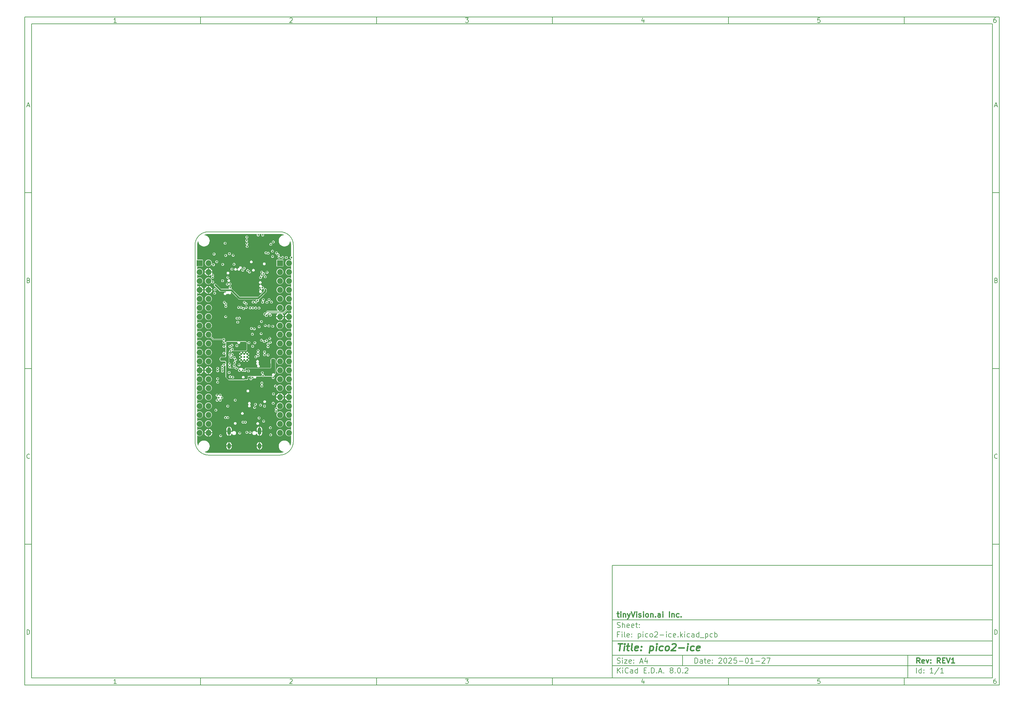
<source format=gbr>
%TF.GenerationSoftware,KiCad,Pcbnew,8.0.2*%
%TF.CreationDate,2025-02-02T23:53:12+05:30*%
%TF.ProjectId,pico2-ice,7069636f-322d-4696-9365-2e6b69636164,REV1*%
%TF.SameCoordinates,Original*%
%TF.FileFunction,Copper,L2,Inr*%
%TF.FilePolarity,Positive*%
%FSLAX46Y46*%
G04 Gerber Fmt 4.6, Leading zero omitted, Abs format (unit mm)*
G04 Created by KiCad (PCBNEW 8.0.2) date 2025-02-02 23:53:12*
%MOMM*%
%LPD*%
G01*
G04 APERTURE LIST*
%ADD10C,0.100000*%
%ADD11C,0.150000*%
%ADD12C,0.300000*%
%ADD13C,0.400000*%
%TA.AperFunction,ComponentPad*%
%ADD14O,1.000000X2.100000*%
%TD*%
%TA.AperFunction,ComponentPad*%
%ADD15O,1.000000X1.600000*%
%TD*%
%TA.AperFunction,ComponentPad*%
%ADD16R,1.700000X1.700000*%
%TD*%
%TA.AperFunction,ComponentPad*%
%ADD17O,1.700000X1.700000*%
%TD*%
%TA.AperFunction,HeatsinkPad*%
%ADD18C,0.600000*%
%TD*%
%TA.AperFunction,ViaPad*%
%ADD19C,0.508000*%
%TD*%
%TA.AperFunction,Conductor*%
%ADD20C,0.508000*%
%TD*%
%TA.AperFunction,Conductor*%
%ADD21C,0.152400*%
%TD*%
%TA.AperFunction,Profile*%
%ADD22C,0.127000*%
%TD*%
G04 APERTURE END LIST*
D10*
D11*
X177002200Y-166007200D02*
X285002200Y-166007200D01*
X285002200Y-198007200D01*
X177002200Y-198007200D01*
X177002200Y-166007200D01*
D10*
D11*
X10000000Y-10000000D02*
X287002200Y-10000000D01*
X287002200Y-200007200D01*
X10000000Y-200007200D01*
X10000000Y-10000000D01*
D10*
D11*
X12000000Y-12000000D02*
X285002200Y-12000000D01*
X285002200Y-198007200D01*
X12000000Y-198007200D01*
X12000000Y-12000000D01*
D10*
D11*
X60000000Y-12000000D02*
X60000000Y-10000000D01*
D10*
D11*
X110000000Y-12000000D02*
X110000000Y-10000000D01*
D10*
D11*
X160000000Y-12000000D02*
X160000000Y-10000000D01*
D10*
D11*
X210000000Y-12000000D02*
X210000000Y-10000000D01*
D10*
D11*
X260000000Y-12000000D02*
X260000000Y-10000000D01*
D10*
D11*
X36089160Y-11593604D02*
X35346303Y-11593604D01*
X35717731Y-11593604D02*
X35717731Y-10293604D01*
X35717731Y-10293604D02*
X35593922Y-10479319D01*
X35593922Y-10479319D02*
X35470112Y-10603128D01*
X35470112Y-10603128D02*
X35346303Y-10665033D01*
D10*
D11*
X85346303Y-10417414D02*
X85408207Y-10355509D01*
X85408207Y-10355509D02*
X85532017Y-10293604D01*
X85532017Y-10293604D02*
X85841541Y-10293604D01*
X85841541Y-10293604D02*
X85965350Y-10355509D01*
X85965350Y-10355509D02*
X86027255Y-10417414D01*
X86027255Y-10417414D02*
X86089160Y-10541223D01*
X86089160Y-10541223D02*
X86089160Y-10665033D01*
X86089160Y-10665033D02*
X86027255Y-10850747D01*
X86027255Y-10850747D02*
X85284398Y-11593604D01*
X85284398Y-11593604D02*
X86089160Y-11593604D01*
D10*
D11*
X135284398Y-10293604D02*
X136089160Y-10293604D01*
X136089160Y-10293604D02*
X135655826Y-10788842D01*
X135655826Y-10788842D02*
X135841541Y-10788842D01*
X135841541Y-10788842D02*
X135965350Y-10850747D01*
X135965350Y-10850747D02*
X136027255Y-10912652D01*
X136027255Y-10912652D02*
X136089160Y-11036461D01*
X136089160Y-11036461D02*
X136089160Y-11345985D01*
X136089160Y-11345985D02*
X136027255Y-11469795D01*
X136027255Y-11469795D02*
X135965350Y-11531700D01*
X135965350Y-11531700D02*
X135841541Y-11593604D01*
X135841541Y-11593604D02*
X135470112Y-11593604D01*
X135470112Y-11593604D02*
X135346303Y-11531700D01*
X135346303Y-11531700D02*
X135284398Y-11469795D01*
D10*
D11*
X185965350Y-10726938D02*
X185965350Y-11593604D01*
X185655826Y-10231700D02*
X185346303Y-11160271D01*
X185346303Y-11160271D02*
X186151064Y-11160271D01*
D10*
D11*
X236027255Y-10293604D02*
X235408207Y-10293604D01*
X235408207Y-10293604D02*
X235346303Y-10912652D01*
X235346303Y-10912652D02*
X235408207Y-10850747D01*
X235408207Y-10850747D02*
X235532017Y-10788842D01*
X235532017Y-10788842D02*
X235841541Y-10788842D01*
X235841541Y-10788842D02*
X235965350Y-10850747D01*
X235965350Y-10850747D02*
X236027255Y-10912652D01*
X236027255Y-10912652D02*
X236089160Y-11036461D01*
X236089160Y-11036461D02*
X236089160Y-11345985D01*
X236089160Y-11345985D02*
X236027255Y-11469795D01*
X236027255Y-11469795D02*
X235965350Y-11531700D01*
X235965350Y-11531700D02*
X235841541Y-11593604D01*
X235841541Y-11593604D02*
X235532017Y-11593604D01*
X235532017Y-11593604D02*
X235408207Y-11531700D01*
X235408207Y-11531700D02*
X235346303Y-11469795D01*
D10*
D11*
X285965350Y-10293604D02*
X285717731Y-10293604D01*
X285717731Y-10293604D02*
X285593922Y-10355509D01*
X285593922Y-10355509D02*
X285532017Y-10417414D01*
X285532017Y-10417414D02*
X285408207Y-10603128D01*
X285408207Y-10603128D02*
X285346303Y-10850747D01*
X285346303Y-10850747D02*
X285346303Y-11345985D01*
X285346303Y-11345985D02*
X285408207Y-11469795D01*
X285408207Y-11469795D02*
X285470112Y-11531700D01*
X285470112Y-11531700D02*
X285593922Y-11593604D01*
X285593922Y-11593604D02*
X285841541Y-11593604D01*
X285841541Y-11593604D02*
X285965350Y-11531700D01*
X285965350Y-11531700D02*
X286027255Y-11469795D01*
X286027255Y-11469795D02*
X286089160Y-11345985D01*
X286089160Y-11345985D02*
X286089160Y-11036461D01*
X286089160Y-11036461D02*
X286027255Y-10912652D01*
X286027255Y-10912652D02*
X285965350Y-10850747D01*
X285965350Y-10850747D02*
X285841541Y-10788842D01*
X285841541Y-10788842D02*
X285593922Y-10788842D01*
X285593922Y-10788842D02*
X285470112Y-10850747D01*
X285470112Y-10850747D02*
X285408207Y-10912652D01*
X285408207Y-10912652D02*
X285346303Y-11036461D01*
D10*
D11*
X60000000Y-198007200D02*
X60000000Y-200007200D01*
D10*
D11*
X110000000Y-198007200D02*
X110000000Y-200007200D01*
D10*
D11*
X160000000Y-198007200D02*
X160000000Y-200007200D01*
D10*
D11*
X210000000Y-198007200D02*
X210000000Y-200007200D01*
D10*
D11*
X260000000Y-198007200D02*
X260000000Y-200007200D01*
D10*
D11*
X36089160Y-199600804D02*
X35346303Y-199600804D01*
X35717731Y-199600804D02*
X35717731Y-198300804D01*
X35717731Y-198300804D02*
X35593922Y-198486519D01*
X35593922Y-198486519D02*
X35470112Y-198610328D01*
X35470112Y-198610328D02*
X35346303Y-198672233D01*
D10*
D11*
X85346303Y-198424614D02*
X85408207Y-198362709D01*
X85408207Y-198362709D02*
X85532017Y-198300804D01*
X85532017Y-198300804D02*
X85841541Y-198300804D01*
X85841541Y-198300804D02*
X85965350Y-198362709D01*
X85965350Y-198362709D02*
X86027255Y-198424614D01*
X86027255Y-198424614D02*
X86089160Y-198548423D01*
X86089160Y-198548423D02*
X86089160Y-198672233D01*
X86089160Y-198672233D02*
X86027255Y-198857947D01*
X86027255Y-198857947D02*
X85284398Y-199600804D01*
X85284398Y-199600804D02*
X86089160Y-199600804D01*
D10*
D11*
X135284398Y-198300804D02*
X136089160Y-198300804D01*
X136089160Y-198300804D02*
X135655826Y-198796042D01*
X135655826Y-198796042D02*
X135841541Y-198796042D01*
X135841541Y-198796042D02*
X135965350Y-198857947D01*
X135965350Y-198857947D02*
X136027255Y-198919852D01*
X136027255Y-198919852D02*
X136089160Y-199043661D01*
X136089160Y-199043661D02*
X136089160Y-199353185D01*
X136089160Y-199353185D02*
X136027255Y-199476995D01*
X136027255Y-199476995D02*
X135965350Y-199538900D01*
X135965350Y-199538900D02*
X135841541Y-199600804D01*
X135841541Y-199600804D02*
X135470112Y-199600804D01*
X135470112Y-199600804D02*
X135346303Y-199538900D01*
X135346303Y-199538900D02*
X135284398Y-199476995D01*
D10*
D11*
X185965350Y-198734138D02*
X185965350Y-199600804D01*
X185655826Y-198238900D02*
X185346303Y-199167471D01*
X185346303Y-199167471D02*
X186151064Y-199167471D01*
D10*
D11*
X236027255Y-198300804D02*
X235408207Y-198300804D01*
X235408207Y-198300804D02*
X235346303Y-198919852D01*
X235346303Y-198919852D02*
X235408207Y-198857947D01*
X235408207Y-198857947D02*
X235532017Y-198796042D01*
X235532017Y-198796042D02*
X235841541Y-198796042D01*
X235841541Y-198796042D02*
X235965350Y-198857947D01*
X235965350Y-198857947D02*
X236027255Y-198919852D01*
X236027255Y-198919852D02*
X236089160Y-199043661D01*
X236089160Y-199043661D02*
X236089160Y-199353185D01*
X236089160Y-199353185D02*
X236027255Y-199476995D01*
X236027255Y-199476995D02*
X235965350Y-199538900D01*
X235965350Y-199538900D02*
X235841541Y-199600804D01*
X235841541Y-199600804D02*
X235532017Y-199600804D01*
X235532017Y-199600804D02*
X235408207Y-199538900D01*
X235408207Y-199538900D02*
X235346303Y-199476995D01*
D10*
D11*
X285965350Y-198300804D02*
X285717731Y-198300804D01*
X285717731Y-198300804D02*
X285593922Y-198362709D01*
X285593922Y-198362709D02*
X285532017Y-198424614D01*
X285532017Y-198424614D02*
X285408207Y-198610328D01*
X285408207Y-198610328D02*
X285346303Y-198857947D01*
X285346303Y-198857947D02*
X285346303Y-199353185D01*
X285346303Y-199353185D02*
X285408207Y-199476995D01*
X285408207Y-199476995D02*
X285470112Y-199538900D01*
X285470112Y-199538900D02*
X285593922Y-199600804D01*
X285593922Y-199600804D02*
X285841541Y-199600804D01*
X285841541Y-199600804D02*
X285965350Y-199538900D01*
X285965350Y-199538900D02*
X286027255Y-199476995D01*
X286027255Y-199476995D02*
X286089160Y-199353185D01*
X286089160Y-199353185D02*
X286089160Y-199043661D01*
X286089160Y-199043661D02*
X286027255Y-198919852D01*
X286027255Y-198919852D02*
X285965350Y-198857947D01*
X285965350Y-198857947D02*
X285841541Y-198796042D01*
X285841541Y-198796042D02*
X285593922Y-198796042D01*
X285593922Y-198796042D02*
X285470112Y-198857947D01*
X285470112Y-198857947D02*
X285408207Y-198919852D01*
X285408207Y-198919852D02*
X285346303Y-199043661D01*
D10*
D11*
X10000000Y-60000000D02*
X12000000Y-60000000D01*
D10*
D11*
X10000000Y-110000000D02*
X12000000Y-110000000D01*
D10*
D11*
X10000000Y-160000000D02*
X12000000Y-160000000D01*
D10*
D11*
X10690476Y-35222176D02*
X11309523Y-35222176D01*
X10566666Y-35593604D02*
X10999999Y-34293604D01*
X10999999Y-34293604D02*
X11433333Y-35593604D01*
D10*
D11*
X11092857Y-84912652D02*
X11278571Y-84974557D01*
X11278571Y-84974557D02*
X11340476Y-85036461D01*
X11340476Y-85036461D02*
X11402380Y-85160271D01*
X11402380Y-85160271D02*
X11402380Y-85345985D01*
X11402380Y-85345985D02*
X11340476Y-85469795D01*
X11340476Y-85469795D02*
X11278571Y-85531700D01*
X11278571Y-85531700D02*
X11154761Y-85593604D01*
X11154761Y-85593604D02*
X10659523Y-85593604D01*
X10659523Y-85593604D02*
X10659523Y-84293604D01*
X10659523Y-84293604D02*
X11092857Y-84293604D01*
X11092857Y-84293604D02*
X11216666Y-84355509D01*
X11216666Y-84355509D02*
X11278571Y-84417414D01*
X11278571Y-84417414D02*
X11340476Y-84541223D01*
X11340476Y-84541223D02*
X11340476Y-84665033D01*
X11340476Y-84665033D02*
X11278571Y-84788842D01*
X11278571Y-84788842D02*
X11216666Y-84850747D01*
X11216666Y-84850747D02*
X11092857Y-84912652D01*
X11092857Y-84912652D02*
X10659523Y-84912652D01*
D10*
D11*
X11402380Y-135469795D02*
X11340476Y-135531700D01*
X11340476Y-135531700D02*
X11154761Y-135593604D01*
X11154761Y-135593604D02*
X11030952Y-135593604D01*
X11030952Y-135593604D02*
X10845238Y-135531700D01*
X10845238Y-135531700D02*
X10721428Y-135407890D01*
X10721428Y-135407890D02*
X10659523Y-135284080D01*
X10659523Y-135284080D02*
X10597619Y-135036461D01*
X10597619Y-135036461D02*
X10597619Y-134850747D01*
X10597619Y-134850747D02*
X10659523Y-134603128D01*
X10659523Y-134603128D02*
X10721428Y-134479319D01*
X10721428Y-134479319D02*
X10845238Y-134355509D01*
X10845238Y-134355509D02*
X11030952Y-134293604D01*
X11030952Y-134293604D02*
X11154761Y-134293604D01*
X11154761Y-134293604D02*
X11340476Y-134355509D01*
X11340476Y-134355509D02*
X11402380Y-134417414D01*
D10*
D11*
X10659523Y-185593604D02*
X10659523Y-184293604D01*
X10659523Y-184293604D02*
X10969047Y-184293604D01*
X10969047Y-184293604D02*
X11154761Y-184355509D01*
X11154761Y-184355509D02*
X11278571Y-184479319D01*
X11278571Y-184479319D02*
X11340476Y-184603128D01*
X11340476Y-184603128D02*
X11402380Y-184850747D01*
X11402380Y-184850747D02*
X11402380Y-185036461D01*
X11402380Y-185036461D02*
X11340476Y-185284080D01*
X11340476Y-185284080D02*
X11278571Y-185407890D01*
X11278571Y-185407890D02*
X11154761Y-185531700D01*
X11154761Y-185531700D02*
X10969047Y-185593604D01*
X10969047Y-185593604D02*
X10659523Y-185593604D01*
D10*
D11*
X287002200Y-60000000D02*
X285002200Y-60000000D01*
D10*
D11*
X287002200Y-110000000D02*
X285002200Y-110000000D01*
D10*
D11*
X287002200Y-160000000D02*
X285002200Y-160000000D01*
D10*
D11*
X285692676Y-35222176D02*
X286311723Y-35222176D01*
X285568866Y-35593604D02*
X286002199Y-34293604D01*
X286002199Y-34293604D02*
X286435533Y-35593604D01*
D10*
D11*
X286095057Y-84912652D02*
X286280771Y-84974557D01*
X286280771Y-84974557D02*
X286342676Y-85036461D01*
X286342676Y-85036461D02*
X286404580Y-85160271D01*
X286404580Y-85160271D02*
X286404580Y-85345985D01*
X286404580Y-85345985D02*
X286342676Y-85469795D01*
X286342676Y-85469795D02*
X286280771Y-85531700D01*
X286280771Y-85531700D02*
X286156961Y-85593604D01*
X286156961Y-85593604D02*
X285661723Y-85593604D01*
X285661723Y-85593604D02*
X285661723Y-84293604D01*
X285661723Y-84293604D02*
X286095057Y-84293604D01*
X286095057Y-84293604D02*
X286218866Y-84355509D01*
X286218866Y-84355509D02*
X286280771Y-84417414D01*
X286280771Y-84417414D02*
X286342676Y-84541223D01*
X286342676Y-84541223D02*
X286342676Y-84665033D01*
X286342676Y-84665033D02*
X286280771Y-84788842D01*
X286280771Y-84788842D02*
X286218866Y-84850747D01*
X286218866Y-84850747D02*
X286095057Y-84912652D01*
X286095057Y-84912652D02*
X285661723Y-84912652D01*
D10*
D11*
X286404580Y-135469795D02*
X286342676Y-135531700D01*
X286342676Y-135531700D02*
X286156961Y-135593604D01*
X286156961Y-135593604D02*
X286033152Y-135593604D01*
X286033152Y-135593604D02*
X285847438Y-135531700D01*
X285847438Y-135531700D02*
X285723628Y-135407890D01*
X285723628Y-135407890D02*
X285661723Y-135284080D01*
X285661723Y-135284080D02*
X285599819Y-135036461D01*
X285599819Y-135036461D02*
X285599819Y-134850747D01*
X285599819Y-134850747D02*
X285661723Y-134603128D01*
X285661723Y-134603128D02*
X285723628Y-134479319D01*
X285723628Y-134479319D02*
X285847438Y-134355509D01*
X285847438Y-134355509D02*
X286033152Y-134293604D01*
X286033152Y-134293604D02*
X286156961Y-134293604D01*
X286156961Y-134293604D02*
X286342676Y-134355509D01*
X286342676Y-134355509D02*
X286404580Y-134417414D01*
D10*
D11*
X285661723Y-185593604D02*
X285661723Y-184293604D01*
X285661723Y-184293604D02*
X285971247Y-184293604D01*
X285971247Y-184293604D02*
X286156961Y-184355509D01*
X286156961Y-184355509D02*
X286280771Y-184479319D01*
X286280771Y-184479319D02*
X286342676Y-184603128D01*
X286342676Y-184603128D02*
X286404580Y-184850747D01*
X286404580Y-184850747D02*
X286404580Y-185036461D01*
X286404580Y-185036461D02*
X286342676Y-185284080D01*
X286342676Y-185284080D02*
X286280771Y-185407890D01*
X286280771Y-185407890D02*
X286156961Y-185531700D01*
X286156961Y-185531700D02*
X285971247Y-185593604D01*
X285971247Y-185593604D02*
X285661723Y-185593604D01*
D10*
D11*
X200458026Y-193793328D02*
X200458026Y-192293328D01*
X200458026Y-192293328D02*
X200815169Y-192293328D01*
X200815169Y-192293328D02*
X201029455Y-192364757D01*
X201029455Y-192364757D02*
X201172312Y-192507614D01*
X201172312Y-192507614D02*
X201243741Y-192650471D01*
X201243741Y-192650471D02*
X201315169Y-192936185D01*
X201315169Y-192936185D02*
X201315169Y-193150471D01*
X201315169Y-193150471D02*
X201243741Y-193436185D01*
X201243741Y-193436185D02*
X201172312Y-193579042D01*
X201172312Y-193579042D02*
X201029455Y-193721900D01*
X201029455Y-193721900D02*
X200815169Y-193793328D01*
X200815169Y-193793328D02*
X200458026Y-193793328D01*
X202600884Y-193793328D02*
X202600884Y-193007614D01*
X202600884Y-193007614D02*
X202529455Y-192864757D01*
X202529455Y-192864757D02*
X202386598Y-192793328D01*
X202386598Y-192793328D02*
X202100884Y-192793328D01*
X202100884Y-192793328D02*
X201958026Y-192864757D01*
X202600884Y-193721900D02*
X202458026Y-193793328D01*
X202458026Y-193793328D02*
X202100884Y-193793328D01*
X202100884Y-193793328D02*
X201958026Y-193721900D01*
X201958026Y-193721900D02*
X201886598Y-193579042D01*
X201886598Y-193579042D02*
X201886598Y-193436185D01*
X201886598Y-193436185D02*
X201958026Y-193293328D01*
X201958026Y-193293328D02*
X202100884Y-193221900D01*
X202100884Y-193221900D02*
X202458026Y-193221900D01*
X202458026Y-193221900D02*
X202600884Y-193150471D01*
X203100884Y-192793328D02*
X203672312Y-192793328D01*
X203315169Y-192293328D02*
X203315169Y-193579042D01*
X203315169Y-193579042D02*
X203386598Y-193721900D01*
X203386598Y-193721900D02*
X203529455Y-193793328D01*
X203529455Y-193793328D02*
X203672312Y-193793328D01*
X204743741Y-193721900D02*
X204600884Y-193793328D01*
X204600884Y-193793328D02*
X204315170Y-193793328D01*
X204315170Y-193793328D02*
X204172312Y-193721900D01*
X204172312Y-193721900D02*
X204100884Y-193579042D01*
X204100884Y-193579042D02*
X204100884Y-193007614D01*
X204100884Y-193007614D02*
X204172312Y-192864757D01*
X204172312Y-192864757D02*
X204315170Y-192793328D01*
X204315170Y-192793328D02*
X204600884Y-192793328D01*
X204600884Y-192793328D02*
X204743741Y-192864757D01*
X204743741Y-192864757D02*
X204815170Y-193007614D01*
X204815170Y-193007614D02*
X204815170Y-193150471D01*
X204815170Y-193150471D02*
X204100884Y-193293328D01*
X205458026Y-193650471D02*
X205529455Y-193721900D01*
X205529455Y-193721900D02*
X205458026Y-193793328D01*
X205458026Y-193793328D02*
X205386598Y-193721900D01*
X205386598Y-193721900D02*
X205458026Y-193650471D01*
X205458026Y-193650471D02*
X205458026Y-193793328D01*
X205458026Y-192864757D02*
X205529455Y-192936185D01*
X205529455Y-192936185D02*
X205458026Y-193007614D01*
X205458026Y-193007614D02*
X205386598Y-192936185D01*
X205386598Y-192936185D02*
X205458026Y-192864757D01*
X205458026Y-192864757D02*
X205458026Y-193007614D01*
X207243741Y-192436185D02*
X207315169Y-192364757D01*
X207315169Y-192364757D02*
X207458027Y-192293328D01*
X207458027Y-192293328D02*
X207815169Y-192293328D01*
X207815169Y-192293328D02*
X207958027Y-192364757D01*
X207958027Y-192364757D02*
X208029455Y-192436185D01*
X208029455Y-192436185D02*
X208100884Y-192579042D01*
X208100884Y-192579042D02*
X208100884Y-192721900D01*
X208100884Y-192721900D02*
X208029455Y-192936185D01*
X208029455Y-192936185D02*
X207172312Y-193793328D01*
X207172312Y-193793328D02*
X208100884Y-193793328D01*
X209029455Y-192293328D02*
X209172312Y-192293328D01*
X209172312Y-192293328D02*
X209315169Y-192364757D01*
X209315169Y-192364757D02*
X209386598Y-192436185D01*
X209386598Y-192436185D02*
X209458026Y-192579042D01*
X209458026Y-192579042D02*
X209529455Y-192864757D01*
X209529455Y-192864757D02*
X209529455Y-193221900D01*
X209529455Y-193221900D02*
X209458026Y-193507614D01*
X209458026Y-193507614D02*
X209386598Y-193650471D01*
X209386598Y-193650471D02*
X209315169Y-193721900D01*
X209315169Y-193721900D02*
X209172312Y-193793328D01*
X209172312Y-193793328D02*
X209029455Y-193793328D01*
X209029455Y-193793328D02*
X208886598Y-193721900D01*
X208886598Y-193721900D02*
X208815169Y-193650471D01*
X208815169Y-193650471D02*
X208743740Y-193507614D01*
X208743740Y-193507614D02*
X208672312Y-193221900D01*
X208672312Y-193221900D02*
X208672312Y-192864757D01*
X208672312Y-192864757D02*
X208743740Y-192579042D01*
X208743740Y-192579042D02*
X208815169Y-192436185D01*
X208815169Y-192436185D02*
X208886598Y-192364757D01*
X208886598Y-192364757D02*
X209029455Y-192293328D01*
X210100883Y-192436185D02*
X210172311Y-192364757D01*
X210172311Y-192364757D02*
X210315169Y-192293328D01*
X210315169Y-192293328D02*
X210672311Y-192293328D01*
X210672311Y-192293328D02*
X210815169Y-192364757D01*
X210815169Y-192364757D02*
X210886597Y-192436185D01*
X210886597Y-192436185D02*
X210958026Y-192579042D01*
X210958026Y-192579042D02*
X210958026Y-192721900D01*
X210958026Y-192721900D02*
X210886597Y-192936185D01*
X210886597Y-192936185D02*
X210029454Y-193793328D01*
X210029454Y-193793328D02*
X210958026Y-193793328D01*
X212315168Y-192293328D02*
X211600882Y-192293328D01*
X211600882Y-192293328D02*
X211529454Y-193007614D01*
X211529454Y-193007614D02*
X211600882Y-192936185D01*
X211600882Y-192936185D02*
X211743740Y-192864757D01*
X211743740Y-192864757D02*
X212100882Y-192864757D01*
X212100882Y-192864757D02*
X212243740Y-192936185D01*
X212243740Y-192936185D02*
X212315168Y-193007614D01*
X212315168Y-193007614D02*
X212386597Y-193150471D01*
X212386597Y-193150471D02*
X212386597Y-193507614D01*
X212386597Y-193507614D02*
X212315168Y-193650471D01*
X212315168Y-193650471D02*
X212243740Y-193721900D01*
X212243740Y-193721900D02*
X212100882Y-193793328D01*
X212100882Y-193793328D02*
X211743740Y-193793328D01*
X211743740Y-193793328D02*
X211600882Y-193721900D01*
X211600882Y-193721900D02*
X211529454Y-193650471D01*
X213029453Y-193221900D02*
X214172311Y-193221900D01*
X215172311Y-192293328D02*
X215315168Y-192293328D01*
X215315168Y-192293328D02*
X215458025Y-192364757D01*
X215458025Y-192364757D02*
X215529454Y-192436185D01*
X215529454Y-192436185D02*
X215600882Y-192579042D01*
X215600882Y-192579042D02*
X215672311Y-192864757D01*
X215672311Y-192864757D02*
X215672311Y-193221900D01*
X215672311Y-193221900D02*
X215600882Y-193507614D01*
X215600882Y-193507614D02*
X215529454Y-193650471D01*
X215529454Y-193650471D02*
X215458025Y-193721900D01*
X215458025Y-193721900D02*
X215315168Y-193793328D01*
X215315168Y-193793328D02*
X215172311Y-193793328D01*
X215172311Y-193793328D02*
X215029454Y-193721900D01*
X215029454Y-193721900D02*
X214958025Y-193650471D01*
X214958025Y-193650471D02*
X214886596Y-193507614D01*
X214886596Y-193507614D02*
X214815168Y-193221900D01*
X214815168Y-193221900D02*
X214815168Y-192864757D01*
X214815168Y-192864757D02*
X214886596Y-192579042D01*
X214886596Y-192579042D02*
X214958025Y-192436185D01*
X214958025Y-192436185D02*
X215029454Y-192364757D01*
X215029454Y-192364757D02*
X215172311Y-192293328D01*
X217100882Y-193793328D02*
X216243739Y-193793328D01*
X216672310Y-193793328D02*
X216672310Y-192293328D01*
X216672310Y-192293328D02*
X216529453Y-192507614D01*
X216529453Y-192507614D02*
X216386596Y-192650471D01*
X216386596Y-192650471D02*
X216243739Y-192721900D01*
X217743738Y-193221900D02*
X218886596Y-193221900D01*
X219529453Y-192436185D02*
X219600881Y-192364757D01*
X219600881Y-192364757D02*
X219743739Y-192293328D01*
X219743739Y-192293328D02*
X220100881Y-192293328D01*
X220100881Y-192293328D02*
X220243739Y-192364757D01*
X220243739Y-192364757D02*
X220315167Y-192436185D01*
X220315167Y-192436185D02*
X220386596Y-192579042D01*
X220386596Y-192579042D02*
X220386596Y-192721900D01*
X220386596Y-192721900D02*
X220315167Y-192936185D01*
X220315167Y-192936185D02*
X219458024Y-193793328D01*
X219458024Y-193793328D02*
X220386596Y-193793328D01*
X220886595Y-192293328D02*
X221886595Y-192293328D01*
X221886595Y-192293328D02*
X221243738Y-193793328D01*
D10*
D11*
X177002200Y-194507200D02*
X285002200Y-194507200D01*
D10*
D11*
X178458026Y-196593328D02*
X178458026Y-195093328D01*
X179315169Y-196593328D02*
X178672312Y-195736185D01*
X179315169Y-195093328D02*
X178458026Y-195950471D01*
X179958026Y-196593328D02*
X179958026Y-195593328D01*
X179958026Y-195093328D02*
X179886598Y-195164757D01*
X179886598Y-195164757D02*
X179958026Y-195236185D01*
X179958026Y-195236185D02*
X180029455Y-195164757D01*
X180029455Y-195164757D02*
X179958026Y-195093328D01*
X179958026Y-195093328D02*
X179958026Y-195236185D01*
X181529455Y-196450471D02*
X181458027Y-196521900D01*
X181458027Y-196521900D02*
X181243741Y-196593328D01*
X181243741Y-196593328D02*
X181100884Y-196593328D01*
X181100884Y-196593328D02*
X180886598Y-196521900D01*
X180886598Y-196521900D02*
X180743741Y-196379042D01*
X180743741Y-196379042D02*
X180672312Y-196236185D01*
X180672312Y-196236185D02*
X180600884Y-195950471D01*
X180600884Y-195950471D02*
X180600884Y-195736185D01*
X180600884Y-195736185D02*
X180672312Y-195450471D01*
X180672312Y-195450471D02*
X180743741Y-195307614D01*
X180743741Y-195307614D02*
X180886598Y-195164757D01*
X180886598Y-195164757D02*
X181100884Y-195093328D01*
X181100884Y-195093328D02*
X181243741Y-195093328D01*
X181243741Y-195093328D02*
X181458027Y-195164757D01*
X181458027Y-195164757D02*
X181529455Y-195236185D01*
X182815170Y-196593328D02*
X182815170Y-195807614D01*
X182815170Y-195807614D02*
X182743741Y-195664757D01*
X182743741Y-195664757D02*
X182600884Y-195593328D01*
X182600884Y-195593328D02*
X182315170Y-195593328D01*
X182315170Y-195593328D02*
X182172312Y-195664757D01*
X182815170Y-196521900D02*
X182672312Y-196593328D01*
X182672312Y-196593328D02*
X182315170Y-196593328D01*
X182315170Y-196593328D02*
X182172312Y-196521900D01*
X182172312Y-196521900D02*
X182100884Y-196379042D01*
X182100884Y-196379042D02*
X182100884Y-196236185D01*
X182100884Y-196236185D02*
X182172312Y-196093328D01*
X182172312Y-196093328D02*
X182315170Y-196021900D01*
X182315170Y-196021900D02*
X182672312Y-196021900D01*
X182672312Y-196021900D02*
X182815170Y-195950471D01*
X184172313Y-196593328D02*
X184172313Y-195093328D01*
X184172313Y-196521900D02*
X184029455Y-196593328D01*
X184029455Y-196593328D02*
X183743741Y-196593328D01*
X183743741Y-196593328D02*
X183600884Y-196521900D01*
X183600884Y-196521900D02*
X183529455Y-196450471D01*
X183529455Y-196450471D02*
X183458027Y-196307614D01*
X183458027Y-196307614D02*
X183458027Y-195879042D01*
X183458027Y-195879042D02*
X183529455Y-195736185D01*
X183529455Y-195736185D02*
X183600884Y-195664757D01*
X183600884Y-195664757D02*
X183743741Y-195593328D01*
X183743741Y-195593328D02*
X184029455Y-195593328D01*
X184029455Y-195593328D02*
X184172313Y-195664757D01*
X186029455Y-195807614D02*
X186529455Y-195807614D01*
X186743741Y-196593328D02*
X186029455Y-196593328D01*
X186029455Y-196593328D02*
X186029455Y-195093328D01*
X186029455Y-195093328D02*
X186743741Y-195093328D01*
X187386598Y-196450471D02*
X187458027Y-196521900D01*
X187458027Y-196521900D02*
X187386598Y-196593328D01*
X187386598Y-196593328D02*
X187315170Y-196521900D01*
X187315170Y-196521900D02*
X187386598Y-196450471D01*
X187386598Y-196450471D02*
X187386598Y-196593328D01*
X188100884Y-196593328D02*
X188100884Y-195093328D01*
X188100884Y-195093328D02*
X188458027Y-195093328D01*
X188458027Y-195093328D02*
X188672313Y-195164757D01*
X188672313Y-195164757D02*
X188815170Y-195307614D01*
X188815170Y-195307614D02*
X188886599Y-195450471D01*
X188886599Y-195450471D02*
X188958027Y-195736185D01*
X188958027Y-195736185D02*
X188958027Y-195950471D01*
X188958027Y-195950471D02*
X188886599Y-196236185D01*
X188886599Y-196236185D02*
X188815170Y-196379042D01*
X188815170Y-196379042D02*
X188672313Y-196521900D01*
X188672313Y-196521900D02*
X188458027Y-196593328D01*
X188458027Y-196593328D02*
X188100884Y-196593328D01*
X189600884Y-196450471D02*
X189672313Y-196521900D01*
X189672313Y-196521900D02*
X189600884Y-196593328D01*
X189600884Y-196593328D02*
X189529456Y-196521900D01*
X189529456Y-196521900D02*
X189600884Y-196450471D01*
X189600884Y-196450471D02*
X189600884Y-196593328D01*
X190243742Y-196164757D02*
X190958028Y-196164757D01*
X190100885Y-196593328D02*
X190600885Y-195093328D01*
X190600885Y-195093328D02*
X191100885Y-196593328D01*
X191600884Y-196450471D02*
X191672313Y-196521900D01*
X191672313Y-196521900D02*
X191600884Y-196593328D01*
X191600884Y-196593328D02*
X191529456Y-196521900D01*
X191529456Y-196521900D02*
X191600884Y-196450471D01*
X191600884Y-196450471D02*
X191600884Y-196593328D01*
X193672313Y-195736185D02*
X193529456Y-195664757D01*
X193529456Y-195664757D02*
X193458027Y-195593328D01*
X193458027Y-195593328D02*
X193386599Y-195450471D01*
X193386599Y-195450471D02*
X193386599Y-195379042D01*
X193386599Y-195379042D02*
X193458027Y-195236185D01*
X193458027Y-195236185D02*
X193529456Y-195164757D01*
X193529456Y-195164757D02*
X193672313Y-195093328D01*
X193672313Y-195093328D02*
X193958027Y-195093328D01*
X193958027Y-195093328D02*
X194100885Y-195164757D01*
X194100885Y-195164757D02*
X194172313Y-195236185D01*
X194172313Y-195236185D02*
X194243742Y-195379042D01*
X194243742Y-195379042D02*
X194243742Y-195450471D01*
X194243742Y-195450471D02*
X194172313Y-195593328D01*
X194172313Y-195593328D02*
X194100885Y-195664757D01*
X194100885Y-195664757D02*
X193958027Y-195736185D01*
X193958027Y-195736185D02*
X193672313Y-195736185D01*
X193672313Y-195736185D02*
X193529456Y-195807614D01*
X193529456Y-195807614D02*
X193458027Y-195879042D01*
X193458027Y-195879042D02*
X193386599Y-196021900D01*
X193386599Y-196021900D02*
X193386599Y-196307614D01*
X193386599Y-196307614D02*
X193458027Y-196450471D01*
X193458027Y-196450471D02*
X193529456Y-196521900D01*
X193529456Y-196521900D02*
X193672313Y-196593328D01*
X193672313Y-196593328D02*
X193958027Y-196593328D01*
X193958027Y-196593328D02*
X194100885Y-196521900D01*
X194100885Y-196521900D02*
X194172313Y-196450471D01*
X194172313Y-196450471D02*
X194243742Y-196307614D01*
X194243742Y-196307614D02*
X194243742Y-196021900D01*
X194243742Y-196021900D02*
X194172313Y-195879042D01*
X194172313Y-195879042D02*
X194100885Y-195807614D01*
X194100885Y-195807614D02*
X193958027Y-195736185D01*
X194886598Y-196450471D02*
X194958027Y-196521900D01*
X194958027Y-196521900D02*
X194886598Y-196593328D01*
X194886598Y-196593328D02*
X194815170Y-196521900D01*
X194815170Y-196521900D02*
X194886598Y-196450471D01*
X194886598Y-196450471D02*
X194886598Y-196593328D01*
X195886599Y-195093328D02*
X196029456Y-195093328D01*
X196029456Y-195093328D02*
X196172313Y-195164757D01*
X196172313Y-195164757D02*
X196243742Y-195236185D01*
X196243742Y-195236185D02*
X196315170Y-195379042D01*
X196315170Y-195379042D02*
X196386599Y-195664757D01*
X196386599Y-195664757D02*
X196386599Y-196021900D01*
X196386599Y-196021900D02*
X196315170Y-196307614D01*
X196315170Y-196307614D02*
X196243742Y-196450471D01*
X196243742Y-196450471D02*
X196172313Y-196521900D01*
X196172313Y-196521900D02*
X196029456Y-196593328D01*
X196029456Y-196593328D02*
X195886599Y-196593328D01*
X195886599Y-196593328D02*
X195743742Y-196521900D01*
X195743742Y-196521900D02*
X195672313Y-196450471D01*
X195672313Y-196450471D02*
X195600884Y-196307614D01*
X195600884Y-196307614D02*
X195529456Y-196021900D01*
X195529456Y-196021900D02*
X195529456Y-195664757D01*
X195529456Y-195664757D02*
X195600884Y-195379042D01*
X195600884Y-195379042D02*
X195672313Y-195236185D01*
X195672313Y-195236185D02*
X195743742Y-195164757D01*
X195743742Y-195164757D02*
X195886599Y-195093328D01*
X197029455Y-196450471D02*
X197100884Y-196521900D01*
X197100884Y-196521900D02*
X197029455Y-196593328D01*
X197029455Y-196593328D02*
X196958027Y-196521900D01*
X196958027Y-196521900D02*
X197029455Y-196450471D01*
X197029455Y-196450471D02*
X197029455Y-196593328D01*
X197672313Y-195236185D02*
X197743741Y-195164757D01*
X197743741Y-195164757D02*
X197886599Y-195093328D01*
X197886599Y-195093328D02*
X198243741Y-195093328D01*
X198243741Y-195093328D02*
X198386599Y-195164757D01*
X198386599Y-195164757D02*
X198458027Y-195236185D01*
X198458027Y-195236185D02*
X198529456Y-195379042D01*
X198529456Y-195379042D02*
X198529456Y-195521900D01*
X198529456Y-195521900D02*
X198458027Y-195736185D01*
X198458027Y-195736185D02*
X197600884Y-196593328D01*
X197600884Y-196593328D02*
X198529456Y-196593328D01*
D10*
D11*
X177002200Y-191507200D02*
X285002200Y-191507200D01*
D10*
D12*
X264413853Y-193785528D02*
X263913853Y-193071242D01*
X263556710Y-193785528D02*
X263556710Y-192285528D01*
X263556710Y-192285528D02*
X264128139Y-192285528D01*
X264128139Y-192285528D02*
X264270996Y-192356957D01*
X264270996Y-192356957D02*
X264342425Y-192428385D01*
X264342425Y-192428385D02*
X264413853Y-192571242D01*
X264413853Y-192571242D02*
X264413853Y-192785528D01*
X264413853Y-192785528D02*
X264342425Y-192928385D01*
X264342425Y-192928385D02*
X264270996Y-192999814D01*
X264270996Y-192999814D02*
X264128139Y-193071242D01*
X264128139Y-193071242D02*
X263556710Y-193071242D01*
X265628139Y-193714100D02*
X265485282Y-193785528D01*
X265485282Y-193785528D02*
X265199568Y-193785528D01*
X265199568Y-193785528D02*
X265056710Y-193714100D01*
X265056710Y-193714100D02*
X264985282Y-193571242D01*
X264985282Y-193571242D02*
X264985282Y-192999814D01*
X264985282Y-192999814D02*
X265056710Y-192856957D01*
X265056710Y-192856957D02*
X265199568Y-192785528D01*
X265199568Y-192785528D02*
X265485282Y-192785528D01*
X265485282Y-192785528D02*
X265628139Y-192856957D01*
X265628139Y-192856957D02*
X265699568Y-192999814D01*
X265699568Y-192999814D02*
X265699568Y-193142671D01*
X265699568Y-193142671D02*
X264985282Y-193285528D01*
X266199567Y-192785528D02*
X266556710Y-193785528D01*
X266556710Y-193785528D02*
X266913853Y-192785528D01*
X267485281Y-193642671D02*
X267556710Y-193714100D01*
X267556710Y-193714100D02*
X267485281Y-193785528D01*
X267485281Y-193785528D02*
X267413853Y-193714100D01*
X267413853Y-193714100D02*
X267485281Y-193642671D01*
X267485281Y-193642671D02*
X267485281Y-193785528D01*
X267485281Y-192856957D02*
X267556710Y-192928385D01*
X267556710Y-192928385D02*
X267485281Y-192999814D01*
X267485281Y-192999814D02*
X267413853Y-192928385D01*
X267413853Y-192928385D02*
X267485281Y-192856957D01*
X267485281Y-192856957D02*
X267485281Y-192999814D01*
X270199567Y-193785528D02*
X269699567Y-193071242D01*
X269342424Y-193785528D02*
X269342424Y-192285528D01*
X269342424Y-192285528D02*
X269913853Y-192285528D01*
X269913853Y-192285528D02*
X270056710Y-192356957D01*
X270056710Y-192356957D02*
X270128139Y-192428385D01*
X270128139Y-192428385D02*
X270199567Y-192571242D01*
X270199567Y-192571242D02*
X270199567Y-192785528D01*
X270199567Y-192785528D02*
X270128139Y-192928385D01*
X270128139Y-192928385D02*
X270056710Y-192999814D01*
X270056710Y-192999814D02*
X269913853Y-193071242D01*
X269913853Y-193071242D02*
X269342424Y-193071242D01*
X270842424Y-192999814D02*
X271342424Y-192999814D01*
X271556710Y-193785528D02*
X270842424Y-193785528D01*
X270842424Y-193785528D02*
X270842424Y-192285528D01*
X270842424Y-192285528D02*
X271556710Y-192285528D01*
X271985282Y-192285528D02*
X272485282Y-193785528D01*
X272485282Y-193785528D02*
X272985282Y-192285528D01*
X274270996Y-193785528D02*
X273413853Y-193785528D01*
X273842424Y-193785528D02*
X273842424Y-192285528D01*
X273842424Y-192285528D02*
X273699567Y-192499814D01*
X273699567Y-192499814D02*
X273556710Y-192642671D01*
X273556710Y-192642671D02*
X273413853Y-192714100D01*
D10*
D11*
X178386598Y-193721900D02*
X178600884Y-193793328D01*
X178600884Y-193793328D02*
X178958026Y-193793328D01*
X178958026Y-193793328D02*
X179100884Y-193721900D01*
X179100884Y-193721900D02*
X179172312Y-193650471D01*
X179172312Y-193650471D02*
X179243741Y-193507614D01*
X179243741Y-193507614D02*
X179243741Y-193364757D01*
X179243741Y-193364757D02*
X179172312Y-193221900D01*
X179172312Y-193221900D02*
X179100884Y-193150471D01*
X179100884Y-193150471D02*
X178958026Y-193079042D01*
X178958026Y-193079042D02*
X178672312Y-193007614D01*
X178672312Y-193007614D02*
X178529455Y-192936185D01*
X178529455Y-192936185D02*
X178458026Y-192864757D01*
X178458026Y-192864757D02*
X178386598Y-192721900D01*
X178386598Y-192721900D02*
X178386598Y-192579042D01*
X178386598Y-192579042D02*
X178458026Y-192436185D01*
X178458026Y-192436185D02*
X178529455Y-192364757D01*
X178529455Y-192364757D02*
X178672312Y-192293328D01*
X178672312Y-192293328D02*
X179029455Y-192293328D01*
X179029455Y-192293328D02*
X179243741Y-192364757D01*
X179886597Y-193793328D02*
X179886597Y-192793328D01*
X179886597Y-192293328D02*
X179815169Y-192364757D01*
X179815169Y-192364757D02*
X179886597Y-192436185D01*
X179886597Y-192436185D02*
X179958026Y-192364757D01*
X179958026Y-192364757D02*
X179886597Y-192293328D01*
X179886597Y-192293328D02*
X179886597Y-192436185D01*
X180458026Y-192793328D02*
X181243741Y-192793328D01*
X181243741Y-192793328D02*
X180458026Y-193793328D01*
X180458026Y-193793328D02*
X181243741Y-193793328D01*
X182386598Y-193721900D02*
X182243741Y-193793328D01*
X182243741Y-193793328D02*
X181958027Y-193793328D01*
X181958027Y-193793328D02*
X181815169Y-193721900D01*
X181815169Y-193721900D02*
X181743741Y-193579042D01*
X181743741Y-193579042D02*
X181743741Y-193007614D01*
X181743741Y-193007614D02*
X181815169Y-192864757D01*
X181815169Y-192864757D02*
X181958027Y-192793328D01*
X181958027Y-192793328D02*
X182243741Y-192793328D01*
X182243741Y-192793328D02*
X182386598Y-192864757D01*
X182386598Y-192864757D02*
X182458027Y-193007614D01*
X182458027Y-193007614D02*
X182458027Y-193150471D01*
X182458027Y-193150471D02*
X181743741Y-193293328D01*
X183100883Y-193650471D02*
X183172312Y-193721900D01*
X183172312Y-193721900D02*
X183100883Y-193793328D01*
X183100883Y-193793328D02*
X183029455Y-193721900D01*
X183029455Y-193721900D02*
X183100883Y-193650471D01*
X183100883Y-193650471D02*
X183100883Y-193793328D01*
X183100883Y-192864757D02*
X183172312Y-192936185D01*
X183172312Y-192936185D02*
X183100883Y-193007614D01*
X183100883Y-193007614D02*
X183029455Y-192936185D01*
X183029455Y-192936185D02*
X183100883Y-192864757D01*
X183100883Y-192864757D02*
X183100883Y-193007614D01*
X184886598Y-193364757D02*
X185600884Y-193364757D01*
X184743741Y-193793328D02*
X185243741Y-192293328D01*
X185243741Y-192293328D02*
X185743741Y-193793328D01*
X186886598Y-192793328D02*
X186886598Y-193793328D01*
X186529455Y-192221900D02*
X186172312Y-193293328D01*
X186172312Y-193293328D02*
X187100883Y-193293328D01*
D10*
D11*
X263458026Y-196593328D02*
X263458026Y-195093328D01*
X264815170Y-196593328D02*
X264815170Y-195093328D01*
X264815170Y-196521900D02*
X264672312Y-196593328D01*
X264672312Y-196593328D02*
X264386598Y-196593328D01*
X264386598Y-196593328D02*
X264243741Y-196521900D01*
X264243741Y-196521900D02*
X264172312Y-196450471D01*
X264172312Y-196450471D02*
X264100884Y-196307614D01*
X264100884Y-196307614D02*
X264100884Y-195879042D01*
X264100884Y-195879042D02*
X264172312Y-195736185D01*
X264172312Y-195736185D02*
X264243741Y-195664757D01*
X264243741Y-195664757D02*
X264386598Y-195593328D01*
X264386598Y-195593328D02*
X264672312Y-195593328D01*
X264672312Y-195593328D02*
X264815170Y-195664757D01*
X265529455Y-196450471D02*
X265600884Y-196521900D01*
X265600884Y-196521900D02*
X265529455Y-196593328D01*
X265529455Y-196593328D02*
X265458027Y-196521900D01*
X265458027Y-196521900D02*
X265529455Y-196450471D01*
X265529455Y-196450471D02*
X265529455Y-196593328D01*
X265529455Y-195664757D02*
X265600884Y-195736185D01*
X265600884Y-195736185D02*
X265529455Y-195807614D01*
X265529455Y-195807614D02*
X265458027Y-195736185D01*
X265458027Y-195736185D02*
X265529455Y-195664757D01*
X265529455Y-195664757D02*
X265529455Y-195807614D01*
X268172313Y-196593328D02*
X267315170Y-196593328D01*
X267743741Y-196593328D02*
X267743741Y-195093328D01*
X267743741Y-195093328D02*
X267600884Y-195307614D01*
X267600884Y-195307614D02*
X267458027Y-195450471D01*
X267458027Y-195450471D02*
X267315170Y-195521900D01*
X269886598Y-195021900D02*
X268600884Y-196950471D01*
X271172313Y-196593328D02*
X270315170Y-196593328D01*
X270743741Y-196593328D02*
X270743741Y-195093328D01*
X270743741Y-195093328D02*
X270600884Y-195307614D01*
X270600884Y-195307614D02*
X270458027Y-195450471D01*
X270458027Y-195450471D02*
X270315170Y-195521900D01*
D10*
D11*
X177002200Y-187507200D02*
X285002200Y-187507200D01*
D10*
D13*
X178693928Y-188211638D02*
X179836785Y-188211638D01*
X179015357Y-190211638D02*
X179265357Y-188211638D01*
X180253452Y-190211638D02*
X180420119Y-188878304D01*
X180503452Y-188211638D02*
X180396309Y-188306876D01*
X180396309Y-188306876D02*
X180479643Y-188402114D01*
X180479643Y-188402114D02*
X180586786Y-188306876D01*
X180586786Y-188306876D02*
X180503452Y-188211638D01*
X180503452Y-188211638D02*
X180479643Y-188402114D01*
X181086786Y-188878304D02*
X181848690Y-188878304D01*
X181455833Y-188211638D02*
X181241548Y-189925923D01*
X181241548Y-189925923D02*
X181312976Y-190116400D01*
X181312976Y-190116400D02*
X181491548Y-190211638D01*
X181491548Y-190211638D02*
X181682024Y-190211638D01*
X182634405Y-190211638D02*
X182455833Y-190116400D01*
X182455833Y-190116400D02*
X182384405Y-189925923D01*
X182384405Y-189925923D02*
X182598690Y-188211638D01*
X184170119Y-190116400D02*
X183967738Y-190211638D01*
X183967738Y-190211638D02*
X183586785Y-190211638D01*
X183586785Y-190211638D02*
X183408214Y-190116400D01*
X183408214Y-190116400D02*
X183336785Y-189925923D01*
X183336785Y-189925923D02*
X183432024Y-189164019D01*
X183432024Y-189164019D02*
X183551071Y-188973542D01*
X183551071Y-188973542D02*
X183753452Y-188878304D01*
X183753452Y-188878304D02*
X184134404Y-188878304D01*
X184134404Y-188878304D02*
X184312976Y-188973542D01*
X184312976Y-188973542D02*
X184384404Y-189164019D01*
X184384404Y-189164019D02*
X184360595Y-189354495D01*
X184360595Y-189354495D02*
X183384404Y-189544971D01*
X185134405Y-190021161D02*
X185217738Y-190116400D01*
X185217738Y-190116400D02*
X185110595Y-190211638D01*
X185110595Y-190211638D02*
X185027262Y-190116400D01*
X185027262Y-190116400D02*
X185134405Y-190021161D01*
X185134405Y-190021161D02*
X185110595Y-190211638D01*
X185265357Y-188973542D02*
X185348690Y-189068780D01*
X185348690Y-189068780D02*
X185241548Y-189164019D01*
X185241548Y-189164019D02*
X185158214Y-189068780D01*
X185158214Y-189068780D02*
X185265357Y-188973542D01*
X185265357Y-188973542D02*
X185241548Y-189164019D01*
X187753453Y-188878304D02*
X187503453Y-190878304D01*
X187741548Y-188973542D02*
X187943929Y-188878304D01*
X187943929Y-188878304D02*
X188324881Y-188878304D01*
X188324881Y-188878304D02*
X188503453Y-188973542D01*
X188503453Y-188973542D02*
X188586786Y-189068780D01*
X188586786Y-189068780D02*
X188658215Y-189259257D01*
X188658215Y-189259257D02*
X188586786Y-189830685D01*
X188586786Y-189830685D02*
X188467739Y-190021161D01*
X188467739Y-190021161D02*
X188360596Y-190116400D01*
X188360596Y-190116400D02*
X188158215Y-190211638D01*
X188158215Y-190211638D02*
X187777262Y-190211638D01*
X187777262Y-190211638D02*
X187598691Y-190116400D01*
X189396310Y-190211638D02*
X189562977Y-188878304D01*
X189646310Y-188211638D02*
X189539167Y-188306876D01*
X189539167Y-188306876D02*
X189622501Y-188402114D01*
X189622501Y-188402114D02*
X189729644Y-188306876D01*
X189729644Y-188306876D02*
X189646310Y-188211638D01*
X189646310Y-188211638D02*
X189622501Y-188402114D01*
X191217739Y-190116400D02*
X191015358Y-190211638D01*
X191015358Y-190211638D02*
X190634406Y-190211638D01*
X190634406Y-190211638D02*
X190455834Y-190116400D01*
X190455834Y-190116400D02*
X190372501Y-190021161D01*
X190372501Y-190021161D02*
X190301072Y-189830685D01*
X190301072Y-189830685D02*
X190372501Y-189259257D01*
X190372501Y-189259257D02*
X190491548Y-189068780D01*
X190491548Y-189068780D02*
X190598691Y-188973542D01*
X190598691Y-188973542D02*
X190801072Y-188878304D01*
X190801072Y-188878304D02*
X191182025Y-188878304D01*
X191182025Y-188878304D02*
X191360596Y-188973542D01*
X192348692Y-190211638D02*
X192170120Y-190116400D01*
X192170120Y-190116400D02*
X192086787Y-190021161D01*
X192086787Y-190021161D02*
X192015358Y-189830685D01*
X192015358Y-189830685D02*
X192086787Y-189259257D01*
X192086787Y-189259257D02*
X192205834Y-189068780D01*
X192205834Y-189068780D02*
X192312977Y-188973542D01*
X192312977Y-188973542D02*
X192515358Y-188878304D01*
X192515358Y-188878304D02*
X192801072Y-188878304D01*
X192801072Y-188878304D02*
X192979644Y-188973542D01*
X192979644Y-188973542D02*
X193062977Y-189068780D01*
X193062977Y-189068780D02*
X193134406Y-189259257D01*
X193134406Y-189259257D02*
X193062977Y-189830685D01*
X193062977Y-189830685D02*
X192943930Y-190021161D01*
X192943930Y-190021161D02*
X192836787Y-190116400D01*
X192836787Y-190116400D02*
X192634406Y-190211638D01*
X192634406Y-190211638D02*
X192348692Y-190211638D01*
X194003454Y-188402114D02*
X194110596Y-188306876D01*
X194110596Y-188306876D02*
X194312977Y-188211638D01*
X194312977Y-188211638D02*
X194789168Y-188211638D01*
X194789168Y-188211638D02*
X194967739Y-188306876D01*
X194967739Y-188306876D02*
X195051073Y-188402114D01*
X195051073Y-188402114D02*
X195122501Y-188592590D01*
X195122501Y-188592590D02*
X195098692Y-188783066D01*
X195098692Y-188783066D02*
X194967739Y-189068780D01*
X194967739Y-189068780D02*
X193682025Y-190211638D01*
X193682025Y-190211638D02*
X194920120Y-190211638D01*
X195872501Y-189449733D02*
X197396311Y-189449733D01*
X198253453Y-190211638D02*
X198420120Y-188878304D01*
X198503453Y-188211638D02*
X198396310Y-188306876D01*
X198396310Y-188306876D02*
X198479644Y-188402114D01*
X198479644Y-188402114D02*
X198586787Y-188306876D01*
X198586787Y-188306876D02*
X198503453Y-188211638D01*
X198503453Y-188211638D02*
X198479644Y-188402114D01*
X200074882Y-190116400D02*
X199872501Y-190211638D01*
X199872501Y-190211638D02*
X199491549Y-190211638D01*
X199491549Y-190211638D02*
X199312977Y-190116400D01*
X199312977Y-190116400D02*
X199229644Y-190021161D01*
X199229644Y-190021161D02*
X199158215Y-189830685D01*
X199158215Y-189830685D02*
X199229644Y-189259257D01*
X199229644Y-189259257D02*
X199348691Y-189068780D01*
X199348691Y-189068780D02*
X199455834Y-188973542D01*
X199455834Y-188973542D02*
X199658215Y-188878304D01*
X199658215Y-188878304D02*
X200039168Y-188878304D01*
X200039168Y-188878304D02*
X200217739Y-188973542D01*
X201693930Y-190116400D02*
X201491549Y-190211638D01*
X201491549Y-190211638D02*
X201110596Y-190211638D01*
X201110596Y-190211638D02*
X200932025Y-190116400D01*
X200932025Y-190116400D02*
X200860596Y-189925923D01*
X200860596Y-189925923D02*
X200955835Y-189164019D01*
X200955835Y-189164019D02*
X201074882Y-188973542D01*
X201074882Y-188973542D02*
X201277263Y-188878304D01*
X201277263Y-188878304D02*
X201658215Y-188878304D01*
X201658215Y-188878304D02*
X201836787Y-188973542D01*
X201836787Y-188973542D02*
X201908215Y-189164019D01*
X201908215Y-189164019D02*
X201884406Y-189354495D01*
X201884406Y-189354495D02*
X200908215Y-189544971D01*
D10*
D11*
X178958026Y-185607614D02*
X178458026Y-185607614D01*
X178458026Y-186393328D02*
X178458026Y-184893328D01*
X178458026Y-184893328D02*
X179172312Y-184893328D01*
X179743740Y-186393328D02*
X179743740Y-185393328D01*
X179743740Y-184893328D02*
X179672312Y-184964757D01*
X179672312Y-184964757D02*
X179743740Y-185036185D01*
X179743740Y-185036185D02*
X179815169Y-184964757D01*
X179815169Y-184964757D02*
X179743740Y-184893328D01*
X179743740Y-184893328D02*
X179743740Y-185036185D01*
X180672312Y-186393328D02*
X180529455Y-186321900D01*
X180529455Y-186321900D02*
X180458026Y-186179042D01*
X180458026Y-186179042D02*
X180458026Y-184893328D01*
X181815169Y-186321900D02*
X181672312Y-186393328D01*
X181672312Y-186393328D02*
X181386598Y-186393328D01*
X181386598Y-186393328D02*
X181243740Y-186321900D01*
X181243740Y-186321900D02*
X181172312Y-186179042D01*
X181172312Y-186179042D02*
X181172312Y-185607614D01*
X181172312Y-185607614D02*
X181243740Y-185464757D01*
X181243740Y-185464757D02*
X181386598Y-185393328D01*
X181386598Y-185393328D02*
X181672312Y-185393328D01*
X181672312Y-185393328D02*
X181815169Y-185464757D01*
X181815169Y-185464757D02*
X181886598Y-185607614D01*
X181886598Y-185607614D02*
X181886598Y-185750471D01*
X181886598Y-185750471D02*
X181172312Y-185893328D01*
X182529454Y-186250471D02*
X182600883Y-186321900D01*
X182600883Y-186321900D02*
X182529454Y-186393328D01*
X182529454Y-186393328D02*
X182458026Y-186321900D01*
X182458026Y-186321900D02*
X182529454Y-186250471D01*
X182529454Y-186250471D02*
X182529454Y-186393328D01*
X182529454Y-185464757D02*
X182600883Y-185536185D01*
X182600883Y-185536185D02*
X182529454Y-185607614D01*
X182529454Y-185607614D02*
X182458026Y-185536185D01*
X182458026Y-185536185D02*
X182529454Y-185464757D01*
X182529454Y-185464757D02*
X182529454Y-185607614D01*
X184386597Y-185393328D02*
X184386597Y-186893328D01*
X184386597Y-185464757D02*
X184529455Y-185393328D01*
X184529455Y-185393328D02*
X184815169Y-185393328D01*
X184815169Y-185393328D02*
X184958026Y-185464757D01*
X184958026Y-185464757D02*
X185029455Y-185536185D01*
X185029455Y-185536185D02*
X185100883Y-185679042D01*
X185100883Y-185679042D02*
X185100883Y-186107614D01*
X185100883Y-186107614D02*
X185029455Y-186250471D01*
X185029455Y-186250471D02*
X184958026Y-186321900D01*
X184958026Y-186321900D02*
X184815169Y-186393328D01*
X184815169Y-186393328D02*
X184529455Y-186393328D01*
X184529455Y-186393328D02*
X184386597Y-186321900D01*
X185743740Y-186393328D02*
X185743740Y-185393328D01*
X185743740Y-184893328D02*
X185672312Y-184964757D01*
X185672312Y-184964757D02*
X185743740Y-185036185D01*
X185743740Y-185036185D02*
X185815169Y-184964757D01*
X185815169Y-184964757D02*
X185743740Y-184893328D01*
X185743740Y-184893328D02*
X185743740Y-185036185D01*
X187100884Y-186321900D02*
X186958026Y-186393328D01*
X186958026Y-186393328D02*
X186672312Y-186393328D01*
X186672312Y-186393328D02*
X186529455Y-186321900D01*
X186529455Y-186321900D02*
X186458026Y-186250471D01*
X186458026Y-186250471D02*
X186386598Y-186107614D01*
X186386598Y-186107614D02*
X186386598Y-185679042D01*
X186386598Y-185679042D02*
X186458026Y-185536185D01*
X186458026Y-185536185D02*
X186529455Y-185464757D01*
X186529455Y-185464757D02*
X186672312Y-185393328D01*
X186672312Y-185393328D02*
X186958026Y-185393328D01*
X186958026Y-185393328D02*
X187100884Y-185464757D01*
X187958026Y-186393328D02*
X187815169Y-186321900D01*
X187815169Y-186321900D02*
X187743740Y-186250471D01*
X187743740Y-186250471D02*
X187672312Y-186107614D01*
X187672312Y-186107614D02*
X187672312Y-185679042D01*
X187672312Y-185679042D02*
X187743740Y-185536185D01*
X187743740Y-185536185D02*
X187815169Y-185464757D01*
X187815169Y-185464757D02*
X187958026Y-185393328D01*
X187958026Y-185393328D02*
X188172312Y-185393328D01*
X188172312Y-185393328D02*
X188315169Y-185464757D01*
X188315169Y-185464757D02*
X188386598Y-185536185D01*
X188386598Y-185536185D02*
X188458026Y-185679042D01*
X188458026Y-185679042D02*
X188458026Y-186107614D01*
X188458026Y-186107614D02*
X188386598Y-186250471D01*
X188386598Y-186250471D02*
X188315169Y-186321900D01*
X188315169Y-186321900D02*
X188172312Y-186393328D01*
X188172312Y-186393328D02*
X187958026Y-186393328D01*
X189029455Y-185036185D02*
X189100883Y-184964757D01*
X189100883Y-184964757D02*
X189243741Y-184893328D01*
X189243741Y-184893328D02*
X189600883Y-184893328D01*
X189600883Y-184893328D02*
X189743741Y-184964757D01*
X189743741Y-184964757D02*
X189815169Y-185036185D01*
X189815169Y-185036185D02*
X189886598Y-185179042D01*
X189886598Y-185179042D02*
X189886598Y-185321900D01*
X189886598Y-185321900D02*
X189815169Y-185536185D01*
X189815169Y-185536185D02*
X188958026Y-186393328D01*
X188958026Y-186393328D02*
X189886598Y-186393328D01*
X190529454Y-185821900D02*
X191672312Y-185821900D01*
X192386597Y-186393328D02*
X192386597Y-185393328D01*
X192386597Y-184893328D02*
X192315169Y-184964757D01*
X192315169Y-184964757D02*
X192386597Y-185036185D01*
X192386597Y-185036185D02*
X192458026Y-184964757D01*
X192458026Y-184964757D02*
X192386597Y-184893328D01*
X192386597Y-184893328D02*
X192386597Y-185036185D01*
X193743741Y-186321900D02*
X193600883Y-186393328D01*
X193600883Y-186393328D02*
X193315169Y-186393328D01*
X193315169Y-186393328D02*
X193172312Y-186321900D01*
X193172312Y-186321900D02*
X193100883Y-186250471D01*
X193100883Y-186250471D02*
X193029455Y-186107614D01*
X193029455Y-186107614D02*
X193029455Y-185679042D01*
X193029455Y-185679042D02*
X193100883Y-185536185D01*
X193100883Y-185536185D02*
X193172312Y-185464757D01*
X193172312Y-185464757D02*
X193315169Y-185393328D01*
X193315169Y-185393328D02*
X193600883Y-185393328D01*
X193600883Y-185393328D02*
X193743741Y-185464757D01*
X194958026Y-186321900D02*
X194815169Y-186393328D01*
X194815169Y-186393328D02*
X194529455Y-186393328D01*
X194529455Y-186393328D02*
X194386597Y-186321900D01*
X194386597Y-186321900D02*
X194315169Y-186179042D01*
X194315169Y-186179042D02*
X194315169Y-185607614D01*
X194315169Y-185607614D02*
X194386597Y-185464757D01*
X194386597Y-185464757D02*
X194529455Y-185393328D01*
X194529455Y-185393328D02*
X194815169Y-185393328D01*
X194815169Y-185393328D02*
X194958026Y-185464757D01*
X194958026Y-185464757D02*
X195029455Y-185607614D01*
X195029455Y-185607614D02*
X195029455Y-185750471D01*
X195029455Y-185750471D02*
X194315169Y-185893328D01*
X195672311Y-186250471D02*
X195743740Y-186321900D01*
X195743740Y-186321900D02*
X195672311Y-186393328D01*
X195672311Y-186393328D02*
X195600883Y-186321900D01*
X195600883Y-186321900D02*
X195672311Y-186250471D01*
X195672311Y-186250471D02*
X195672311Y-186393328D01*
X196386597Y-186393328D02*
X196386597Y-184893328D01*
X196529455Y-185821900D02*
X196958026Y-186393328D01*
X196958026Y-185393328D02*
X196386597Y-185964757D01*
X197600883Y-186393328D02*
X197600883Y-185393328D01*
X197600883Y-184893328D02*
X197529455Y-184964757D01*
X197529455Y-184964757D02*
X197600883Y-185036185D01*
X197600883Y-185036185D02*
X197672312Y-184964757D01*
X197672312Y-184964757D02*
X197600883Y-184893328D01*
X197600883Y-184893328D02*
X197600883Y-185036185D01*
X198958027Y-186321900D02*
X198815169Y-186393328D01*
X198815169Y-186393328D02*
X198529455Y-186393328D01*
X198529455Y-186393328D02*
X198386598Y-186321900D01*
X198386598Y-186321900D02*
X198315169Y-186250471D01*
X198315169Y-186250471D02*
X198243741Y-186107614D01*
X198243741Y-186107614D02*
X198243741Y-185679042D01*
X198243741Y-185679042D02*
X198315169Y-185536185D01*
X198315169Y-185536185D02*
X198386598Y-185464757D01*
X198386598Y-185464757D02*
X198529455Y-185393328D01*
X198529455Y-185393328D02*
X198815169Y-185393328D01*
X198815169Y-185393328D02*
X198958027Y-185464757D01*
X200243741Y-186393328D02*
X200243741Y-185607614D01*
X200243741Y-185607614D02*
X200172312Y-185464757D01*
X200172312Y-185464757D02*
X200029455Y-185393328D01*
X200029455Y-185393328D02*
X199743741Y-185393328D01*
X199743741Y-185393328D02*
X199600883Y-185464757D01*
X200243741Y-186321900D02*
X200100883Y-186393328D01*
X200100883Y-186393328D02*
X199743741Y-186393328D01*
X199743741Y-186393328D02*
X199600883Y-186321900D01*
X199600883Y-186321900D02*
X199529455Y-186179042D01*
X199529455Y-186179042D02*
X199529455Y-186036185D01*
X199529455Y-186036185D02*
X199600883Y-185893328D01*
X199600883Y-185893328D02*
X199743741Y-185821900D01*
X199743741Y-185821900D02*
X200100883Y-185821900D01*
X200100883Y-185821900D02*
X200243741Y-185750471D01*
X201600884Y-186393328D02*
X201600884Y-184893328D01*
X201600884Y-186321900D02*
X201458026Y-186393328D01*
X201458026Y-186393328D02*
X201172312Y-186393328D01*
X201172312Y-186393328D02*
X201029455Y-186321900D01*
X201029455Y-186321900D02*
X200958026Y-186250471D01*
X200958026Y-186250471D02*
X200886598Y-186107614D01*
X200886598Y-186107614D02*
X200886598Y-185679042D01*
X200886598Y-185679042D02*
X200958026Y-185536185D01*
X200958026Y-185536185D02*
X201029455Y-185464757D01*
X201029455Y-185464757D02*
X201172312Y-185393328D01*
X201172312Y-185393328D02*
X201458026Y-185393328D01*
X201458026Y-185393328D02*
X201600884Y-185464757D01*
X201958027Y-186536185D02*
X203100884Y-186536185D01*
X203458026Y-185393328D02*
X203458026Y-186893328D01*
X203458026Y-185464757D02*
X203600884Y-185393328D01*
X203600884Y-185393328D02*
X203886598Y-185393328D01*
X203886598Y-185393328D02*
X204029455Y-185464757D01*
X204029455Y-185464757D02*
X204100884Y-185536185D01*
X204100884Y-185536185D02*
X204172312Y-185679042D01*
X204172312Y-185679042D02*
X204172312Y-186107614D01*
X204172312Y-186107614D02*
X204100884Y-186250471D01*
X204100884Y-186250471D02*
X204029455Y-186321900D01*
X204029455Y-186321900D02*
X203886598Y-186393328D01*
X203886598Y-186393328D02*
X203600884Y-186393328D01*
X203600884Y-186393328D02*
X203458026Y-186321900D01*
X205458027Y-186321900D02*
X205315169Y-186393328D01*
X205315169Y-186393328D02*
X205029455Y-186393328D01*
X205029455Y-186393328D02*
X204886598Y-186321900D01*
X204886598Y-186321900D02*
X204815169Y-186250471D01*
X204815169Y-186250471D02*
X204743741Y-186107614D01*
X204743741Y-186107614D02*
X204743741Y-185679042D01*
X204743741Y-185679042D02*
X204815169Y-185536185D01*
X204815169Y-185536185D02*
X204886598Y-185464757D01*
X204886598Y-185464757D02*
X205029455Y-185393328D01*
X205029455Y-185393328D02*
X205315169Y-185393328D01*
X205315169Y-185393328D02*
X205458027Y-185464757D01*
X206100883Y-186393328D02*
X206100883Y-184893328D01*
X206100883Y-185464757D02*
X206243741Y-185393328D01*
X206243741Y-185393328D02*
X206529455Y-185393328D01*
X206529455Y-185393328D02*
X206672312Y-185464757D01*
X206672312Y-185464757D02*
X206743741Y-185536185D01*
X206743741Y-185536185D02*
X206815169Y-185679042D01*
X206815169Y-185679042D02*
X206815169Y-186107614D01*
X206815169Y-186107614D02*
X206743741Y-186250471D01*
X206743741Y-186250471D02*
X206672312Y-186321900D01*
X206672312Y-186321900D02*
X206529455Y-186393328D01*
X206529455Y-186393328D02*
X206243741Y-186393328D01*
X206243741Y-186393328D02*
X206100883Y-186321900D01*
D10*
D11*
X177002200Y-181507200D02*
X285002200Y-181507200D01*
D10*
D11*
X178386598Y-183621900D02*
X178600884Y-183693328D01*
X178600884Y-183693328D02*
X178958026Y-183693328D01*
X178958026Y-183693328D02*
X179100884Y-183621900D01*
X179100884Y-183621900D02*
X179172312Y-183550471D01*
X179172312Y-183550471D02*
X179243741Y-183407614D01*
X179243741Y-183407614D02*
X179243741Y-183264757D01*
X179243741Y-183264757D02*
X179172312Y-183121900D01*
X179172312Y-183121900D02*
X179100884Y-183050471D01*
X179100884Y-183050471D02*
X178958026Y-182979042D01*
X178958026Y-182979042D02*
X178672312Y-182907614D01*
X178672312Y-182907614D02*
X178529455Y-182836185D01*
X178529455Y-182836185D02*
X178458026Y-182764757D01*
X178458026Y-182764757D02*
X178386598Y-182621900D01*
X178386598Y-182621900D02*
X178386598Y-182479042D01*
X178386598Y-182479042D02*
X178458026Y-182336185D01*
X178458026Y-182336185D02*
X178529455Y-182264757D01*
X178529455Y-182264757D02*
X178672312Y-182193328D01*
X178672312Y-182193328D02*
X179029455Y-182193328D01*
X179029455Y-182193328D02*
X179243741Y-182264757D01*
X179886597Y-183693328D02*
X179886597Y-182193328D01*
X180529455Y-183693328D02*
X180529455Y-182907614D01*
X180529455Y-182907614D02*
X180458026Y-182764757D01*
X180458026Y-182764757D02*
X180315169Y-182693328D01*
X180315169Y-182693328D02*
X180100883Y-182693328D01*
X180100883Y-182693328D02*
X179958026Y-182764757D01*
X179958026Y-182764757D02*
X179886597Y-182836185D01*
X181815169Y-183621900D02*
X181672312Y-183693328D01*
X181672312Y-183693328D02*
X181386598Y-183693328D01*
X181386598Y-183693328D02*
X181243740Y-183621900D01*
X181243740Y-183621900D02*
X181172312Y-183479042D01*
X181172312Y-183479042D02*
X181172312Y-182907614D01*
X181172312Y-182907614D02*
X181243740Y-182764757D01*
X181243740Y-182764757D02*
X181386598Y-182693328D01*
X181386598Y-182693328D02*
X181672312Y-182693328D01*
X181672312Y-182693328D02*
X181815169Y-182764757D01*
X181815169Y-182764757D02*
X181886598Y-182907614D01*
X181886598Y-182907614D02*
X181886598Y-183050471D01*
X181886598Y-183050471D02*
X181172312Y-183193328D01*
X183100883Y-183621900D02*
X182958026Y-183693328D01*
X182958026Y-183693328D02*
X182672312Y-183693328D01*
X182672312Y-183693328D02*
X182529454Y-183621900D01*
X182529454Y-183621900D02*
X182458026Y-183479042D01*
X182458026Y-183479042D02*
X182458026Y-182907614D01*
X182458026Y-182907614D02*
X182529454Y-182764757D01*
X182529454Y-182764757D02*
X182672312Y-182693328D01*
X182672312Y-182693328D02*
X182958026Y-182693328D01*
X182958026Y-182693328D02*
X183100883Y-182764757D01*
X183100883Y-182764757D02*
X183172312Y-182907614D01*
X183172312Y-182907614D02*
X183172312Y-183050471D01*
X183172312Y-183050471D02*
X182458026Y-183193328D01*
X183600883Y-182693328D02*
X184172311Y-182693328D01*
X183815168Y-182193328D02*
X183815168Y-183479042D01*
X183815168Y-183479042D02*
X183886597Y-183621900D01*
X183886597Y-183621900D02*
X184029454Y-183693328D01*
X184029454Y-183693328D02*
X184172311Y-183693328D01*
X184672311Y-183550471D02*
X184743740Y-183621900D01*
X184743740Y-183621900D02*
X184672311Y-183693328D01*
X184672311Y-183693328D02*
X184600883Y-183621900D01*
X184600883Y-183621900D02*
X184672311Y-183550471D01*
X184672311Y-183550471D02*
X184672311Y-183693328D01*
X184672311Y-182764757D02*
X184743740Y-182836185D01*
X184743740Y-182836185D02*
X184672311Y-182907614D01*
X184672311Y-182907614D02*
X184600883Y-182836185D01*
X184600883Y-182836185D02*
X184672311Y-182764757D01*
X184672311Y-182764757D02*
X184672311Y-182907614D01*
D10*
D12*
X178342425Y-179685528D02*
X178913853Y-179685528D01*
X178556710Y-179185528D02*
X178556710Y-180471242D01*
X178556710Y-180471242D02*
X178628139Y-180614100D01*
X178628139Y-180614100D02*
X178770996Y-180685528D01*
X178770996Y-180685528D02*
X178913853Y-180685528D01*
X179413853Y-180685528D02*
X179413853Y-179685528D01*
X179413853Y-179185528D02*
X179342425Y-179256957D01*
X179342425Y-179256957D02*
X179413853Y-179328385D01*
X179413853Y-179328385D02*
X179485282Y-179256957D01*
X179485282Y-179256957D02*
X179413853Y-179185528D01*
X179413853Y-179185528D02*
X179413853Y-179328385D01*
X180128139Y-179685528D02*
X180128139Y-180685528D01*
X180128139Y-179828385D02*
X180199568Y-179756957D01*
X180199568Y-179756957D02*
X180342425Y-179685528D01*
X180342425Y-179685528D02*
X180556711Y-179685528D01*
X180556711Y-179685528D02*
X180699568Y-179756957D01*
X180699568Y-179756957D02*
X180770997Y-179899814D01*
X180770997Y-179899814D02*
X180770997Y-180685528D01*
X181342425Y-179685528D02*
X181699568Y-180685528D01*
X182056711Y-179685528D02*
X181699568Y-180685528D01*
X181699568Y-180685528D02*
X181556711Y-181042671D01*
X181556711Y-181042671D02*
X181485282Y-181114100D01*
X181485282Y-181114100D02*
X181342425Y-181185528D01*
X182413854Y-179185528D02*
X182913854Y-180685528D01*
X182913854Y-180685528D02*
X183413854Y-179185528D01*
X183913853Y-180685528D02*
X183913853Y-179685528D01*
X183913853Y-179185528D02*
X183842425Y-179256957D01*
X183842425Y-179256957D02*
X183913853Y-179328385D01*
X183913853Y-179328385D02*
X183985282Y-179256957D01*
X183985282Y-179256957D02*
X183913853Y-179185528D01*
X183913853Y-179185528D02*
X183913853Y-179328385D01*
X184556711Y-180614100D02*
X184699568Y-180685528D01*
X184699568Y-180685528D02*
X184985282Y-180685528D01*
X184985282Y-180685528D02*
X185128139Y-180614100D01*
X185128139Y-180614100D02*
X185199568Y-180471242D01*
X185199568Y-180471242D02*
X185199568Y-180399814D01*
X185199568Y-180399814D02*
X185128139Y-180256957D01*
X185128139Y-180256957D02*
X184985282Y-180185528D01*
X184985282Y-180185528D02*
X184770997Y-180185528D01*
X184770997Y-180185528D02*
X184628139Y-180114100D01*
X184628139Y-180114100D02*
X184556711Y-179971242D01*
X184556711Y-179971242D02*
X184556711Y-179899814D01*
X184556711Y-179899814D02*
X184628139Y-179756957D01*
X184628139Y-179756957D02*
X184770997Y-179685528D01*
X184770997Y-179685528D02*
X184985282Y-179685528D01*
X184985282Y-179685528D02*
X185128139Y-179756957D01*
X185842425Y-180685528D02*
X185842425Y-179685528D01*
X185842425Y-179185528D02*
X185770997Y-179256957D01*
X185770997Y-179256957D02*
X185842425Y-179328385D01*
X185842425Y-179328385D02*
X185913854Y-179256957D01*
X185913854Y-179256957D02*
X185842425Y-179185528D01*
X185842425Y-179185528D02*
X185842425Y-179328385D01*
X186770997Y-180685528D02*
X186628140Y-180614100D01*
X186628140Y-180614100D02*
X186556711Y-180542671D01*
X186556711Y-180542671D02*
X186485283Y-180399814D01*
X186485283Y-180399814D02*
X186485283Y-179971242D01*
X186485283Y-179971242D02*
X186556711Y-179828385D01*
X186556711Y-179828385D02*
X186628140Y-179756957D01*
X186628140Y-179756957D02*
X186770997Y-179685528D01*
X186770997Y-179685528D02*
X186985283Y-179685528D01*
X186985283Y-179685528D02*
X187128140Y-179756957D01*
X187128140Y-179756957D02*
X187199569Y-179828385D01*
X187199569Y-179828385D02*
X187270997Y-179971242D01*
X187270997Y-179971242D02*
X187270997Y-180399814D01*
X187270997Y-180399814D02*
X187199569Y-180542671D01*
X187199569Y-180542671D02*
X187128140Y-180614100D01*
X187128140Y-180614100D02*
X186985283Y-180685528D01*
X186985283Y-180685528D02*
X186770997Y-180685528D01*
X187913854Y-179685528D02*
X187913854Y-180685528D01*
X187913854Y-179828385D02*
X187985283Y-179756957D01*
X187985283Y-179756957D02*
X188128140Y-179685528D01*
X188128140Y-179685528D02*
X188342426Y-179685528D01*
X188342426Y-179685528D02*
X188485283Y-179756957D01*
X188485283Y-179756957D02*
X188556712Y-179899814D01*
X188556712Y-179899814D02*
X188556712Y-180685528D01*
X189270997Y-180542671D02*
X189342426Y-180614100D01*
X189342426Y-180614100D02*
X189270997Y-180685528D01*
X189270997Y-180685528D02*
X189199569Y-180614100D01*
X189199569Y-180614100D02*
X189270997Y-180542671D01*
X189270997Y-180542671D02*
X189270997Y-180685528D01*
X190628141Y-180685528D02*
X190628141Y-179899814D01*
X190628141Y-179899814D02*
X190556712Y-179756957D01*
X190556712Y-179756957D02*
X190413855Y-179685528D01*
X190413855Y-179685528D02*
X190128141Y-179685528D01*
X190128141Y-179685528D02*
X189985283Y-179756957D01*
X190628141Y-180614100D02*
X190485283Y-180685528D01*
X190485283Y-180685528D02*
X190128141Y-180685528D01*
X190128141Y-180685528D02*
X189985283Y-180614100D01*
X189985283Y-180614100D02*
X189913855Y-180471242D01*
X189913855Y-180471242D02*
X189913855Y-180328385D01*
X189913855Y-180328385D02*
X189985283Y-180185528D01*
X189985283Y-180185528D02*
X190128141Y-180114100D01*
X190128141Y-180114100D02*
X190485283Y-180114100D01*
X190485283Y-180114100D02*
X190628141Y-180042671D01*
X191342426Y-180685528D02*
X191342426Y-179685528D01*
X191342426Y-179185528D02*
X191270998Y-179256957D01*
X191270998Y-179256957D02*
X191342426Y-179328385D01*
X191342426Y-179328385D02*
X191413855Y-179256957D01*
X191413855Y-179256957D02*
X191342426Y-179185528D01*
X191342426Y-179185528D02*
X191342426Y-179328385D01*
X193199569Y-180685528D02*
X193199569Y-179185528D01*
X193913855Y-179685528D02*
X193913855Y-180685528D01*
X193913855Y-179828385D02*
X193985284Y-179756957D01*
X193985284Y-179756957D02*
X194128141Y-179685528D01*
X194128141Y-179685528D02*
X194342427Y-179685528D01*
X194342427Y-179685528D02*
X194485284Y-179756957D01*
X194485284Y-179756957D02*
X194556713Y-179899814D01*
X194556713Y-179899814D02*
X194556713Y-180685528D01*
X195913856Y-180614100D02*
X195770998Y-180685528D01*
X195770998Y-180685528D02*
X195485284Y-180685528D01*
X195485284Y-180685528D02*
X195342427Y-180614100D01*
X195342427Y-180614100D02*
X195270998Y-180542671D01*
X195270998Y-180542671D02*
X195199570Y-180399814D01*
X195199570Y-180399814D02*
X195199570Y-179971242D01*
X195199570Y-179971242D02*
X195270998Y-179828385D01*
X195270998Y-179828385D02*
X195342427Y-179756957D01*
X195342427Y-179756957D02*
X195485284Y-179685528D01*
X195485284Y-179685528D02*
X195770998Y-179685528D01*
X195770998Y-179685528D02*
X195913856Y-179756957D01*
X196556712Y-180542671D02*
X196628141Y-180614100D01*
X196628141Y-180614100D02*
X196556712Y-180685528D01*
X196556712Y-180685528D02*
X196485284Y-180614100D01*
X196485284Y-180614100D02*
X196556712Y-180542671D01*
X196556712Y-180542671D02*
X196556712Y-180685528D01*
D10*
D11*
X197002200Y-191507200D02*
X197002200Y-194507200D01*
D10*
D11*
X261002200Y-191507200D02*
X261002200Y-198007200D01*
D14*
X68070000Y-127807000D03*
D15*
X68070000Y-131987000D03*
D14*
X76710000Y-127807000D03*
D15*
X76710000Y-131987000D03*
D16*
X82550000Y-80010000D03*
D17*
X85090000Y-80010000D03*
X82550000Y-82550000D03*
X85090000Y-82550000D03*
X82550000Y-85090000D03*
X85090000Y-85090000D03*
X82550000Y-87630000D03*
X85090000Y-87630000D03*
X82550000Y-90170000D03*
X85090000Y-90170000D03*
X82550000Y-92710000D03*
X85090000Y-92710000D03*
X82550000Y-95250000D03*
X85090000Y-95250000D03*
X82550000Y-97790000D03*
X85090000Y-97790000D03*
X82550000Y-100330000D03*
X85090000Y-100330000D03*
X82550000Y-102870000D03*
X85090000Y-102870000D03*
X82550000Y-105410000D03*
X85090000Y-105410000D03*
X82550000Y-107950000D03*
X85090000Y-107950000D03*
X82550000Y-110490000D03*
X85090000Y-110490000D03*
X82550000Y-113030000D03*
X85090000Y-113030000D03*
X82550000Y-115570000D03*
X85090000Y-115570000D03*
X82550000Y-118110000D03*
X85090000Y-118110000D03*
X82550000Y-120650000D03*
X85090000Y-120650000D03*
X82550000Y-123190000D03*
X85090000Y-123190000D03*
X82550000Y-125730000D03*
X85090000Y-125730000D03*
X82550000Y-128270000D03*
X85090000Y-128270000D03*
D16*
X59690000Y-80010000D03*
D17*
X62230000Y-80010000D03*
X59690000Y-82550000D03*
X62230000Y-82550000D03*
X59690000Y-85090000D03*
X62230000Y-85090000D03*
X59690000Y-87630000D03*
X62230000Y-87630000D03*
X59690000Y-90170000D03*
X62230000Y-90170000D03*
X59690000Y-92710000D03*
X62230000Y-92710000D03*
X59690000Y-95250000D03*
X62230000Y-95250000D03*
X59690000Y-97790000D03*
X62230000Y-97790000D03*
X59690000Y-100330000D03*
X62230000Y-100330000D03*
X59690000Y-102870000D03*
X62230000Y-102870000D03*
X59690000Y-105410000D03*
X62230000Y-105410000D03*
X59690000Y-107950000D03*
X62230000Y-107950000D03*
X59690000Y-110490000D03*
X62230000Y-110490000D03*
X59690000Y-113030000D03*
X62230000Y-113030000D03*
X59690000Y-115570000D03*
X62230000Y-115570000D03*
X59690000Y-118110000D03*
X62230000Y-118110000D03*
X59690000Y-120650000D03*
X62230000Y-120650000D03*
X59690000Y-123190000D03*
X62230000Y-123190000D03*
X59690000Y-125730000D03*
X62230000Y-125730000D03*
X59690000Y-128270000D03*
X62230000Y-128270000D03*
D18*
X73240000Y-105830000D03*
X72390000Y-105830000D03*
X71540000Y-105830000D03*
X73240000Y-106680000D03*
X72390000Y-106680000D03*
X71540000Y-106680000D03*
X73240000Y-107530000D03*
X72390000Y-107530000D03*
X71540000Y-107530000D03*
D19*
X64855718Y-113889071D03*
X64855718Y-112889071D03*
X76598518Y-92789071D03*
X69019118Y-105989071D03*
X68655718Y-106789071D03*
X73955718Y-104089071D03*
X69555718Y-106889071D03*
X69955718Y-107489071D03*
X68834863Y-96268216D03*
X74455718Y-98589071D03*
X75255718Y-98689071D03*
X71021578Y-95663258D03*
X70355718Y-95689071D03*
X72070118Y-87079271D03*
X75041918Y-88400071D03*
X72070118Y-86037871D03*
X80121918Y-106154671D03*
X73441718Y-84386871D03*
X70800118Y-74582471D03*
X72120918Y-84437671D03*
X73456447Y-79677553D03*
X77556518Y-133231071D03*
X64267118Y-84867071D03*
X73162318Y-95537471D03*
X65923318Y-81923071D03*
X77555718Y-111189071D03*
X84973318Y-75979471D03*
X79080518Y-84107471D03*
X66869063Y-111774016D03*
X75041918Y-87180871D03*
X71003318Y-86164871D03*
X77785118Y-112682471D03*
X60944918Y-129675071D03*
X74635518Y-95410471D03*
X79613918Y-124214071D03*
X76134118Y-95410471D03*
X70596918Y-84437671D03*
X59725718Y-77655871D03*
X74559318Y-102649471D03*
X66609118Y-104706871D03*
X76388118Y-82634271D03*
X70927118Y-100289071D03*
X72095518Y-114892271D03*
X73517918Y-88400071D03*
X67040918Y-132773871D03*
X74273008Y-114555161D03*
X73467118Y-86063271D03*
X63455718Y-124689071D03*
X71384318Y-84996471D03*
X79588518Y-122664671D03*
X74432318Y-84691671D03*
X74838718Y-75623871D03*
X63255718Y-72289071D03*
X82738118Y-77249471D03*
X78267718Y-82507271D03*
X62773718Y-130894271D03*
X70455718Y-118689071D03*
X71765318Y-88400071D03*
X80121918Y-103817871D03*
X66455718Y-121689071D03*
X79359918Y-72245671D03*
X66507518Y-86774471D03*
X66155718Y-112689071D03*
X67255718Y-100896871D03*
X78420118Y-107780271D03*
X78739918Y-90189071D03*
X71638318Y-95512071D03*
X67255718Y-125689071D03*
X68539518Y-80348271D03*
X78826518Y-127389071D03*
X69112140Y-90559071D03*
X81976118Y-133485071D03*
X65135918Y-118295871D03*
X64678718Y-117584671D03*
X78369318Y-97772671D03*
X78896664Y-82594767D03*
X66050318Y-118295871D03*
X65567718Y-119007071D03*
X68336318Y-106103871D03*
X64678718Y-119007071D03*
X68260118Y-109507471D03*
X67142518Y-95232671D03*
X77912118Y-124950671D03*
X79156718Y-106129271D03*
X79410718Y-97874271D03*
X80629918Y-112580871D03*
X79156718Y-103767071D03*
X68336318Y-103741671D03*
X77404118Y-114968471D03*
X65567718Y-117584671D03*
X64323118Y-121826471D03*
X74719120Y-100240648D03*
X77404118Y-114130271D03*
X68412518Y-112352271D03*
X80858518Y-107653271D03*
X72882918Y-112453871D03*
X66380518Y-107280000D03*
X72578118Y-102649471D03*
X80629918Y-119896071D03*
X79842518Y-126830271D03*
X67726718Y-120683471D03*
X75676918Y-106688071D03*
X75575318Y-120175471D03*
X75346718Y-121039071D03*
X76337318Y-106332471D03*
X76616718Y-124061671D03*
X78166118Y-106078471D03*
X77010418Y-120391371D03*
X78166118Y-120683471D03*
X76311918Y-105672071D03*
X78166118Y-105265671D03*
X72065515Y-125255471D03*
X73136918Y-128125671D03*
X72714485Y-125255471D03*
X78394718Y-87561871D03*
X64170718Y-86215671D03*
X64094518Y-87536471D03*
X73086118Y-73541071D03*
X68253060Y-108677334D03*
X77606231Y-91138196D03*
X66583718Y-101709671D03*
X77226318Y-100058671D03*
X69479318Y-80348271D03*
X68183918Y-77325671D03*
X74838718Y-92743471D03*
X73136918Y-74404671D03*
X77759718Y-112022071D03*
X67726718Y-123960071D03*
X67091718Y-123960071D03*
X66278918Y-80373671D03*
X63408718Y-84082071D03*
X73238518Y-75279703D03*
X63637318Y-80475271D03*
X84363718Y-78417871D03*
X82331718Y-78392471D03*
X63992918Y-88552471D03*
X64602518Y-79611671D03*
X79805718Y-94839071D03*
X77378718Y-83523271D03*
X85760718Y-78417871D03*
X77658118Y-72017071D03*
X77353318Y-82583471D03*
X63815118Y-77427271D03*
X83322318Y-78392471D03*
X79944118Y-74684071D03*
X73162318Y-72601271D03*
X74102118Y-92743471D03*
X75422918Y-102649471D03*
X67117118Y-77833671D03*
X78400508Y-83910061D03*
X70555718Y-96789071D03*
X66177318Y-110066271D03*
X77937518Y-83066071D03*
X73921718Y-82510712D03*
X78200283Y-94502188D03*
X66634518Y-103690871D03*
X72374918Y-81465871D03*
X71511318Y-92591071D03*
X72959118Y-92591071D03*
X68996718Y-104478272D03*
X77023118Y-84107471D03*
X68539518Y-104986271D03*
X72197118Y-92972071D03*
X70298518Y-103489071D03*
X78686712Y-94931440D03*
X73416318Y-82126271D03*
X70800118Y-92589071D03*
X66634518Y-105672071D03*
X71987008Y-82017761D03*
X69655718Y-108289071D03*
X69530118Y-109177271D03*
X68107245Y-111107671D03*
X69123718Y-112453871D03*
X70927118Y-108948671D03*
X70132800Y-109888471D03*
X71047200Y-110523471D03*
X68412518Y-86991071D03*
X66253518Y-85021871D03*
X64824208Y-109932361D03*
X63459518Y-85377471D03*
X66659918Y-108897871D03*
X67746328Y-84037061D03*
X63434118Y-83447071D03*
X66177318Y-109380471D03*
X64831118Y-110625071D03*
X77607318Y-87003071D03*
X77023118Y-87460271D03*
X77825518Y-90389071D03*
X76167908Y-90635271D03*
X74940318Y-91092471D03*
X67157990Y-91643277D03*
X72933718Y-91600471D03*
X72425718Y-91168671D03*
X66736118Y-91168671D03*
X71130318Y-128328871D03*
X74051318Y-128151071D03*
X74787918Y-103665471D03*
X73619518Y-110675871D03*
X69860318Y-118981671D03*
X82026918Y-77630471D03*
X79156718Y-103030471D03*
X80452118Y-78113071D03*
X80502918Y-97975872D03*
X79817118Y-102497071D03*
X81569718Y-77097071D03*
X80706118Y-117203671D03*
X76362718Y-72009000D03*
X68412518Y-85961671D03*
X66228118Y-110726671D03*
X78855718Y-91189071D03*
X79193328Y-77226681D03*
X79455718Y-90389071D03*
X78577536Y-77071670D03*
X80136718Y-91089071D03*
X80426718Y-76614471D03*
X65694718Y-129090871D03*
X79893318Y-128862271D03*
X69250718Y-77782871D03*
X68917118Y-81723271D03*
X75702318Y-91067071D03*
X67167918Y-92311671D03*
X78089918Y-102293871D03*
X77305718Y-96639071D03*
X66964718Y-74353871D03*
X76642118Y-98089071D03*
X77277118Y-101938271D03*
X72628370Y-110549907D03*
X80655718Y-73989071D03*
X71993918Y-110523471D03*
X79639318Y-101404871D03*
X74279918Y-112911071D03*
X81468118Y-122080471D03*
X81468118Y-121394671D03*
X74792362Y-112528878D03*
X76337318Y-104884671D03*
X66609118Y-102522471D03*
X78775718Y-101989071D03*
X73746518Y-102649471D03*
X81290318Y-114968471D03*
X68895118Y-103389071D03*
X67599718Y-85987071D03*
X75651518Y-92794271D03*
D20*
X65694718Y-87739671D02*
X68742718Y-87739671D01*
X78394718Y-88044471D02*
X78394718Y-87561871D01*
X71003318Y-90000271D02*
X76438918Y-90000271D01*
X76438918Y-90000271D02*
X78394718Y-88044471D01*
X64170718Y-86215671D02*
X65694718Y-87739671D01*
X68742718Y-87739671D02*
X71003318Y-90000271D01*
D21*
X63609671Y-101709671D02*
X62230000Y-100330000D01*
X66583718Y-101709671D02*
X63609671Y-101709671D01*
X78892200Y-93810271D02*
X78200283Y-94502188D01*
X82550000Y-93464989D02*
X82550000Y-92710000D01*
X80782318Y-93810271D02*
X79588518Y-93810271D01*
X80782318Y-93810271D02*
X82204718Y-93810271D01*
X79588518Y-93810271D02*
X78892200Y-93810271D01*
X82204718Y-93810271D02*
X82550000Y-93464989D01*
X79477681Y-94140471D02*
X78686712Y-94931440D01*
X81468118Y-94140471D02*
X83659529Y-94140471D01*
X79791718Y-94140471D02*
X79477681Y-94140471D01*
X81468118Y-94140471D02*
X79791718Y-94140471D01*
X83659529Y-94140471D02*
X85090000Y-92710000D01*
%TA.AperFunction,Conductor*%
G36*
X70427523Y-102389756D02*
G01*
X70473278Y-102442560D01*
X70483222Y-102511718D01*
X70482957Y-102513468D01*
X70469463Y-102598667D01*
X70469463Y-102598673D01*
X70488366Y-102718027D01*
X70543229Y-102825704D01*
X70628684Y-102911159D01*
X70736361Y-102966022D01*
X70855716Y-102984926D01*
X70855718Y-102984926D01*
X70855720Y-102984926D01*
X70975074Y-102966022D01*
X70975075Y-102966021D01*
X70975077Y-102966021D01*
X71082753Y-102911158D01*
X71168205Y-102825706D01*
X71223068Y-102718030D01*
X71223068Y-102718028D01*
X71223069Y-102718027D01*
X71241973Y-102598673D01*
X71241973Y-102598667D01*
X71228479Y-102513468D01*
X71237434Y-102444175D01*
X71282430Y-102390723D01*
X71349182Y-102370084D01*
X71350952Y-102370071D01*
X72755356Y-102370071D01*
X72822395Y-102389756D01*
X72843037Y-102406390D01*
X73024399Y-102587752D01*
X73057884Y-102649075D01*
X73060718Y-102675433D01*
X73060718Y-104604709D01*
X73041033Y-104671748D01*
X73024399Y-104692390D01*
X72843037Y-104873752D01*
X72781714Y-104907237D01*
X72755356Y-104910071D01*
X69403799Y-104910071D01*
X69336760Y-104890386D01*
X69291005Y-104837582D01*
X69281061Y-104768424D01*
X69303482Y-104713183D01*
X69309200Y-104705311D01*
X69309205Y-104705307D01*
X69364068Y-104597631D01*
X69364068Y-104597629D01*
X69364069Y-104597628D01*
X69382973Y-104478274D01*
X69382973Y-104478269D01*
X69364069Y-104358915D01*
X69309206Y-104251238D01*
X69223751Y-104165783D01*
X69116074Y-104110920D01*
X68996720Y-104092017D01*
X68996716Y-104092017D01*
X68877361Y-104110921D01*
X68810605Y-104144933D01*
X68741936Y-104157828D01*
X68689895Y-104136704D01*
X68696094Y-104145498D01*
X68699086Y-104215303D01*
X68686846Y-104241616D01*
X68688661Y-104242541D01*
X68629366Y-104358915D01*
X68610463Y-104478269D01*
X68610463Y-104482873D01*
X68590778Y-104549912D01*
X68537974Y-104595667D01*
X68505861Y-104605346D01*
X68420161Y-104618919D01*
X68312484Y-104673782D01*
X68227029Y-104759237D01*
X68172167Y-104866914D01*
X68158576Y-104952722D01*
X68128646Y-105015856D01*
X68123785Y-105021004D01*
X67980718Y-105164071D01*
X67980718Y-105931682D01*
X67970387Y-105974717D01*
X67971982Y-105975236D01*
X67968967Y-105984513D01*
X67950063Y-106103868D01*
X67950063Y-106103873D01*
X67968966Y-106223225D01*
X67971984Y-106232512D01*
X67970386Y-106233031D01*
X67980718Y-106276061D01*
X67980718Y-108358792D01*
X67961033Y-108425831D01*
X67944399Y-108446473D01*
X67940571Y-108450300D01*
X67885708Y-108557977D01*
X67866805Y-108677331D01*
X67866805Y-108677336D01*
X67885708Y-108796690D01*
X67940571Y-108904367D01*
X67944399Y-108908195D01*
X67977884Y-108969518D01*
X67980718Y-108995876D01*
X67980718Y-109195987D01*
X67961033Y-109263026D01*
X67953362Y-109272544D01*
X67953364Y-109272545D01*
X67947630Y-109280436D01*
X67892766Y-109388114D01*
X67873863Y-109507468D01*
X67873863Y-109507473D01*
X67892766Y-109626827D01*
X67947629Y-109734504D01*
X68033084Y-109819959D01*
X68068517Y-109838012D01*
X68140759Y-109874821D01*
X68213878Y-109886402D01*
X68269849Y-109910412D01*
X68334718Y-109960071D01*
X69665128Y-109960071D01*
X69732167Y-109979756D01*
X69775613Y-110027777D01*
X69820311Y-110115504D01*
X69905766Y-110200959D01*
X70013443Y-110255822D01*
X70132798Y-110274726D01*
X70132800Y-110274726D01*
X70132802Y-110274726D01*
X70252156Y-110255822D01*
X70252157Y-110255821D01*
X70252159Y-110255821D01*
X70359835Y-110200958D01*
X70445287Y-110115506D01*
X70489987Y-110027777D01*
X70537961Y-109976981D01*
X70600472Y-109960071D01*
X70796112Y-109960071D01*
X70863151Y-109979756D01*
X70908906Y-110032560D01*
X70918850Y-110101718D01*
X70889825Y-110165274D01*
X70852406Y-110194556D01*
X70820166Y-110210982D01*
X70734711Y-110296437D01*
X70679848Y-110404114D01*
X70660945Y-110523468D01*
X70660945Y-110523473D01*
X70679848Y-110642827D01*
X70734711Y-110750504D01*
X70820166Y-110835959D01*
X70927843Y-110890822D01*
X71047198Y-110909726D01*
X71047200Y-110909726D01*
X71047202Y-110909726D01*
X71166556Y-110890822D01*
X71166557Y-110890821D01*
X71166559Y-110890821D01*
X71274235Y-110835958D01*
X71359687Y-110750506D01*
X71410074Y-110651612D01*
X71458047Y-110600818D01*
X71525868Y-110584022D01*
X71592003Y-110606558D01*
X71631042Y-110651612D01*
X71663304Y-110714930D01*
X71681430Y-110750505D01*
X71766884Y-110835959D01*
X71874561Y-110890822D01*
X71993916Y-110909726D01*
X71993918Y-110909726D01*
X71993920Y-110909726D01*
X72113274Y-110890822D01*
X72113275Y-110890821D01*
X72113277Y-110890821D01*
X72220953Y-110835958D01*
X72220956Y-110835954D01*
X72224438Y-110833426D01*
X72229389Y-110831659D01*
X72229649Y-110831527D01*
X72229666Y-110831560D01*
X72290244Y-110809946D01*
X72358298Y-110825772D01*
X72385004Y-110846063D01*
X72401336Y-110862395D01*
X72509013Y-110917258D01*
X72628368Y-110936162D01*
X72628370Y-110936162D01*
X72628372Y-110936162D01*
X72747726Y-110917258D01*
X72747727Y-110917257D01*
X72747729Y-110917257D01*
X72855405Y-110862394D01*
X72940857Y-110776942D01*
X72995720Y-110669266D01*
X72995720Y-110669265D01*
X73000150Y-110660571D01*
X73001775Y-110661399D01*
X73029365Y-110621047D01*
X73192653Y-110621047D01*
X73219222Y-110645429D01*
X73235511Y-110690069D01*
X73252167Y-110795227D01*
X73252167Y-110795228D01*
X73252168Y-110795230D01*
X73259666Y-110809946D01*
X73307029Y-110902904D01*
X73392484Y-110988359D01*
X73500161Y-111043222D01*
X73619516Y-111062126D01*
X73619518Y-111062126D01*
X73619520Y-111062126D01*
X73738874Y-111043222D01*
X73738875Y-111043221D01*
X73738877Y-111043221D01*
X73846553Y-110988358D01*
X73932005Y-110902906D01*
X73986868Y-110795230D01*
X73986868Y-110795228D01*
X73986869Y-110795227D01*
X74005773Y-110675873D01*
X74005773Y-110675868D01*
X73986869Y-110556514D01*
X73932006Y-110448837D01*
X73846551Y-110363382D01*
X73738874Y-110308519D01*
X73619520Y-110289616D01*
X73619516Y-110289616D01*
X73500161Y-110308519D01*
X73392484Y-110363382D01*
X73307029Y-110448837D01*
X73247738Y-110565207D01*
X73246114Y-110564379D01*
X73213332Y-110612311D01*
X73192653Y-110621047D01*
X73029365Y-110621047D01*
X73034539Y-110613479D01*
X73055235Y-110604731D01*
X73028655Y-110580331D01*
X73012376Y-110535707D01*
X72995721Y-110430550D01*
X72940858Y-110322873D01*
X72855403Y-110237418D01*
X72771279Y-110194556D01*
X72720483Y-110146583D01*
X72703687Y-110078762D01*
X72726224Y-110012627D01*
X72780938Y-109969175D01*
X72827573Y-109960071D01*
X79891717Y-109960071D01*
X79891718Y-109960071D01*
X80055718Y-109689071D01*
X80045948Y-107501754D01*
X80065333Y-107434630D01*
X80082261Y-107413527D01*
X80263399Y-107232390D01*
X80324722Y-107198905D01*
X80351080Y-107196071D01*
X80883356Y-107196071D01*
X80950395Y-107215756D01*
X80971037Y-107232390D01*
X81152399Y-107413752D01*
X81185884Y-107475075D01*
X81188718Y-107501433D01*
X81188718Y-111412664D01*
X81169033Y-111479703D01*
X81116229Y-111525458D01*
X81047071Y-111535402D01*
X80983515Y-111506377D01*
X80974877Y-111496965D01*
X80974706Y-111497137D01*
X80882351Y-111404782D01*
X80774674Y-111349919D01*
X80655320Y-111331016D01*
X80655316Y-111331016D01*
X80535961Y-111349919D01*
X80428284Y-111404782D01*
X80342829Y-111490237D01*
X80287966Y-111597914D01*
X80269063Y-111717268D01*
X80269063Y-111717273D01*
X80287966Y-111836627D01*
X80342827Y-111944301D01*
X80348554Y-111952182D01*
X80372036Y-112017988D01*
X80356213Y-112086042D01*
X80306108Y-112134739D01*
X80248238Y-112149071D01*
X78269973Y-112149071D01*
X78202934Y-112129386D01*
X78157179Y-112076582D01*
X78145973Y-112025071D01*
X78145973Y-112022068D01*
X78127069Y-111902714D01*
X78072206Y-111795037D01*
X77986751Y-111709582D01*
X77895520Y-111663099D01*
X77879077Y-111654721D01*
X77879076Y-111654720D01*
X77870382Y-111650291D01*
X77871516Y-111648065D01*
X77825544Y-111616631D01*
X77798344Y-111552273D01*
X77810258Y-111483426D01*
X77833853Y-111450457D01*
X77868205Y-111416106D01*
X77923068Y-111308430D01*
X77923068Y-111308428D01*
X77923069Y-111308427D01*
X77941973Y-111189073D01*
X77941973Y-111189068D01*
X77923069Y-111069714D01*
X77868206Y-110962037D01*
X77782751Y-110876582D01*
X77675074Y-110821719D01*
X77555720Y-110802816D01*
X77555716Y-110802816D01*
X77436361Y-110821719D01*
X77328684Y-110876582D01*
X77243229Y-110962037D01*
X77188366Y-111069714D01*
X77169463Y-111189068D01*
X77169463Y-111189073D01*
X77188366Y-111308427D01*
X77243229Y-111416104D01*
X77328684Y-111501559D01*
X77445054Y-111560851D01*
X77443918Y-111563079D01*
X77489882Y-111594499D01*
X77517089Y-111658854D01*
X77505184Y-111727701D01*
X77481581Y-111760685D01*
X77447229Y-111795037D01*
X77392366Y-111902714D01*
X77373463Y-112022068D01*
X77373463Y-112025071D01*
X77372430Y-112028586D01*
X77371936Y-112031710D01*
X77371532Y-112031646D01*
X77353778Y-112092110D01*
X77300974Y-112137865D01*
X77249463Y-112149071D01*
X75694810Y-112149071D01*
X75638516Y-112135556D01*
X75542274Y-112086519D01*
X75422920Y-112067616D01*
X75422916Y-112067616D01*
X75303561Y-112086519D01*
X75207320Y-112135556D01*
X75151026Y-112149071D01*
X74842830Y-112149071D01*
X74823431Y-112147544D01*
X74792363Y-112142623D01*
X74792361Y-112142623D01*
X74761293Y-112147544D01*
X74741894Y-112149071D01*
X73441718Y-112149071D01*
X73414718Y-112376068D01*
X73414718Y-112845786D01*
X73395033Y-112912825D01*
X73387782Y-112922952D01*
X73292951Y-113042237D01*
X73235824Y-113082464D01*
X73195887Y-113089071D01*
X72555718Y-113089071D01*
X72555717Y-113089071D01*
X72547069Y-113094416D01*
X72512405Y-113131683D01*
X72449082Y-113149071D01*
X68033801Y-113149071D01*
X67966762Y-113129386D01*
X67944078Y-113110662D01*
X67289568Y-112424555D01*
X67257537Y-112362460D01*
X67256519Y-112352268D01*
X68026263Y-112352268D01*
X68026263Y-112352273D01*
X68045166Y-112471627D01*
X68100029Y-112579304D01*
X68185484Y-112664759D01*
X68293161Y-112719622D01*
X68412516Y-112738526D01*
X68412518Y-112738526D01*
X68412520Y-112738526D01*
X68531874Y-112719622D01*
X68531875Y-112719621D01*
X68531877Y-112719621D01*
X68639553Y-112664758D01*
X68639554Y-112664756D01*
X68643946Y-112661566D01*
X68709750Y-112638080D01*
X68777805Y-112653899D01*
X68804521Y-112674196D01*
X68896684Y-112766359D01*
X69004361Y-112821222D01*
X69123716Y-112840126D01*
X69123718Y-112840126D01*
X69123720Y-112840126D01*
X69243074Y-112821222D01*
X69243075Y-112821221D01*
X69243077Y-112821221D01*
X69350753Y-112766358D01*
X69436205Y-112680906D01*
X69491068Y-112573230D01*
X69491068Y-112573228D01*
X69491069Y-112573227D01*
X69509973Y-112453873D01*
X69509973Y-112453868D01*
X71734663Y-112453868D01*
X71734663Y-112453873D01*
X71753566Y-112573227D01*
X71808429Y-112680904D01*
X71893884Y-112766359D01*
X72001561Y-112821222D01*
X72120916Y-112840126D01*
X72120918Y-112840126D01*
X72120920Y-112840126D01*
X72240274Y-112821222D01*
X72240275Y-112821221D01*
X72240277Y-112821221D01*
X72347953Y-112766358D01*
X72433405Y-112680906D01*
X72488268Y-112573230D01*
X72488268Y-112573228D01*
X72488269Y-112573227D01*
X72507173Y-112453873D01*
X72507173Y-112453868D01*
X72488269Y-112334514D01*
X72433406Y-112226837D01*
X72347951Y-112141382D01*
X72240274Y-112086519D01*
X72120920Y-112067616D01*
X72120916Y-112067616D01*
X72001561Y-112086519D01*
X71893884Y-112141382D01*
X71808429Y-112226837D01*
X71753566Y-112334514D01*
X71734663Y-112453868D01*
X69509973Y-112453868D01*
X69491069Y-112334514D01*
X69436206Y-112226837D01*
X69350751Y-112141382D01*
X69243074Y-112086519D01*
X69123720Y-112067616D01*
X69123716Y-112067616D01*
X69004361Y-112086519D01*
X68896681Y-112141383D01*
X68892280Y-112144582D01*
X68826474Y-112168062D01*
X68758420Y-112152236D01*
X68731714Y-112131945D01*
X68639551Y-112039782D01*
X68531874Y-111984919D01*
X68412520Y-111966016D01*
X68412516Y-111966016D01*
X68293161Y-111984919D01*
X68185484Y-112039782D01*
X68100029Y-112125237D01*
X68045166Y-112232914D01*
X68026263Y-112352268D01*
X67256519Y-112352268D01*
X67255296Y-112340030D01*
X67255249Y-112334514D01*
X67250770Y-111813573D01*
X67252291Y-111793127D01*
X67255318Y-111774016D01*
X67251590Y-111750484D01*
X67250070Y-111732173D01*
X67244701Y-111107668D01*
X67720990Y-111107668D01*
X67720990Y-111107673D01*
X67739893Y-111227027D01*
X67794756Y-111334704D01*
X67880211Y-111420159D01*
X67987888Y-111475022D01*
X68107243Y-111493926D01*
X68107245Y-111493926D01*
X68107247Y-111493926D01*
X68226601Y-111475022D01*
X68226602Y-111475021D01*
X68226604Y-111475021D01*
X68334280Y-111420158D01*
X68419732Y-111334706D01*
X68474595Y-111227030D01*
X68474595Y-111227028D01*
X68474596Y-111227027D01*
X68493500Y-111107673D01*
X68493500Y-111107668D01*
X68474596Y-110988314D01*
X68419733Y-110880637D01*
X68334278Y-110795182D01*
X68226601Y-110740319D01*
X68107247Y-110721416D01*
X68107243Y-110721416D01*
X67987888Y-110740319D01*
X67880211Y-110795182D01*
X67794756Y-110880637D01*
X67739893Y-110988314D01*
X67720990Y-111107668D01*
X67244701Y-111107668D01*
X67218718Y-108085071D01*
X66964718Y-107831071D01*
X65873080Y-107831071D01*
X65806041Y-107811386D01*
X65785399Y-107794752D01*
X65604037Y-107613390D01*
X65570552Y-107552067D01*
X65567718Y-107525709D01*
X65567718Y-107120433D01*
X65587403Y-107053394D01*
X65604037Y-107032752D01*
X65785399Y-106851390D01*
X65846722Y-106817905D01*
X65873080Y-106815071D01*
X66964718Y-106815071D01*
X67218718Y-106561071D01*
X67218718Y-103741668D01*
X67950063Y-103741668D01*
X67950063Y-103741673D01*
X67968966Y-103861027D01*
X68023829Y-103968704D01*
X68109284Y-104054159D01*
X68216961Y-104109022D01*
X68336316Y-104127926D01*
X68336318Y-104127926D01*
X68336320Y-104127926D01*
X68455674Y-104109022D01*
X68455675Y-104109021D01*
X68455677Y-104109021D01*
X68522428Y-104075009D01*
X68591097Y-104062114D01*
X68643139Y-104083237D01*
X68636940Y-104074443D01*
X68633950Y-104004637D01*
X68646208Y-103978336D01*
X68644375Y-103977402D01*
X68669810Y-103927480D01*
X68703668Y-103861030D01*
X68703669Y-103861026D01*
X68706686Y-103851744D01*
X68710468Y-103852973D01*
X68731884Y-103807453D01*
X68791086Y-103770348D01*
X68844066Y-103767240D01*
X68895118Y-103775326D01*
X68895120Y-103775326D01*
X69014474Y-103756422D01*
X69014475Y-103756421D01*
X69014477Y-103756421D01*
X69122153Y-103701558D01*
X69207605Y-103616106D01*
X69262468Y-103508430D01*
X69262468Y-103508428D01*
X69262469Y-103508427D01*
X69265535Y-103489068D01*
X69912263Y-103489068D01*
X69912263Y-103489073D01*
X69931166Y-103608427D01*
X69986029Y-103716104D01*
X70071484Y-103801559D01*
X70179161Y-103856422D01*
X70298516Y-103875326D01*
X70298518Y-103875326D01*
X70298520Y-103875326D01*
X70417874Y-103856422D01*
X70417875Y-103856421D01*
X70417877Y-103856421D01*
X70525553Y-103801558D01*
X70611005Y-103716106D01*
X70665868Y-103608430D01*
X70665868Y-103608428D01*
X70665869Y-103608427D01*
X70684773Y-103489073D01*
X70684773Y-103489068D01*
X70665869Y-103369714D01*
X70611006Y-103262037D01*
X70525551Y-103176582D01*
X70417874Y-103121719D01*
X70298520Y-103102816D01*
X70298516Y-103102816D01*
X70179161Y-103121719D01*
X70071484Y-103176582D01*
X69986029Y-103262037D01*
X69931166Y-103369714D01*
X69912263Y-103489068D01*
X69265535Y-103489068D01*
X69281373Y-103389073D01*
X69281373Y-103389068D01*
X69262469Y-103269714D01*
X69207606Y-103162037D01*
X69122151Y-103076582D01*
X69014474Y-103021719D01*
X68895120Y-103002816D01*
X68895116Y-103002816D01*
X68775761Y-103021719D01*
X68668084Y-103076582D01*
X68582629Y-103162037D01*
X68527766Y-103269715D01*
X68524750Y-103278998D01*
X68521014Y-103277783D01*
X68499288Y-103323584D01*
X68439968Y-103360500D01*
X68387367Y-103363501D01*
X68336320Y-103355416D01*
X68336316Y-103355416D01*
X68216961Y-103374319D01*
X68109284Y-103429182D01*
X68023829Y-103514637D01*
X67968966Y-103622314D01*
X67950063Y-103741668D01*
X67218718Y-103741668D01*
X67218718Y-102675433D01*
X67238403Y-102608394D01*
X67255037Y-102587752D01*
X67436399Y-102406390D01*
X67497722Y-102372905D01*
X67524080Y-102370071D01*
X70360484Y-102370071D01*
X70427523Y-102389756D01*
G37*
%TD.AperFunction*%
%TA.AperFunction,Conductor*%
G36*
X77621858Y-110947442D02*
G01*
X77644225Y-110954709D01*
X77693289Y-110979707D01*
X77712321Y-110993536D01*
X77751250Y-111032465D01*
X77765079Y-111051498D01*
X77786745Y-111094021D01*
X77790075Y-111100555D01*
X77797345Y-111122931D01*
X77805957Y-111177306D01*
X77805957Y-111200834D01*
X77797345Y-111255209D01*
X77790075Y-111277584D01*
X77765080Y-111326641D01*
X77751250Y-111345676D01*
X77740168Y-111356757D01*
X77726105Y-111373342D01*
X77702509Y-111406312D01*
X77681769Y-111455884D01*
X77646881Y-111493685D01*
X77595858Y-111500217D01*
X77570065Y-111486730D01*
X77569096Y-111488149D01*
X77516554Y-111452232D01*
X77507359Y-111444824D01*
X77505208Y-111442793D01*
X77505207Y-111442792D01*
X77418145Y-111398432D01*
X77399112Y-111384603D01*
X77360183Y-111345674D01*
X77346354Y-111326641D01*
X77321356Y-111277578D01*
X77314089Y-111255209D01*
X77305477Y-111200832D01*
X77305477Y-111177308D01*
X77307058Y-111167321D01*
X77314089Y-111122928D01*
X77321355Y-111100562D01*
X77346356Y-111051494D01*
X77360180Y-111032468D01*
X77399115Y-110993533D01*
X77418141Y-110979709D01*
X77467209Y-110954708D01*
X77489575Y-110947442D01*
X77533968Y-110940411D01*
X77543955Y-110938830D01*
X77567480Y-110938830D01*
X77621858Y-110947442D01*
G37*
%TD.AperFunction*%
%TA.AperFunction,Conductor*%
G36*
X72433133Y-107395143D02*
G01*
X72443174Y-107403569D01*
X72461940Y-107422335D01*
X72415262Y-107403000D01*
X72364738Y-107403000D01*
X72318060Y-107422335D01*
X72336826Y-107403569D01*
X72383446Y-107381829D01*
X72433133Y-107395143D01*
G37*
%TD.AperFunction*%
%TA.AperFunction,Conductor*%
G36*
X71666430Y-106626825D02*
G01*
X71688170Y-106673445D01*
X71674856Y-106723132D01*
X71666430Y-106733173D01*
X71647666Y-106751936D01*
X71667000Y-106705262D01*
X71667000Y-106654738D01*
X71647665Y-106608060D01*
X71666430Y-106626825D01*
G37*
%TD.AperFunction*%
%TA.AperFunction,Conductor*%
G36*
X72443174Y-105956430D02*
G01*
X72396554Y-105978170D01*
X72346867Y-105964856D01*
X72336826Y-105956430D01*
X72318061Y-105937665D01*
X72364738Y-105957000D01*
X72415262Y-105957000D01*
X72461938Y-105937665D01*
X72443174Y-105956430D01*
G37*
%TD.AperFunction*%
%TA.AperFunction,Conductor*%
G36*
X62225830Y-71755507D02*
G01*
X62292168Y-71756492D01*
X62292174Y-71756490D01*
X62296373Y-71756081D01*
X62296401Y-71756376D01*
X62304740Y-71755500D01*
X75941000Y-71755500D01*
X75989338Y-71773093D01*
X76015058Y-71817642D01*
X76008004Y-71864839D01*
X75995369Y-71889636D01*
X75995368Y-71889638D01*
X75976463Y-72008999D01*
X75976463Y-72009000D01*
X75995368Y-72128360D01*
X76018138Y-72173048D01*
X76050231Y-72236035D01*
X76135683Y-72321487D01*
X76243357Y-72376349D01*
X76243359Y-72376350D01*
X76362718Y-72395255D01*
X76482077Y-72376350D01*
X76589753Y-72321487D01*
X76675205Y-72236035D01*
X76730068Y-72128359D01*
X76748973Y-72009000D01*
X76730068Y-71889641D01*
X76730067Y-71889639D01*
X76730067Y-71889638D01*
X76730066Y-71889636D01*
X76717432Y-71864839D01*
X76711164Y-71813783D01*
X76739180Y-71770642D01*
X76784436Y-71755500D01*
X77240513Y-71755500D01*
X77288851Y-71773093D01*
X77314571Y-71817642D01*
X77307517Y-71864840D01*
X77290768Y-71897710D01*
X77271863Y-72017070D01*
X77271863Y-72017071D01*
X77290768Y-72136431D01*
X77341519Y-72236035D01*
X77345631Y-72244106D01*
X77431083Y-72329558D01*
X77538757Y-72384420D01*
X77538759Y-72384421D01*
X77658118Y-72403326D01*
X77777477Y-72384421D01*
X77885153Y-72329558D01*
X77970605Y-72244106D01*
X78025468Y-72136430D01*
X78044373Y-72017071D01*
X78043094Y-72008999D01*
X78033571Y-71948872D01*
X78025468Y-71897712D01*
X78008718Y-71864839D01*
X78002450Y-71813784D01*
X78030466Y-71770643D01*
X78075723Y-71755500D01*
X82475260Y-71755500D01*
X82483598Y-71756376D01*
X82483627Y-71756081D01*
X82487825Y-71756490D01*
X82487832Y-71756492D01*
X82554169Y-71755507D01*
X82555283Y-71755500D01*
X82559801Y-71755500D01*
X82562697Y-71755556D01*
X82583977Y-71756376D01*
X82887817Y-71768084D01*
X82895802Y-71768819D01*
X83217017Y-71815794D01*
X83224880Y-71817376D01*
X83539273Y-71898293D01*
X83546902Y-71900698D01*
X83613827Y-71925782D01*
X83652914Y-71959220D01*
X83661363Y-72009961D01*
X83635219Y-72054262D01*
X83599197Y-72070471D01*
X83444286Y-72095007D01*
X83444274Y-72095010D01*
X83204096Y-72173048D01*
X83204088Y-72173051D01*
X83204086Y-72173052D01*
X83204082Y-72173053D01*
X83204082Y-72173054D01*
X82979054Y-72287711D01*
X82774743Y-72436152D01*
X82774729Y-72436164D01*
X82596164Y-72614729D01*
X82596152Y-72614743D01*
X82447711Y-72819054D01*
X82333054Y-73044082D01*
X82333048Y-73044096D01*
X82255010Y-73284274D01*
X82255007Y-73284286D01*
X82215500Y-73533720D01*
X82215500Y-73786279D01*
X82255007Y-74035713D01*
X82255010Y-74035725D01*
X82327559Y-74259010D01*
X82333052Y-74275914D01*
X82398657Y-74404671D01*
X82447711Y-74500945D01*
X82596152Y-74705256D01*
X82596164Y-74705270D01*
X82774729Y-74883835D01*
X82774743Y-74883847D01*
X82979054Y-75032288D01*
X82979056Y-75032289D01*
X82979059Y-75032291D01*
X83204086Y-75146948D01*
X83444279Y-75224991D01*
X83693723Y-75264500D01*
X83693727Y-75264500D01*
X83946273Y-75264500D01*
X83946277Y-75264500D01*
X84195721Y-75224991D01*
X84435914Y-75146948D01*
X84660941Y-75032291D01*
X84865261Y-74883844D01*
X85043844Y-74705261D01*
X85192291Y-74500941D01*
X85306948Y-74275914D01*
X85384991Y-74035721D01*
X85409528Y-73880801D01*
X85434466Y-73835812D01*
X85482490Y-73817377D01*
X85531127Y-73834125D01*
X85554217Y-73866172D01*
X85570052Y-73908419D01*
X85579298Y-73933087D01*
X85581709Y-73940736D01*
X85662623Y-74255120D01*
X85664205Y-74262982D01*
X85711180Y-74584197D01*
X85711915Y-74592183D01*
X85724444Y-74917302D01*
X85724500Y-74920198D01*
X85724500Y-74924716D01*
X85724492Y-74925831D01*
X85723508Y-74992170D01*
X85723919Y-74996373D01*
X85723623Y-74996401D01*
X85724500Y-75004740D01*
X85724500Y-77973125D01*
X85706907Y-78021463D01*
X85662358Y-78047183D01*
X85661067Y-78047399D01*
X85641359Y-78050521D01*
X85641355Y-78050522D01*
X85533682Y-78105384D01*
X85448231Y-78190835D01*
X85393368Y-78298510D01*
X85374463Y-78417870D01*
X85374463Y-78417871D01*
X85393368Y-78537231D01*
X85435289Y-78619506D01*
X85448231Y-78644906D01*
X85533683Y-78730358D01*
X85641359Y-78785221D01*
X85661063Y-78788341D01*
X85706053Y-78813278D01*
X85724489Y-78861301D01*
X85724500Y-78862615D01*
X85724500Y-79115308D01*
X85706907Y-79163646D01*
X85662358Y-79189366D01*
X85613851Y-79181628D01*
X85465888Y-79102540D01*
X85465885Y-79102539D01*
X85465883Y-79102538D01*
X85281624Y-79046643D01*
X85281619Y-79046642D01*
X85281622Y-79046642D01*
X85090000Y-79027770D01*
X84898379Y-79046642D01*
X84898376Y-79046643D01*
X84714117Y-79102538D01*
X84714116Y-79102538D01*
X84714111Y-79102540D01*
X84544306Y-79193303D01*
X84544300Y-79193307D01*
X84395458Y-79315458D01*
X84273307Y-79464300D01*
X84273303Y-79464306D01*
X84182540Y-79634111D01*
X84126642Y-79818379D01*
X84107770Y-80010000D01*
X84126642Y-80201620D01*
X84126642Y-80201622D01*
X84126643Y-80201624D01*
X84178833Y-80373671D01*
X84182540Y-80385888D01*
X84273303Y-80555693D01*
X84273307Y-80555699D01*
X84395458Y-80704541D01*
X84455499Y-80753815D01*
X84544302Y-80826694D01*
X84574099Y-80842621D01*
X84630107Y-80872558D01*
X84714117Y-80917462D01*
X84898376Y-80973357D01*
X85090000Y-80992230D01*
X85281624Y-80973357D01*
X85465883Y-80917462D01*
X85613852Y-80838370D01*
X85664774Y-80831100D01*
X85708457Y-80858264D01*
X85724500Y-80904691D01*
X85724500Y-81655308D01*
X85706907Y-81703646D01*
X85662358Y-81729366D01*
X85613851Y-81721628D01*
X85465888Y-81642540D01*
X85465885Y-81642539D01*
X85465883Y-81642538D01*
X85281624Y-81586643D01*
X85281619Y-81586642D01*
X85281622Y-81586642D01*
X85090000Y-81567770D01*
X84898379Y-81586642D01*
X84898376Y-81586643D01*
X84714117Y-81642538D01*
X84714116Y-81642538D01*
X84714111Y-81642540D01*
X84544306Y-81733303D01*
X84544300Y-81733307D01*
X84395458Y-81855458D01*
X84273307Y-82004300D01*
X84273303Y-82004306D01*
X84182540Y-82174111D01*
X84182538Y-82174116D01*
X84182538Y-82174117D01*
X84161098Y-82244796D01*
X84126642Y-82358379D01*
X84107770Y-82550000D01*
X84126642Y-82741620D01*
X84126642Y-82741622D01*
X84126643Y-82741624D01*
X84173766Y-82896967D01*
X84182540Y-82925888D01*
X84273303Y-83095693D01*
X84273307Y-83095699D01*
X84395458Y-83244541D01*
X84459314Y-83296946D01*
X84544302Y-83366694D01*
X84552545Y-83371100D01*
X84701211Y-83450564D01*
X84714117Y-83457462D01*
X84898376Y-83513357D01*
X85090000Y-83532230D01*
X85281624Y-83513357D01*
X85465883Y-83457462D01*
X85613852Y-83378370D01*
X85664774Y-83371100D01*
X85708457Y-83398264D01*
X85724500Y-83444691D01*
X85724500Y-84195308D01*
X85706907Y-84243646D01*
X85662358Y-84269366D01*
X85613851Y-84261628D01*
X85465888Y-84182540D01*
X85465885Y-84182539D01*
X85465883Y-84182538D01*
X85281624Y-84126643D01*
X85281619Y-84126642D01*
X85281622Y-84126642D01*
X85090000Y-84107770D01*
X84898379Y-84126642D01*
X84898376Y-84126643D01*
X84714117Y-84182538D01*
X84714116Y-84182538D01*
X84714111Y-84182540D01*
X84544306Y-84273303D01*
X84544300Y-84273307D01*
X84395458Y-84395458D01*
X84273307Y-84544300D01*
X84273303Y-84544306D01*
X84182540Y-84714111D01*
X84126642Y-84898379D01*
X84107770Y-85090000D01*
X84126642Y-85281620D01*
X84126642Y-85281622D01*
X84126643Y-85281624D01*
X84165017Y-85408126D01*
X84182540Y-85465888D01*
X84271888Y-85633045D01*
X84273306Y-85635698D01*
X84284374Y-85649184D01*
X84395458Y-85784541D01*
X84487610Y-85860168D01*
X84544302Y-85906694D01*
X84552545Y-85911100D01*
X84697606Y-85988637D01*
X84714117Y-85997462D01*
X84898376Y-86053357D01*
X85090000Y-86072230D01*
X85281624Y-86053357D01*
X85465883Y-85997462D01*
X85613852Y-85918370D01*
X85664774Y-85911100D01*
X85708457Y-85938264D01*
X85724500Y-85984691D01*
X85724500Y-86735308D01*
X85706907Y-86783646D01*
X85662358Y-86809366D01*
X85613851Y-86801628D01*
X85465888Y-86722540D01*
X85465885Y-86722539D01*
X85465883Y-86722538D01*
X85281624Y-86666643D01*
X85281619Y-86666642D01*
X85281622Y-86666642D01*
X85090000Y-86647770D01*
X84898379Y-86666642D01*
X84898376Y-86666643D01*
X84714117Y-86722538D01*
X84714116Y-86722538D01*
X84714111Y-86722540D01*
X84544306Y-86813303D01*
X84544300Y-86813307D01*
X84395458Y-86935458D01*
X84273307Y-87084300D01*
X84273303Y-87084306D01*
X84182540Y-87254111D01*
X84182538Y-87254116D01*
X84182538Y-87254117D01*
X84158052Y-87334835D01*
X84126642Y-87438379D01*
X84107770Y-87630000D01*
X84126642Y-87821620D01*
X84126642Y-87821622D01*
X84126643Y-87821624D01*
X84178021Y-87990994D01*
X84182540Y-88005888D01*
X84273303Y-88175693D01*
X84273307Y-88175699D01*
X84395458Y-88324541D01*
X84478125Y-88392384D01*
X84544302Y-88446694D01*
X84544306Y-88446696D01*
X84671687Y-88514783D01*
X84714117Y-88537462D01*
X84898376Y-88593357D01*
X85090000Y-88612230D01*
X85281624Y-88593357D01*
X85465883Y-88537462D01*
X85613852Y-88458370D01*
X85664774Y-88451100D01*
X85708457Y-88478264D01*
X85724500Y-88524691D01*
X85724500Y-89275308D01*
X85706907Y-89323646D01*
X85662358Y-89349366D01*
X85613851Y-89341628D01*
X85465888Y-89262540D01*
X85465885Y-89262539D01*
X85465883Y-89262538D01*
X85281624Y-89206643D01*
X85281619Y-89206642D01*
X85281622Y-89206642D01*
X85090000Y-89187770D01*
X84898379Y-89206642D01*
X84898376Y-89206643D01*
X84714117Y-89262538D01*
X84714116Y-89262538D01*
X84714111Y-89262540D01*
X84544306Y-89353303D01*
X84544300Y-89353307D01*
X84395458Y-89475458D01*
X84273307Y-89624300D01*
X84273303Y-89624306D01*
X84182540Y-89794111D01*
X84126642Y-89978379D01*
X84107770Y-90170000D01*
X84126642Y-90361620D01*
X84126642Y-90361622D01*
X84126643Y-90361624D01*
X84173446Y-90515912D01*
X84182540Y-90545888D01*
X84273303Y-90715693D01*
X84273307Y-90715699D01*
X84395458Y-90864541D01*
X84452264Y-90911160D01*
X84544302Y-90986694D01*
X84574099Y-91002621D01*
X84699617Y-91069712D01*
X84714117Y-91077462D01*
X84898376Y-91133357D01*
X85090000Y-91152230D01*
X85281624Y-91133357D01*
X85465883Y-91077462D01*
X85613852Y-90998370D01*
X85664774Y-90991100D01*
X85708457Y-91018264D01*
X85724500Y-91064691D01*
X85724500Y-91815308D01*
X85706907Y-91863646D01*
X85662358Y-91889366D01*
X85613851Y-91881628D01*
X85465888Y-91802540D01*
X85465885Y-91802539D01*
X85465883Y-91802538D01*
X85281624Y-91746643D01*
X85281619Y-91746642D01*
X85281622Y-91746642D01*
X85090000Y-91727770D01*
X84898379Y-91746642D01*
X84898376Y-91746643D01*
X84714117Y-91802538D01*
X84714116Y-91802538D01*
X84714111Y-91802540D01*
X84544306Y-91893303D01*
X84544300Y-91893307D01*
X84395458Y-92015458D01*
X84273307Y-92164300D01*
X84273303Y-92164306D01*
X84182540Y-92334111D01*
X84182538Y-92334116D01*
X84182538Y-92334117D01*
X84173462Y-92364036D01*
X84126642Y-92518379D01*
X84107770Y-92710000D01*
X84126642Y-92901620D01*
X84126642Y-92901622D01*
X84126643Y-92901624D01*
X84137155Y-92936276D01*
X84182538Y-93085884D01*
X84241065Y-93195380D01*
X84248335Y-93246304D01*
X84227919Y-93284003D01*
X83597180Y-93914745D01*
X83550559Y-93936485D01*
X83544005Y-93936771D01*
X82547840Y-93936771D01*
X82499502Y-93919178D01*
X82473782Y-93874629D01*
X82482715Y-93823971D01*
X82494661Y-93808401D01*
X82598455Y-93704607D01*
X82644255Y-93682946D01*
X82741624Y-93673357D01*
X82925883Y-93617462D01*
X83095698Y-93526694D01*
X83244541Y-93404541D01*
X83366694Y-93255698D01*
X83457462Y-93085883D01*
X83513357Y-92901624D01*
X83532230Y-92710000D01*
X83513357Y-92518376D01*
X83457462Y-92334117D01*
X83445464Y-92311671D01*
X83366696Y-92164306D01*
X83366694Y-92164302D01*
X83329545Y-92119036D01*
X83244541Y-92015458D01*
X83095699Y-91893307D01*
X83095700Y-91893307D01*
X83095698Y-91893306D01*
X83095695Y-91893304D01*
X83095693Y-91893303D01*
X82925888Y-91802540D01*
X82925885Y-91802539D01*
X82925883Y-91802538D01*
X82741624Y-91746643D01*
X82741619Y-91746642D01*
X82741622Y-91746642D01*
X82550000Y-91727770D01*
X82358379Y-91746642D01*
X82358376Y-91746643D01*
X82174117Y-91802538D01*
X82174116Y-91802538D01*
X82174111Y-91802540D01*
X82004306Y-91893303D01*
X82004300Y-91893307D01*
X81855458Y-92015458D01*
X81733307Y-92164300D01*
X81733303Y-92164306D01*
X81642540Y-92334111D01*
X81642538Y-92334116D01*
X81642538Y-92334117D01*
X81633462Y-92364036D01*
X81586642Y-92518379D01*
X81567770Y-92710000D01*
X81586642Y-92901620D01*
X81586642Y-92901622D01*
X81586643Y-92901624D01*
X81633460Y-93055958D01*
X81642540Y-93085888D01*
X81733303Y-93255693D01*
X81733306Y-93255698D01*
X81802015Y-93339420D01*
X81855461Y-93404543D01*
X81939169Y-93473241D01*
X81965374Y-93517506D01*
X81956994Y-93568258D01*
X81917952Y-93601751D01*
X81891463Y-93606571D01*
X80822837Y-93606571D01*
X79629037Y-93606571D01*
X78932718Y-93606571D01*
X78851681Y-93606571D01*
X78776813Y-93637582D01*
X78776812Y-93637583D01*
X78776807Y-93637586D01*
X78312131Y-94102263D01*
X78265511Y-94124003D01*
X78247193Y-94123363D01*
X78200283Y-94115933D01*
X78200282Y-94115933D01*
X78080922Y-94134838D01*
X77973247Y-94189701D01*
X77887796Y-94275152D01*
X77832933Y-94382827D01*
X77814028Y-94502187D01*
X77814028Y-94502188D01*
X77832933Y-94621548D01*
X77835664Y-94626907D01*
X77887796Y-94729223D01*
X77973248Y-94814675D01*
X78080922Y-94869537D01*
X78080924Y-94869538D01*
X78200283Y-94888443D01*
X78217086Y-94885781D01*
X78267580Y-94895595D01*
X78299953Y-94935570D01*
X78303125Y-94948290D01*
X78319362Y-95050800D01*
X78356150Y-95123000D01*
X78374225Y-95158475D01*
X78459677Y-95243927D01*
X78567351Y-95298789D01*
X78567353Y-95298790D01*
X78686712Y-95317695D01*
X78806071Y-95298790D01*
X78913747Y-95243927D01*
X78999199Y-95158475D01*
X79054062Y-95050799D01*
X79072967Y-94931440D01*
X79065536Y-94884527D01*
X79075350Y-94834033D01*
X79086632Y-94819593D01*
X79364276Y-94541950D01*
X79410893Y-94520212D01*
X79460580Y-94533526D01*
X79490085Y-94575663D01*
X79485601Y-94626907D01*
X79484451Y-94629265D01*
X79438369Y-94719708D01*
X79438368Y-94719709D01*
X79419463Y-94839070D01*
X79419463Y-94839071D01*
X79438368Y-94958431D01*
X79462420Y-95005635D01*
X79493231Y-95066106D01*
X79578683Y-95151558D01*
X79686357Y-95206420D01*
X79686359Y-95206421D01*
X79805718Y-95225326D01*
X79925077Y-95206421D01*
X80032753Y-95151558D01*
X80118205Y-95066106D01*
X80173068Y-94958430D01*
X80191973Y-94839071D01*
X80173068Y-94719712D01*
X80118205Y-94612036D01*
X80032753Y-94526584D01*
X80020247Y-94520212D01*
X79953838Y-94486375D01*
X79918756Y-94448754D01*
X79916064Y-94397385D01*
X79947021Y-94356303D01*
X79987978Y-94344171D01*
X81710811Y-94344171D01*
X81759149Y-94361764D01*
X81784869Y-94406313D01*
X81775936Y-94456971D01*
X81761473Y-94474944D01*
X81730638Y-94503053D01*
X81730635Y-94503056D01*
X81607336Y-94666332D01*
X81516140Y-94849479D01*
X81516138Y-94849482D01*
X81460149Y-95046264D01*
X81460148Y-95046270D01*
X81453038Y-95123000D01*
X82066392Y-95123000D01*
X82050000Y-95184174D01*
X82050000Y-95315826D01*
X82066392Y-95377000D01*
X81453038Y-95377000D01*
X81460148Y-95453729D01*
X81460149Y-95453735D01*
X81516138Y-95650517D01*
X81516140Y-95650520D01*
X81607336Y-95833667D01*
X81730635Y-95996943D01*
X81730638Y-95996946D01*
X81881834Y-96134781D01*
X81881838Y-96134783D01*
X82055792Y-96242491D01*
X82246583Y-96316405D01*
X82422999Y-96349381D01*
X82423000Y-96349381D01*
X82423000Y-95733608D01*
X82484174Y-95750000D01*
X82615826Y-95750000D01*
X82677000Y-95733608D01*
X82677000Y-96349381D01*
X82853416Y-96316405D01*
X83044207Y-96242491D01*
X83218161Y-96134783D01*
X83218165Y-96134781D01*
X83369361Y-95996946D01*
X83369364Y-95996943D01*
X83492663Y-95833667D01*
X83583859Y-95650520D01*
X83583861Y-95650517D01*
X83639850Y-95453735D01*
X83639851Y-95453729D01*
X83646962Y-95377000D01*
X83033608Y-95377000D01*
X83050000Y-95315826D01*
X83050000Y-95184174D01*
X83033608Y-95123000D01*
X83646962Y-95123000D01*
X83639851Y-95046270D01*
X83639850Y-95046264D01*
X83583861Y-94849482D01*
X83583859Y-94849479D01*
X83492663Y-94666332D01*
X83369364Y-94503056D01*
X83369361Y-94503053D01*
X83338527Y-94474944D01*
X83314658Y-94429378D01*
X83325663Y-94379129D01*
X83366392Y-94347710D01*
X83389189Y-94344171D01*
X83700046Y-94344171D01*
X83700048Y-94344171D01*
X83774916Y-94313160D01*
X83832218Y-94255858D01*
X83832218Y-94255857D01*
X83842794Y-94245281D01*
X83842794Y-94245279D01*
X84515996Y-93572078D01*
X84562615Y-93550339D01*
X84604615Y-93558932D01*
X84714117Y-93617462D01*
X84898376Y-93673357D01*
X85090000Y-93692230D01*
X85281624Y-93673357D01*
X85465883Y-93617462D01*
X85613852Y-93538370D01*
X85664774Y-93531100D01*
X85708457Y-93558264D01*
X85724500Y-93604691D01*
X85724500Y-94209364D01*
X85706907Y-94257702D01*
X85662358Y-94283422D01*
X85611700Y-94274489D01*
X85609713Y-94273301D01*
X85584203Y-94257506D01*
X85393418Y-94183595D01*
X85393419Y-94183595D01*
X85217000Y-94150617D01*
X85217000Y-94766391D01*
X85155826Y-94750000D01*
X85024174Y-94750000D01*
X84963000Y-94766391D01*
X84963000Y-94150617D01*
X84786580Y-94183595D01*
X84595792Y-94257508D01*
X84421838Y-94365216D01*
X84421834Y-94365218D01*
X84270638Y-94503053D01*
X84270635Y-94503056D01*
X84147336Y-94666332D01*
X84056140Y-94849479D01*
X84056138Y-94849482D01*
X84000149Y-95046264D01*
X84000148Y-95046270D01*
X83993038Y-95123000D01*
X84606392Y-95123000D01*
X84590000Y-95184174D01*
X84590000Y-95315826D01*
X84606392Y-95377000D01*
X83993038Y-95377000D01*
X84000148Y-95453729D01*
X84000149Y-95453735D01*
X84056138Y-95650517D01*
X84056140Y-95650520D01*
X84147336Y-95833667D01*
X84270635Y-95996943D01*
X84270638Y-95996946D01*
X84421834Y-96134781D01*
X84421838Y-96134783D01*
X84595792Y-96242491D01*
X84786583Y-96316405D01*
X84962999Y-96349381D01*
X84963000Y-96349381D01*
X84963000Y-95733608D01*
X85024174Y-95750000D01*
X85155826Y-95750000D01*
X85217000Y-95733608D01*
X85217000Y-96349381D01*
X85393416Y-96316405D01*
X85584207Y-96242491D01*
X85609712Y-96226700D01*
X85660071Y-96216211D01*
X85705390Y-96240547D01*
X85724464Y-96288320D01*
X85724500Y-96290636D01*
X85724500Y-96895308D01*
X85706907Y-96943646D01*
X85662358Y-96969366D01*
X85613851Y-96961628D01*
X85465888Y-96882540D01*
X85465885Y-96882539D01*
X85465883Y-96882538D01*
X85281624Y-96826643D01*
X85281619Y-96826642D01*
X85281622Y-96826642D01*
X85090000Y-96807770D01*
X84898379Y-96826642D01*
X84898376Y-96826643D01*
X84714117Y-96882538D01*
X84714116Y-96882538D01*
X84714111Y-96882540D01*
X84544306Y-96973303D01*
X84544300Y-96973307D01*
X84395458Y-97095458D01*
X84273307Y-97244300D01*
X84273303Y-97244306D01*
X84182540Y-97414111D01*
X84126642Y-97598379D01*
X84107770Y-97790000D01*
X84126642Y-97981620D01*
X84126642Y-97981622D01*
X84126643Y-97981624D01*
X84174692Y-98140020D01*
X84182540Y-98165888D01*
X84273303Y-98335693D01*
X84273307Y-98335699D01*
X84395458Y-98484541D01*
X84455499Y-98533815D01*
X84544302Y-98606694D01*
X84552545Y-98611100D01*
X84698418Y-98689071D01*
X84714117Y-98697462D01*
X84898376Y-98753357D01*
X85090000Y-98772230D01*
X85281624Y-98753357D01*
X85465883Y-98697462D01*
X85613852Y-98618370D01*
X85664774Y-98611100D01*
X85708457Y-98638264D01*
X85724500Y-98684691D01*
X85724500Y-99435308D01*
X85706907Y-99483646D01*
X85662358Y-99509366D01*
X85613851Y-99501628D01*
X85465888Y-99422540D01*
X85465885Y-99422539D01*
X85465883Y-99422538D01*
X85281624Y-99366643D01*
X85281619Y-99366642D01*
X85281622Y-99366642D01*
X85090000Y-99347770D01*
X84898379Y-99366642D01*
X84898376Y-99366643D01*
X84714117Y-99422538D01*
X84714116Y-99422538D01*
X84714111Y-99422540D01*
X84544306Y-99513303D01*
X84544300Y-99513307D01*
X84395458Y-99635458D01*
X84273307Y-99784300D01*
X84273303Y-99784306D01*
X84182540Y-99954111D01*
X84126642Y-100138379D01*
X84107770Y-100330000D01*
X84126642Y-100521620D01*
X84126642Y-100521622D01*
X84126643Y-100521624D01*
X84158579Y-100626903D01*
X84182540Y-100705888D01*
X84273303Y-100875693D01*
X84273307Y-100875699D01*
X84395458Y-101024541D01*
X84455499Y-101073815D01*
X84544302Y-101146694D01*
X84714117Y-101237462D01*
X84898376Y-101293357D01*
X85090000Y-101312230D01*
X85281624Y-101293357D01*
X85465883Y-101237462D01*
X85613852Y-101158370D01*
X85664774Y-101151100D01*
X85708457Y-101178264D01*
X85724500Y-101224691D01*
X85724500Y-101975308D01*
X85706907Y-102023646D01*
X85662358Y-102049366D01*
X85613851Y-102041628D01*
X85465888Y-101962540D01*
X85465885Y-101962539D01*
X85465883Y-101962538D01*
X85281624Y-101906643D01*
X85281619Y-101906642D01*
X85281622Y-101906642D01*
X85090000Y-101887770D01*
X84898379Y-101906642D01*
X84898376Y-101906643D01*
X84714117Y-101962538D01*
X84714116Y-101962538D01*
X84714111Y-101962540D01*
X84544306Y-102053303D01*
X84544300Y-102053307D01*
X84395458Y-102175458D01*
X84273307Y-102324300D01*
X84273303Y-102324306D01*
X84182540Y-102494111D01*
X84182538Y-102494116D01*
X84182538Y-102494117D01*
X84171620Y-102530110D01*
X84126642Y-102678379D01*
X84107770Y-102870000D01*
X84126642Y-103061620D01*
X84126642Y-103061622D01*
X84126643Y-103061624D01*
X84153400Y-103149830D01*
X84182540Y-103245888D01*
X84273303Y-103415693D01*
X84273307Y-103415699D01*
X84395458Y-103564541D01*
X84455499Y-103613815D01*
X84544302Y-103686694D01*
X84552115Y-103690870D01*
X84694676Y-103767071D01*
X84714117Y-103777462D01*
X84898376Y-103833357D01*
X85090000Y-103852230D01*
X85281624Y-103833357D01*
X85465883Y-103777462D01*
X85613852Y-103698370D01*
X85664774Y-103691100D01*
X85708457Y-103718264D01*
X85724500Y-103764691D01*
X85724500Y-104515308D01*
X85706907Y-104563646D01*
X85662358Y-104589366D01*
X85613851Y-104581628D01*
X85465888Y-104502540D01*
X85465885Y-104502539D01*
X85465883Y-104502538D01*
X85281624Y-104446643D01*
X85281619Y-104446642D01*
X85281622Y-104446642D01*
X85090000Y-104427770D01*
X84898379Y-104446642D01*
X84898376Y-104446643D01*
X84714117Y-104502538D01*
X84714116Y-104502538D01*
X84714111Y-104502540D01*
X84544306Y-104593303D01*
X84544300Y-104593307D01*
X84395458Y-104715458D01*
X84273307Y-104864300D01*
X84273303Y-104864306D01*
X84182540Y-105034111D01*
X84182538Y-105034116D01*
X84182538Y-105034117D01*
X84160845Y-105105630D01*
X84126642Y-105218379D01*
X84107770Y-105410000D01*
X84126642Y-105601620D01*
X84126642Y-105601622D01*
X84126643Y-105601624D01*
X84182019Y-105784173D01*
X84182540Y-105785888D01*
X84273303Y-105955693D01*
X84273307Y-105955699D01*
X84395458Y-106104541D01*
X84425592Y-106129271D01*
X84544302Y-106226694D01*
X84552545Y-106231100D01*
X84684362Y-106301558D01*
X84714117Y-106317462D01*
X84898376Y-106373357D01*
X85090000Y-106392230D01*
X85281624Y-106373357D01*
X85465883Y-106317462D01*
X85613852Y-106238370D01*
X85664774Y-106231100D01*
X85708457Y-106258264D01*
X85724500Y-106304691D01*
X85724500Y-107055308D01*
X85706907Y-107103646D01*
X85662358Y-107129366D01*
X85613851Y-107121628D01*
X85465888Y-107042540D01*
X85465885Y-107042539D01*
X85465883Y-107042538D01*
X85281624Y-106986643D01*
X85281619Y-106986642D01*
X85281622Y-106986642D01*
X85090000Y-106967770D01*
X84898379Y-106986642D01*
X84898376Y-106986643D01*
X84714117Y-107042538D01*
X84714116Y-107042538D01*
X84714111Y-107042540D01*
X84544306Y-107133303D01*
X84544300Y-107133307D01*
X84395458Y-107255458D01*
X84273307Y-107404300D01*
X84273303Y-107404306D01*
X84182540Y-107574111D01*
X84182538Y-107574116D01*
X84182538Y-107574117D01*
X84151359Y-107676899D01*
X84126642Y-107758379D01*
X84107770Y-107950000D01*
X84126642Y-108141620D01*
X84126642Y-108141622D01*
X84126643Y-108141624D01*
X84181704Y-108323134D01*
X84182540Y-108325888D01*
X84273303Y-108495693D01*
X84273307Y-108495699D01*
X84395458Y-108644541D01*
X84455499Y-108693815D01*
X84544302Y-108766694D01*
X84552545Y-108771100D01*
X84660299Y-108828696D01*
X84714117Y-108857462D01*
X84898376Y-108913357D01*
X85090000Y-108932230D01*
X85281624Y-108913357D01*
X85465883Y-108857462D01*
X85613852Y-108778370D01*
X85664774Y-108771100D01*
X85708457Y-108798264D01*
X85724500Y-108844691D01*
X85724500Y-109595308D01*
X85706907Y-109643646D01*
X85662358Y-109669366D01*
X85613851Y-109661628D01*
X85465888Y-109582540D01*
X85465885Y-109582539D01*
X85465883Y-109582538D01*
X85281624Y-109526643D01*
X85281619Y-109526642D01*
X85281622Y-109526642D01*
X85090000Y-109507770D01*
X84898379Y-109526642D01*
X84898376Y-109526643D01*
X84714117Y-109582538D01*
X84714116Y-109582538D01*
X84714111Y-109582540D01*
X84544306Y-109673303D01*
X84544300Y-109673307D01*
X84395458Y-109795458D01*
X84273307Y-109944300D01*
X84273303Y-109944306D01*
X84182540Y-110114111D01*
X84182538Y-110114116D01*
X84182538Y-110114117D01*
X84160845Y-110185630D01*
X84126642Y-110298379D01*
X84107770Y-110490000D01*
X84126642Y-110681620D01*
X84126642Y-110681622D01*
X84126643Y-110681624D01*
X84161644Y-110797007D01*
X84182540Y-110865888D01*
X84273303Y-111035693D01*
X84273307Y-111035699D01*
X84395458Y-111184541D01*
X84459314Y-111236946D01*
X84544302Y-111306694D01*
X84544306Y-111306696D01*
X84705819Y-111393027D01*
X84714117Y-111397462D01*
X84898376Y-111453357D01*
X85090000Y-111472230D01*
X85281624Y-111453357D01*
X85465883Y-111397462D01*
X85613852Y-111318370D01*
X85664774Y-111311100D01*
X85708457Y-111338264D01*
X85724500Y-111384691D01*
X85724500Y-112135308D01*
X85706907Y-112183646D01*
X85662358Y-112209366D01*
X85613851Y-112201628D01*
X85465888Y-112122540D01*
X85465885Y-112122539D01*
X85465883Y-112122538D01*
X85281624Y-112066643D01*
X85281619Y-112066642D01*
X85281622Y-112066642D01*
X85090000Y-112047770D01*
X84898379Y-112066642D01*
X84898376Y-112066643D01*
X84714117Y-112122538D01*
X84714116Y-112122538D01*
X84714111Y-112122540D01*
X84544306Y-112213303D01*
X84544300Y-112213307D01*
X84395458Y-112335458D01*
X84273307Y-112484300D01*
X84273303Y-112484306D01*
X84182540Y-112654111D01*
X84182538Y-112654116D01*
X84182538Y-112654117D01*
X84154346Y-112747052D01*
X84126642Y-112838379D01*
X84107770Y-113030000D01*
X84126642Y-113221620D01*
X84126642Y-113221622D01*
X84126643Y-113221624D01*
X84149607Y-113297326D01*
X84182540Y-113405888D01*
X84273303Y-113575693D01*
X84273307Y-113575699D01*
X84395458Y-113724541D01*
X84455499Y-113773815D01*
X84544302Y-113846694D01*
X84714117Y-113937462D01*
X84898376Y-113993357D01*
X85090000Y-114012230D01*
X85281624Y-113993357D01*
X85465883Y-113937462D01*
X85613852Y-113858370D01*
X85664774Y-113851100D01*
X85708457Y-113878264D01*
X85724500Y-113924691D01*
X85724500Y-114675308D01*
X85706907Y-114723646D01*
X85662358Y-114749366D01*
X85613851Y-114741628D01*
X85465888Y-114662540D01*
X85465885Y-114662539D01*
X85465883Y-114662538D01*
X85281624Y-114606643D01*
X85281619Y-114606642D01*
X85281622Y-114606642D01*
X85090000Y-114587770D01*
X84898379Y-114606642D01*
X84898376Y-114606643D01*
X84714117Y-114662538D01*
X84714116Y-114662538D01*
X84714111Y-114662540D01*
X84544306Y-114753303D01*
X84544300Y-114753307D01*
X84395458Y-114875458D01*
X84273307Y-115024300D01*
X84273303Y-115024306D01*
X84182540Y-115194111D01*
X84126642Y-115378379D01*
X84107770Y-115570000D01*
X84126642Y-115761620D01*
X84182540Y-115945888D01*
X84273303Y-116115693D01*
X84273307Y-116115699D01*
X84395458Y-116264541D01*
X84455499Y-116313815D01*
X84544302Y-116386694D01*
X84714117Y-116477462D01*
X84898376Y-116533357D01*
X85090000Y-116552230D01*
X85281624Y-116533357D01*
X85465883Y-116477462D01*
X85613852Y-116398370D01*
X85664774Y-116391100D01*
X85708457Y-116418264D01*
X85724500Y-116464691D01*
X85724500Y-117069364D01*
X85706907Y-117117702D01*
X85662358Y-117143422D01*
X85611700Y-117134489D01*
X85609713Y-117133301D01*
X85584203Y-117117506D01*
X85393418Y-117043595D01*
X85393419Y-117043595D01*
X85217000Y-117010617D01*
X85217000Y-117626391D01*
X85155826Y-117610000D01*
X85024174Y-117610000D01*
X84963000Y-117626391D01*
X84963000Y-117010617D01*
X84786580Y-117043595D01*
X84595792Y-117117508D01*
X84421838Y-117225216D01*
X84421834Y-117225218D01*
X84270638Y-117363053D01*
X84270635Y-117363056D01*
X84147336Y-117526332D01*
X84056140Y-117709479D01*
X84056138Y-117709482D01*
X84000149Y-117906264D01*
X84000148Y-117906270D01*
X83993038Y-117983000D01*
X84606392Y-117983000D01*
X84590000Y-118044174D01*
X84590000Y-118175826D01*
X84606392Y-118237000D01*
X83993038Y-118237000D01*
X84000148Y-118313729D01*
X84000149Y-118313735D01*
X84056138Y-118510517D01*
X84056140Y-118510520D01*
X84147336Y-118693667D01*
X84270635Y-118856943D01*
X84270638Y-118856946D01*
X84421834Y-118994781D01*
X84421838Y-118994783D01*
X84595792Y-119102491D01*
X84786583Y-119176405D01*
X84962999Y-119209381D01*
X84963000Y-119209381D01*
X84963000Y-118593608D01*
X85024174Y-118610000D01*
X85155826Y-118610000D01*
X85217000Y-118593608D01*
X85217000Y-119209381D01*
X85393416Y-119176405D01*
X85584207Y-119102491D01*
X85609712Y-119086700D01*
X85660071Y-119076211D01*
X85705390Y-119100547D01*
X85724464Y-119148320D01*
X85724500Y-119150636D01*
X85724500Y-119755308D01*
X85706907Y-119803646D01*
X85662358Y-119829366D01*
X85613851Y-119821628D01*
X85465888Y-119742540D01*
X85465885Y-119742539D01*
X85465883Y-119742538D01*
X85281624Y-119686643D01*
X85281619Y-119686642D01*
X85281622Y-119686642D01*
X85090000Y-119667770D01*
X84898379Y-119686642D01*
X84898376Y-119686643D01*
X84714117Y-119742538D01*
X84714116Y-119742538D01*
X84714111Y-119742540D01*
X84544306Y-119833303D01*
X84544300Y-119833307D01*
X84395458Y-119955458D01*
X84273307Y-120104300D01*
X84273303Y-120104306D01*
X84182540Y-120274111D01*
X84182538Y-120274116D01*
X84182538Y-120274117D01*
X84168564Y-120320183D01*
X84126642Y-120458379D01*
X84107770Y-120650000D01*
X84126642Y-120841620D01*
X84126642Y-120841622D01*
X84126643Y-120841624D01*
X84177239Y-121008416D01*
X84182540Y-121025888D01*
X84273303Y-121195693D01*
X84273307Y-121195699D01*
X84395458Y-121344541D01*
X84482188Y-121415718D01*
X84544302Y-121466694D01*
X84714117Y-121557462D01*
X84898376Y-121613357D01*
X85090000Y-121632230D01*
X85281624Y-121613357D01*
X85465883Y-121557462D01*
X85613852Y-121478370D01*
X85664774Y-121471100D01*
X85708457Y-121498264D01*
X85724500Y-121544691D01*
X85724500Y-122295308D01*
X85706907Y-122343646D01*
X85662358Y-122369366D01*
X85613851Y-122361628D01*
X85465888Y-122282540D01*
X85465885Y-122282539D01*
X85465883Y-122282538D01*
X85281624Y-122226643D01*
X85281619Y-122226642D01*
X85281622Y-122226642D01*
X85090000Y-122207770D01*
X84898379Y-122226642D01*
X84898376Y-122226643D01*
X84714117Y-122282538D01*
X84714116Y-122282538D01*
X84714111Y-122282540D01*
X84544306Y-122373303D01*
X84544300Y-122373307D01*
X84395458Y-122495458D01*
X84273307Y-122644300D01*
X84273303Y-122644306D01*
X84182540Y-122814111D01*
X84126642Y-122998379D01*
X84107770Y-123190000D01*
X84126642Y-123381620D01*
X84182540Y-123565888D01*
X84273303Y-123735693D01*
X84273307Y-123735699D01*
X84395458Y-123884541D01*
X84487491Y-123960070D01*
X84544302Y-124006694D01*
X84714117Y-124097462D01*
X84898376Y-124153357D01*
X85090000Y-124172230D01*
X85281624Y-124153357D01*
X85465883Y-124097462D01*
X85613852Y-124018370D01*
X85664774Y-124011100D01*
X85708457Y-124038264D01*
X85724500Y-124084691D01*
X85724500Y-124835308D01*
X85706907Y-124883646D01*
X85662358Y-124909366D01*
X85613851Y-124901628D01*
X85465888Y-124822540D01*
X85465885Y-124822539D01*
X85465883Y-124822538D01*
X85281624Y-124766643D01*
X85281619Y-124766642D01*
X85281622Y-124766642D01*
X85090000Y-124747770D01*
X84898379Y-124766642D01*
X84898376Y-124766643D01*
X84714117Y-124822538D01*
X84714116Y-124822538D01*
X84714111Y-124822540D01*
X84544306Y-124913303D01*
X84544300Y-124913307D01*
X84395458Y-125035458D01*
X84273307Y-125184300D01*
X84273303Y-125184306D01*
X84182540Y-125354111D01*
X84182538Y-125354116D01*
X84182538Y-125354117D01*
X84165757Y-125409435D01*
X84126642Y-125538379D01*
X84107770Y-125730000D01*
X84126642Y-125921620D01*
X84126642Y-125921622D01*
X84126643Y-125921624D01*
X84157312Y-126022726D01*
X84182540Y-126105888D01*
X84273303Y-126275693D01*
X84273307Y-126275699D01*
X84395458Y-126424541D01*
X84455499Y-126473815D01*
X84544302Y-126546694D01*
X84714117Y-126637462D01*
X84898376Y-126693357D01*
X85090000Y-126712230D01*
X85281624Y-126693357D01*
X85465883Y-126637462D01*
X85613852Y-126558370D01*
X85664774Y-126551100D01*
X85708457Y-126578264D01*
X85724500Y-126624691D01*
X85724500Y-127375308D01*
X85706907Y-127423646D01*
X85662358Y-127449366D01*
X85613851Y-127441628D01*
X85465888Y-127362540D01*
X85465885Y-127362539D01*
X85465883Y-127362538D01*
X85281624Y-127306643D01*
X85281619Y-127306642D01*
X85281622Y-127306642D01*
X85090000Y-127287770D01*
X84898379Y-127306642D01*
X84898376Y-127306643D01*
X84714117Y-127362538D01*
X84714116Y-127362538D01*
X84714111Y-127362540D01*
X84544306Y-127453303D01*
X84544300Y-127453307D01*
X84395458Y-127575458D01*
X84273307Y-127724300D01*
X84273303Y-127724306D01*
X84182540Y-127894111D01*
X84182538Y-127894116D01*
X84182538Y-127894117D01*
X84156128Y-127981178D01*
X84126642Y-128078379D01*
X84107770Y-128270000D01*
X84126642Y-128461620D01*
X84126642Y-128461622D01*
X84126643Y-128461624D01*
X84181165Y-128641358D01*
X84182540Y-128645888D01*
X84273303Y-128815693D01*
X84273307Y-128815699D01*
X84395458Y-128964541D01*
X84499036Y-129049545D01*
X84544302Y-129086694D01*
X84552115Y-129090870D01*
X84671687Y-129154783D01*
X84714117Y-129177462D01*
X84898376Y-129233357D01*
X85090000Y-129252230D01*
X85281624Y-129233357D01*
X85465883Y-129177462D01*
X85613852Y-129098370D01*
X85664774Y-129091100D01*
X85708457Y-129118264D01*
X85724500Y-129164691D01*
X85724500Y-130792455D01*
X85724269Y-130798347D01*
X85699058Y-131119128D01*
X85698082Y-131126656D01*
X85640246Y-131445534D01*
X85638516Y-131452926D01*
X85548823Y-131764353D01*
X85546355Y-131771535D01*
X85539750Y-131788003D01*
X85505427Y-131826317D01*
X85454507Y-131833605D01*
X85410814Y-131806457D01*
X85395681Y-131771773D01*
X85395643Y-131771535D01*
X85384991Y-131704279D01*
X85306948Y-131464086D01*
X85192291Y-131239059D01*
X85192289Y-131239056D01*
X85192288Y-131239054D01*
X85043847Y-131034743D01*
X85043835Y-131034729D01*
X84865270Y-130856164D01*
X84865256Y-130856152D01*
X84660945Y-130707711D01*
X84644117Y-130699137D01*
X84435914Y-130593052D01*
X84435907Y-130593049D01*
X84435903Y-130593048D01*
X84195725Y-130515010D01*
X84195713Y-130515007D01*
X83946279Y-130475500D01*
X83946277Y-130475500D01*
X83693723Y-130475500D01*
X83693720Y-130475500D01*
X83444286Y-130515007D01*
X83444274Y-130515010D01*
X83204096Y-130593048D01*
X83204088Y-130593051D01*
X83204086Y-130593052D01*
X83204082Y-130593053D01*
X83204082Y-130593054D01*
X82979054Y-130707711D01*
X82774743Y-130856152D01*
X82774729Y-130856164D01*
X82596164Y-131034729D01*
X82596152Y-131034743D01*
X82447711Y-131239054D01*
X82333054Y-131464082D01*
X82333048Y-131464096D01*
X82255010Y-131704274D01*
X82255007Y-131704286D01*
X82215500Y-131953720D01*
X82215500Y-132206279D01*
X82255007Y-132455713D01*
X82255010Y-132455725D01*
X82301062Y-132597460D01*
X82333052Y-132695914D01*
X82423111Y-132872665D01*
X82447711Y-132920945D01*
X82596152Y-133125256D01*
X82596164Y-133125270D01*
X82774729Y-133303835D01*
X82774743Y-133303847D01*
X82979054Y-133452288D01*
X82979056Y-133452289D01*
X82979059Y-133452291D01*
X83204086Y-133566948D01*
X83444279Y-133644991D01*
X83511773Y-133655681D01*
X83556763Y-133680619D01*
X83575198Y-133728642D01*
X83558450Y-133777280D01*
X83528003Y-133799750D01*
X83511535Y-133806355D01*
X83504353Y-133808823D01*
X83192926Y-133898516D01*
X83185534Y-133900246D01*
X82866656Y-133958082D01*
X82859128Y-133959058D01*
X82538348Y-133984269D01*
X82532456Y-133984500D01*
X62247544Y-133984500D01*
X62241652Y-133984269D01*
X61920871Y-133959058D01*
X61913343Y-133958082D01*
X61594465Y-133900246D01*
X61587073Y-133898516D01*
X61275646Y-133808823D01*
X61268464Y-133806355D01*
X61251996Y-133799750D01*
X61213682Y-133765427D01*
X61206394Y-133714507D01*
X61233542Y-133670814D01*
X61268224Y-133655681D01*
X61335721Y-133644991D01*
X61575914Y-133566948D01*
X61800941Y-133452291D01*
X62005261Y-133303844D01*
X62183844Y-133125261D01*
X62332291Y-132920941D01*
X62446948Y-132695914D01*
X62524991Y-132455721D01*
X62564500Y-132206277D01*
X62564500Y-131953723D01*
X62524991Y-131704279D01*
X62495247Y-131612737D01*
X67316000Y-131612737D01*
X67316000Y-131860000D01*
X67770000Y-131860000D01*
X67770000Y-132114000D01*
X67316000Y-132114000D01*
X67316000Y-132361262D01*
X67344975Y-132506930D01*
X67344976Y-132506933D01*
X67401813Y-132644151D01*
X67484332Y-132767649D01*
X67484334Y-132767652D01*
X67589347Y-132872665D01*
X67589350Y-132872667D01*
X67712848Y-132955186D01*
X67850062Y-133012022D01*
X67850063Y-133012023D01*
X67942999Y-133030509D01*
X67943000Y-133030509D01*
X67943000Y-132560087D01*
X67954204Y-132566556D01*
X68030504Y-132587000D01*
X68109496Y-132587000D01*
X68185796Y-132566556D01*
X68197000Y-132560087D01*
X68197000Y-133030509D01*
X68289936Y-133012023D01*
X68289937Y-133012022D01*
X68427151Y-132955186D01*
X68550649Y-132872667D01*
X68550652Y-132872665D01*
X68655665Y-132767652D01*
X68655667Y-132767649D01*
X68738186Y-132644151D01*
X68795023Y-132506933D01*
X68795024Y-132506930D01*
X68824000Y-132361262D01*
X68824000Y-132114000D01*
X68370000Y-132114000D01*
X68370000Y-131860000D01*
X68824000Y-131860000D01*
X68824000Y-131612737D01*
X75956000Y-131612737D01*
X75956000Y-131860000D01*
X76410000Y-131860000D01*
X76410000Y-132114000D01*
X75956000Y-132114000D01*
X75956000Y-132361262D01*
X75984975Y-132506930D01*
X75984976Y-132506933D01*
X76041813Y-132644151D01*
X76124332Y-132767649D01*
X76124334Y-132767652D01*
X76229347Y-132872665D01*
X76229350Y-132872667D01*
X76352848Y-132955186D01*
X76490062Y-133012022D01*
X76490063Y-133012023D01*
X76582999Y-133030509D01*
X76583000Y-133030509D01*
X76583000Y-132560087D01*
X76594204Y-132566556D01*
X76670504Y-132587000D01*
X76749496Y-132587000D01*
X76825796Y-132566556D01*
X76837000Y-132560087D01*
X76837000Y-133030509D01*
X76929936Y-133012023D01*
X76929937Y-133012022D01*
X77067151Y-132955186D01*
X77190649Y-132872667D01*
X77190652Y-132872665D01*
X77295665Y-132767652D01*
X77295667Y-132767649D01*
X77378186Y-132644151D01*
X77435023Y-132506933D01*
X77435024Y-132506930D01*
X77464000Y-132361262D01*
X77464000Y-132114000D01*
X77010000Y-132114000D01*
X77010000Y-131860000D01*
X77464000Y-131860000D01*
X77464000Y-131612737D01*
X77435024Y-131467069D01*
X77435023Y-131467066D01*
X77378186Y-131329848D01*
X77295667Y-131206350D01*
X77295665Y-131206347D01*
X77190652Y-131101334D01*
X77190649Y-131101332D01*
X77067151Y-131018813D01*
X76929933Y-130961976D01*
X76929930Y-130961975D01*
X76837000Y-130943490D01*
X76837000Y-131413912D01*
X76825796Y-131407444D01*
X76749496Y-131387000D01*
X76670504Y-131387000D01*
X76594204Y-131407444D01*
X76583000Y-131413912D01*
X76583000Y-130943490D01*
X76490069Y-130961975D01*
X76490066Y-130961976D01*
X76352848Y-131018813D01*
X76229350Y-131101332D01*
X76229347Y-131101334D01*
X76124334Y-131206347D01*
X76124332Y-131206350D01*
X76041813Y-131329848D01*
X75984976Y-131467066D01*
X75984975Y-131467069D01*
X75956000Y-131612737D01*
X68824000Y-131612737D01*
X68795024Y-131467069D01*
X68795023Y-131467066D01*
X68738186Y-131329848D01*
X68655667Y-131206350D01*
X68655665Y-131206347D01*
X68550652Y-131101334D01*
X68550649Y-131101332D01*
X68427151Y-131018813D01*
X68289933Y-130961976D01*
X68289930Y-130961975D01*
X68197000Y-130943490D01*
X68197000Y-131413912D01*
X68185796Y-131407444D01*
X68109496Y-131387000D01*
X68030504Y-131387000D01*
X67954204Y-131407444D01*
X67943000Y-131413912D01*
X67943000Y-130943490D01*
X67850069Y-130961975D01*
X67850066Y-130961976D01*
X67712848Y-131018813D01*
X67589350Y-131101332D01*
X67589347Y-131101334D01*
X67484334Y-131206347D01*
X67484332Y-131206350D01*
X67401813Y-131329848D01*
X67344976Y-131467066D01*
X67344975Y-131467069D01*
X67316000Y-131612737D01*
X62495247Y-131612737D01*
X62446948Y-131464086D01*
X62332291Y-131239059D01*
X62332289Y-131239056D01*
X62332288Y-131239054D01*
X62183847Y-131034743D01*
X62183835Y-131034729D01*
X62005270Y-130856164D01*
X62005256Y-130856152D01*
X61800945Y-130707711D01*
X61784117Y-130699137D01*
X61575914Y-130593052D01*
X61575907Y-130593049D01*
X61575903Y-130593048D01*
X61335725Y-130515010D01*
X61335713Y-130515007D01*
X61086279Y-130475500D01*
X61086277Y-130475500D01*
X60833723Y-130475500D01*
X60833720Y-130475500D01*
X60584286Y-130515007D01*
X60584274Y-130515010D01*
X60344096Y-130593048D01*
X60344088Y-130593051D01*
X60344086Y-130593052D01*
X60344082Y-130593053D01*
X60344082Y-130593054D01*
X60119054Y-130707711D01*
X59914743Y-130856152D01*
X59914729Y-130856164D01*
X59736164Y-131034729D01*
X59736152Y-131034743D01*
X59587711Y-131239054D01*
X59473054Y-131464082D01*
X59473048Y-131464096D01*
X59395010Y-131704274D01*
X59395008Y-131704284D01*
X59384318Y-131771774D01*
X59359379Y-131816764D01*
X59311356Y-131835198D01*
X59262718Y-131818450D01*
X59240249Y-131788003D01*
X59233740Y-131771774D01*
X59233640Y-131771525D01*
X59231180Y-131764366D01*
X59141482Y-131452921D01*
X59139753Y-131445534D01*
X59132844Y-131407444D01*
X59081916Y-131126652D01*
X59080941Y-131119128D01*
X59079542Y-131101332D01*
X59055731Y-130798347D01*
X59055500Y-130792455D01*
X59055500Y-129164691D01*
X59073093Y-129116353D01*
X59117642Y-129090633D01*
X59166147Y-129098370D01*
X59314117Y-129177462D01*
X59498376Y-129233357D01*
X59690000Y-129252230D01*
X59881624Y-129233357D01*
X60065883Y-129177462D01*
X60235698Y-129086694D01*
X60384541Y-128964541D01*
X60506694Y-128815698D01*
X60597462Y-128645883D01*
X60653357Y-128461624D01*
X60672230Y-128270000D01*
X60659722Y-128143000D01*
X61133038Y-128143000D01*
X61746392Y-128143000D01*
X61730000Y-128204174D01*
X61730000Y-128335826D01*
X61746392Y-128397000D01*
X61133038Y-128397000D01*
X61140148Y-128473729D01*
X61140149Y-128473735D01*
X61196138Y-128670517D01*
X61196140Y-128670520D01*
X61287336Y-128853667D01*
X61410635Y-129016943D01*
X61410638Y-129016946D01*
X61561834Y-129154781D01*
X61561838Y-129154783D01*
X61735792Y-129262491D01*
X61926583Y-129336405D01*
X62102999Y-129369381D01*
X62103000Y-129369381D01*
X62103000Y-128753608D01*
X62164174Y-128770000D01*
X62295826Y-128770000D01*
X62357000Y-128753608D01*
X62357000Y-129369381D01*
X62533416Y-129336405D01*
X62724207Y-129262491D01*
X62898161Y-129154783D01*
X62898165Y-129154781D01*
X62968271Y-129090870D01*
X65308463Y-129090870D01*
X65308463Y-129090871D01*
X65327368Y-129210231D01*
X65353996Y-129262491D01*
X65382231Y-129317906D01*
X65467683Y-129403358D01*
X65575357Y-129458220D01*
X65575359Y-129458221D01*
X65694718Y-129477126D01*
X65814077Y-129458221D01*
X65921753Y-129403358D01*
X66007205Y-129317906D01*
X66062068Y-129210230D01*
X66080973Y-129090871D01*
X66080311Y-129086694D01*
X66069264Y-129016946D01*
X66062068Y-128971512D01*
X66007205Y-128863836D01*
X65921753Y-128778384D01*
X65814077Y-128723521D01*
X65814079Y-128723521D01*
X65694718Y-128704616D01*
X65575357Y-128723521D01*
X65467682Y-128778384D01*
X65382231Y-128863835D01*
X65327368Y-128971510D01*
X65308463Y-129090870D01*
X62968271Y-129090870D01*
X63049361Y-129016946D01*
X63049364Y-129016943D01*
X63172663Y-128853667D01*
X63263859Y-128670520D01*
X63263861Y-128670517D01*
X63319850Y-128473735D01*
X63319851Y-128473729D01*
X63326962Y-128397000D01*
X62713608Y-128397000D01*
X62730000Y-128335826D01*
X62730000Y-128204174D01*
X62713608Y-128143000D01*
X63326962Y-128143000D01*
X63319851Y-128066270D01*
X63319850Y-128066264D01*
X63263861Y-127869482D01*
X63263859Y-127869479D01*
X63172663Y-127686332D01*
X63049364Y-127523056D01*
X63049361Y-127523053D01*
X62898165Y-127385218D01*
X62898161Y-127385216D01*
X62724207Y-127277508D01*
X62533418Y-127203595D01*
X62533419Y-127203595D01*
X62421837Y-127182737D01*
X67316000Y-127182737D01*
X67316000Y-127680000D01*
X67770000Y-127680000D01*
X67770000Y-127934000D01*
X67316000Y-127934000D01*
X67316000Y-128431262D01*
X67344975Y-128576930D01*
X67344976Y-128576933D01*
X67401813Y-128714151D01*
X67484332Y-128837649D01*
X67484334Y-128837652D01*
X67589347Y-128942665D01*
X67589350Y-128942667D01*
X67712848Y-129025186D01*
X67850062Y-129082022D01*
X67850063Y-129082023D01*
X67942999Y-129100509D01*
X67943000Y-129100509D01*
X67943000Y-128630087D01*
X67954204Y-128636556D01*
X68030504Y-128657000D01*
X68109496Y-128657000D01*
X68185796Y-128636556D01*
X68197000Y-128630087D01*
X68197000Y-129100509D01*
X68289936Y-129082023D01*
X68289937Y-129082022D01*
X68427151Y-129025186D01*
X68550649Y-128942667D01*
X68550652Y-128942665D01*
X68655665Y-128837652D01*
X68655667Y-128837649D01*
X68738186Y-128714151D01*
X68795023Y-128576933D01*
X68795024Y-128576929D01*
X68804246Y-128530567D01*
X68830931Y-128486590D01*
X68879640Y-128470055D01*
X68927583Y-128488698D01*
X68950638Y-128525772D01*
X68959990Y-128560673D01*
X68959992Y-128560679D01*
X69036284Y-128692821D01*
X69144178Y-128800715D01*
X69220471Y-128844762D01*
X69276322Y-128877008D01*
X69423707Y-128916500D01*
X69423710Y-128916500D01*
X69576290Y-128916500D01*
X69576293Y-128916500D01*
X69723678Y-128877008D01*
X69855821Y-128800715D01*
X69963715Y-128692821D01*
X70040008Y-128560678D01*
X70079500Y-128413293D01*
X70079500Y-128328870D01*
X70744063Y-128328870D01*
X70744063Y-128328871D01*
X70762968Y-128448231D01*
X70814712Y-128549784D01*
X70817831Y-128555906D01*
X70903283Y-128641358D01*
X71010957Y-128696220D01*
X71010959Y-128696221D01*
X71130318Y-128715126D01*
X71249677Y-128696221D01*
X71357353Y-128641358D01*
X71442805Y-128555906D01*
X71497668Y-128448230D01*
X71516573Y-128328871D01*
X71497668Y-128209512D01*
X71454949Y-128125670D01*
X72750663Y-128125670D01*
X72750663Y-128125671D01*
X72769568Y-128245031D01*
X72815830Y-128335826D01*
X72824431Y-128352706D01*
X72909883Y-128438158D01*
X73017557Y-128493020D01*
X73017559Y-128493021D01*
X73136918Y-128511926D01*
X73256277Y-128493021D01*
X73363953Y-128438158D01*
X73449405Y-128352706D01*
X73504268Y-128245030D01*
X73517832Y-128159387D01*
X73527608Y-128141750D01*
X73656878Y-128141750D01*
X73665924Y-128156804D01*
X73666380Y-128159388D01*
X73683968Y-128270431D01*
X73725889Y-128352706D01*
X73738831Y-128378106D01*
X73824283Y-128463558D01*
X73931957Y-128518420D01*
X73931959Y-128518421D01*
X74051318Y-128537326D01*
X74170677Y-128518421D01*
X74278353Y-128463558D01*
X74363805Y-128378106D01*
X74418668Y-128270430D01*
X74420208Y-128260707D01*
X74700500Y-128260707D01*
X74700500Y-128413293D01*
X74739991Y-128560673D01*
X74739992Y-128560677D01*
X74739992Y-128560679D01*
X74816284Y-128692821D01*
X74924178Y-128800715D01*
X75000471Y-128844762D01*
X75056322Y-128877008D01*
X75203707Y-128916500D01*
X75203710Y-128916500D01*
X75356290Y-128916500D01*
X75356293Y-128916500D01*
X75503678Y-128877008D01*
X75635821Y-128800715D01*
X75743715Y-128692821D01*
X75820008Y-128560678D01*
X75829360Y-128525772D01*
X75858865Y-128483637D01*
X75908552Y-128470323D01*
X75955172Y-128492062D01*
X75975753Y-128530566D01*
X75984975Y-128576930D01*
X75984976Y-128576933D01*
X76041813Y-128714151D01*
X76124332Y-128837649D01*
X76124334Y-128837652D01*
X76229347Y-128942665D01*
X76229350Y-128942667D01*
X76352848Y-129025186D01*
X76490062Y-129082022D01*
X76490063Y-129082023D01*
X76582999Y-129100509D01*
X76583000Y-129100509D01*
X76583000Y-128630087D01*
X76594204Y-128636556D01*
X76670504Y-128657000D01*
X76749496Y-128657000D01*
X76825796Y-128636556D01*
X76837000Y-128630087D01*
X76837000Y-129100509D01*
X76929936Y-129082023D01*
X76929937Y-129082022D01*
X77067151Y-129025186D01*
X77190649Y-128942667D01*
X77190652Y-128942665D01*
X77271047Y-128862270D01*
X79507063Y-128862270D01*
X79507063Y-128862271D01*
X79525968Y-128981631D01*
X79577120Y-129082022D01*
X79580831Y-129089306D01*
X79666283Y-129174758D01*
X79773957Y-129229620D01*
X79773959Y-129229621D01*
X79893318Y-129248526D01*
X80012677Y-129229621D01*
X80120353Y-129174758D01*
X80205805Y-129089306D01*
X80260668Y-128981630D01*
X80279573Y-128862271D01*
X80260668Y-128742912D01*
X80205805Y-128635236D01*
X80120353Y-128549784D01*
X80012677Y-128494921D01*
X80012679Y-128494921D01*
X79893318Y-128476016D01*
X79773957Y-128494921D01*
X79666282Y-128549784D01*
X79580831Y-128635235D01*
X79525968Y-128742910D01*
X79507063Y-128862270D01*
X77271047Y-128862270D01*
X77295665Y-128837652D01*
X77295667Y-128837649D01*
X77378186Y-128714151D01*
X77435023Y-128576933D01*
X77435024Y-128576930D01*
X77464000Y-128431262D01*
X77464000Y-128270000D01*
X81567770Y-128270000D01*
X81586642Y-128461620D01*
X81586642Y-128461622D01*
X81586643Y-128461624D01*
X81641165Y-128641358D01*
X81642540Y-128645888D01*
X81733303Y-128815693D01*
X81733307Y-128815699D01*
X81855458Y-128964541D01*
X81959036Y-129049545D01*
X82004302Y-129086694D01*
X82012115Y-129090870D01*
X82131687Y-129154783D01*
X82174117Y-129177462D01*
X82358376Y-129233357D01*
X82550000Y-129252230D01*
X82741624Y-129233357D01*
X82925883Y-129177462D01*
X83095698Y-129086694D01*
X83244541Y-128964541D01*
X83366694Y-128815698D01*
X83457462Y-128645883D01*
X83513357Y-128461624D01*
X83532230Y-128270000D01*
X83513357Y-128078376D01*
X83457462Y-127894117D01*
X83366694Y-127724302D01*
X83329545Y-127679036D01*
X83244541Y-127575458D01*
X83095699Y-127453307D01*
X83095700Y-127453307D01*
X83095698Y-127453306D01*
X83095695Y-127453304D01*
X83095693Y-127453303D01*
X82925888Y-127362540D01*
X82925885Y-127362539D01*
X82925883Y-127362538D01*
X82741624Y-127306643D01*
X82741619Y-127306642D01*
X82741622Y-127306642D01*
X82550000Y-127287770D01*
X82358379Y-127306642D01*
X82358376Y-127306643D01*
X82174117Y-127362538D01*
X82174116Y-127362538D01*
X82174111Y-127362540D01*
X82004306Y-127453303D01*
X82004300Y-127453307D01*
X81855458Y-127575458D01*
X81733307Y-127724300D01*
X81733303Y-127724306D01*
X81642540Y-127894111D01*
X81642538Y-127894116D01*
X81642538Y-127894117D01*
X81616128Y-127981178D01*
X81586642Y-128078379D01*
X81567770Y-128270000D01*
X77464000Y-128270000D01*
X77464000Y-127934000D01*
X77010000Y-127934000D01*
X77010000Y-127680000D01*
X77464000Y-127680000D01*
X77464000Y-127182737D01*
X77435024Y-127037069D01*
X77435023Y-127037066D01*
X77378186Y-126899848D01*
X77331695Y-126830270D01*
X79456263Y-126830270D01*
X79456263Y-126830271D01*
X79475168Y-126949631D01*
X79509464Y-127016940D01*
X79530031Y-127057306D01*
X79615483Y-127142758D01*
X79723157Y-127197620D01*
X79723159Y-127197621D01*
X79842518Y-127216526D01*
X79961877Y-127197621D01*
X80069553Y-127142758D01*
X80155005Y-127057306D01*
X80209868Y-126949630D01*
X80228773Y-126830271D01*
X80209868Y-126710912D01*
X80155005Y-126603236D01*
X80069553Y-126517784D01*
X79961877Y-126462921D01*
X79961879Y-126462921D01*
X79842518Y-126444016D01*
X79723157Y-126462921D01*
X79615482Y-126517784D01*
X79530031Y-126603235D01*
X79475168Y-126710910D01*
X79456263Y-126830270D01*
X77331695Y-126830270D01*
X77295667Y-126776350D01*
X77295665Y-126776347D01*
X77190652Y-126671334D01*
X77190649Y-126671332D01*
X77067151Y-126588813D01*
X76929933Y-126531976D01*
X76929930Y-126531975D01*
X76837000Y-126513490D01*
X76837000Y-126983912D01*
X76825796Y-126977444D01*
X76749496Y-126957000D01*
X76670504Y-126957000D01*
X76594204Y-126977444D01*
X76583000Y-126983912D01*
X76583000Y-126513490D01*
X76490069Y-126531975D01*
X76490066Y-126531976D01*
X76352848Y-126588813D01*
X76229350Y-126671332D01*
X76229347Y-126671334D01*
X76124334Y-126776347D01*
X76124332Y-126776350D01*
X76041813Y-126899848D01*
X75984976Y-127037066D01*
X75984975Y-127037069D01*
X75956000Y-127182737D01*
X75956000Y-127680000D01*
X76410000Y-127680000D01*
X76410000Y-127934000D01*
X75956000Y-127934000D01*
X75956000Y-128068217D01*
X75938407Y-128116555D01*
X75893858Y-128142275D01*
X75843200Y-128133342D01*
X75815675Y-128105817D01*
X75743715Y-127981178D01*
X75635821Y-127873284D01*
X75503678Y-127796992D01*
X75356293Y-127757500D01*
X75203707Y-127757500D01*
X75056322Y-127796992D01*
X75056320Y-127796992D01*
X74924178Y-127873284D01*
X74816284Y-127981178D01*
X74739992Y-128113320D01*
X74739992Y-128113322D01*
X74700500Y-128260707D01*
X74420208Y-128260707D01*
X74437573Y-128151071D01*
X74418668Y-128031712D01*
X74363805Y-127924036D01*
X74278353Y-127838584D01*
X74170677Y-127783721D01*
X74170679Y-127783721D01*
X74051318Y-127764816D01*
X73931957Y-127783721D01*
X73824282Y-127838584D01*
X73738831Y-127924035D01*
X73683968Y-128031710D01*
X73670403Y-128117353D01*
X73656878Y-128141750D01*
X73527608Y-128141750D01*
X73531355Y-128134991D01*
X73522310Y-128119936D01*
X73521858Y-128117373D01*
X73504268Y-128006312D01*
X73449405Y-127898636D01*
X73363953Y-127813184D01*
X73256277Y-127758321D01*
X73256279Y-127758321D01*
X73136918Y-127739416D01*
X73017557Y-127758321D01*
X72909882Y-127813184D01*
X72824431Y-127898635D01*
X72769568Y-128006310D01*
X72750663Y-128125670D01*
X71454949Y-128125670D01*
X71442805Y-128101836D01*
X71357353Y-128016384D01*
X71249677Y-127961521D01*
X71249679Y-127961521D01*
X71130318Y-127942616D01*
X71010957Y-127961521D01*
X70903282Y-128016384D01*
X70817831Y-128101835D01*
X70762968Y-128209510D01*
X70744063Y-128328870D01*
X70079500Y-128328870D01*
X70079500Y-128260707D01*
X70040008Y-128113322D01*
X70019832Y-128078376D01*
X69963715Y-127981178D01*
X69855821Y-127873284D01*
X69723678Y-127796992D01*
X69576293Y-127757500D01*
X69423707Y-127757500D01*
X69276322Y-127796992D01*
X69276320Y-127796992D01*
X69144178Y-127873284D01*
X69036284Y-127981178D01*
X68964325Y-128105817D01*
X68924920Y-128138882D01*
X68873480Y-128138882D01*
X68834075Y-128105817D01*
X68824000Y-128068217D01*
X68824000Y-127934000D01*
X68370000Y-127934000D01*
X68370000Y-127680000D01*
X68824000Y-127680000D01*
X68824000Y-127182737D01*
X68795024Y-127037069D01*
X68795023Y-127037066D01*
X68738186Y-126899848D01*
X68655667Y-126776350D01*
X68655665Y-126776347D01*
X68550652Y-126671334D01*
X68550649Y-126671332D01*
X68427151Y-126588813D01*
X68289933Y-126531976D01*
X68289930Y-126531975D01*
X68197000Y-126513490D01*
X68197000Y-126983912D01*
X68185796Y-126977444D01*
X68109496Y-126957000D01*
X68030504Y-126957000D01*
X67954204Y-126977444D01*
X67943000Y-126983912D01*
X67943000Y-126513490D01*
X67850069Y-126531975D01*
X67850066Y-126531976D01*
X67712848Y-126588813D01*
X67589350Y-126671332D01*
X67589347Y-126671334D01*
X67484334Y-126776347D01*
X67484332Y-126776350D01*
X67401813Y-126899848D01*
X67344976Y-127037066D01*
X67344975Y-127037069D01*
X67316000Y-127182737D01*
X62421837Y-127182737D01*
X62357000Y-127170617D01*
X62357000Y-127786391D01*
X62295826Y-127770000D01*
X62164174Y-127770000D01*
X62103000Y-127786391D01*
X62103000Y-127170617D01*
X61926580Y-127203595D01*
X61735792Y-127277508D01*
X61561838Y-127385216D01*
X61561834Y-127385218D01*
X61410638Y-127523053D01*
X61410635Y-127523056D01*
X61287336Y-127686332D01*
X61196140Y-127869479D01*
X61196138Y-127869482D01*
X61140149Y-128066264D01*
X61140148Y-128066270D01*
X61133038Y-128143000D01*
X60659722Y-128143000D01*
X60653357Y-128078376D01*
X60597462Y-127894117D01*
X60506694Y-127724302D01*
X60469545Y-127679036D01*
X60384541Y-127575458D01*
X60235699Y-127453307D01*
X60235700Y-127453307D01*
X60235698Y-127453306D01*
X60235695Y-127453304D01*
X60235693Y-127453303D01*
X60065888Y-127362540D01*
X60065885Y-127362539D01*
X60065883Y-127362538D01*
X59881624Y-127306643D01*
X59881619Y-127306642D01*
X59881622Y-127306642D01*
X59690000Y-127287770D01*
X59498379Y-127306642D01*
X59498376Y-127306643D01*
X59314117Y-127362538D01*
X59314116Y-127362538D01*
X59314111Y-127362540D01*
X59166149Y-127441628D01*
X59115226Y-127448899D01*
X59071543Y-127421735D01*
X59055500Y-127375308D01*
X59055500Y-126624691D01*
X59073093Y-126576353D01*
X59117642Y-126550633D01*
X59166147Y-126558370D01*
X59314117Y-126637462D01*
X59498376Y-126693357D01*
X59690000Y-126712230D01*
X59881624Y-126693357D01*
X60065883Y-126637462D01*
X60235698Y-126546694D01*
X60384541Y-126424541D01*
X60506694Y-126275698D01*
X60597462Y-126105883D01*
X60653357Y-125921624D01*
X60672230Y-125730000D01*
X61247770Y-125730000D01*
X61266642Y-125921620D01*
X61266642Y-125921622D01*
X61266643Y-125921624D01*
X61297312Y-126022726D01*
X61322540Y-126105888D01*
X61413303Y-126275693D01*
X61413307Y-126275699D01*
X61535458Y-126424541D01*
X61595499Y-126473815D01*
X61684302Y-126546694D01*
X61854117Y-126637462D01*
X62038376Y-126693357D01*
X62230000Y-126712230D01*
X62421624Y-126693357D01*
X62605883Y-126637462D01*
X62775698Y-126546694D01*
X62924541Y-126424541D01*
X63046694Y-126275698D01*
X63137462Y-126105883D01*
X63193357Y-125921624D01*
X63212230Y-125730000D01*
X63198015Y-125585670D01*
X69474063Y-125585670D01*
X69474063Y-125585671D01*
X69492968Y-125705031D01*
X69518852Y-125755831D01*
X69547831Y-125812706D01*
X69633283Y-125898158D01*
X69740957Y-125953020D01*
X69740959Y-125953021D01*
X69860318Y-125971926D01*
X69979677Y-125953021D01*
X70087353Y-125898158D01*
X70172805Y-125812706D01*
X70227668Y-125705030D01*
X70246573Y-125585671D01*
X70243767Y-125567958D01*
X70243014Y-125563206D01*
X70227668Y-125466312D01*
X70172805Y-125358636D01*
X70087353Y-125273184D01*
X70052587Y-125255470D01*
X71679260Y-125255470D01*
X71679260Y-125255471D01*
X71698165Y-125374831D01*
X71715797Y-125409435D01*
X71753028Y-125482506D01*
X71838480Y-125567958D01*
X71946154Y-125622820D01*
X71946156Y-125622821D01*
X72065515Y-125641726D01*
X72184874Y-125622821D01*
X72292550Y-125567958D01*
X72336826Y-125523682D01*
X72383446Y-125501942D01*
X72433133Y-125515256D01*
X72443174Y-125523682D01*
X72487450Y-125567958D01*
X72595124Y-125622820D01*
X72595126Y-125622821D01*
X72714485Y-125641726D01*
X72747669Y-125636470D01*
X75849463Y-125636470D01*
X75849463Y-125636471D01*
X75868368Y-125755831D01*
X75897347Y-125812706D01*
X75923231Y-125863506D01*
X76008683Y-125948958D01*
X76116357Y-126003820D01*
X76116359Y-126003821D01*
X76235718Y-126022726D01*
X76355077Y-126003821D01*
X76462753Y-125948958D01*
X76548205Y-125863506D01*
X76603068Y-125755830D01*
X76607159Y-125730000D01*
X81567770Y-125730000D01*
X81586642Y-125921620D01*
X81586642Y-125921622D01*
X81586643Y-125921624D01*
X81617312Y-126022726D01*
X81642540Y-126105888D01*
X81733303Y-126275693D01*
X81733307Y-126275699D01*
X81855458Y-126424541D01*
X81915499Y-126473815D01*
X82004302Y-126546694D01*
X82174117Y-126637462D01*
X82358376Y-126693357D01*
X82550000Y-126712230D01*
X82741624Y-126693357D01*
X82925883Y-126637462D01*
X83095698Y-126546694D01*
X83244541Y-126424541D01*
X83366694Y-126275698D01*
X83457462Y-126105883D01*
X83513357Y-125921624D01*
X83532230Y-125730000D01*
X83513357Y-125538376D01*
X83457462Y-125354117D01*
X83366694Y-125184302D01*
X83272913Y-125070030D01*
X83244541Y-125035458D01*
X83095699Y-124913307D01*
X83095700Y-124913307D01*
X83095698Y-124913306D01*
X83095695Y-124913304D01*
X83095693Y-124913303D01*
X82925888Y-124822540D01*
X82925885Y-124822539D01*
X82925883Y-124822538D01*
X82741624Y-124766643D01*
X82741619Y-124766642D01*
X82741622Y-124766642D01*
X82550000Y-124747770D01*
X82358379Y-124766642D01*
X82358376Y-124766643D01*
X82174117Y-124822538D01*
X82174116Y-124822538D01*
X82174111Y-124822540D01*
X82004306Y-124913303D01*
X82004300Y-124913307D01*
X81855458Y-125035458D01*
X81733307Y-125184300D01*
X81733303Y-125184306D01*
X81642540Y-125354111D01*
X81642538Y-125354116D01*
X81642538Y-125354117D01*
X81625757Y-125409435D01*
X81586642Y-125538379D01*
X81567770Y-125730000D01*
X76607159Y-125730000D01*
X76621973Y-125636471D01*
X76603068Y-125517112D01*
X76548205Y-125409436D01*
X76462753Y-125323984D01*
X76355077Y-125269121D01*
X76355079Y-125269121D01*
X76235718Y-125250216D01*
X76116357Y-125269121D01*
X76008682Y-125323984D01*
X75923231Y-125409435D01*
X75868368Y-125517110D01*
X75849463Y-125636470D01*
X72747669Y-125636470D01*
X72833844Y-125622821D01*
X72941520Y-125567958D01*
X73026972Y-125482506D01*
X73081835Y-125374830D01*
X73100740Y-125255471D01*
X73081835Y-125136112D01*
X73026972Y-125028436D01*
X72949206Y-124950670D01*
X77525863Y-124950670D01*
X77525863Y-124950671D01*
X77544768Y-125070031D01*
X77578437Y-125136110D01*
X77599631Y-125177706D01*
X77685083Y-125263158D01*
X77792757Y-125318020D01*
X77792759Y-125318021D01*
X77912118Y-125336926D01*
X78031477Y-125318021D01*
X78139153Y-125263158D01*
X78224605Y-125177706D01*
X78279468Y-125070030D01*
X78298373Y-124950671D01*
X78297155Y-124942984D01*
X78287454Y-124881735D01*
X78279468Y-124831312D01*
X78224605Y-124723636D01*
X78139153Y-124638184D01*
X78031477Y-124583321D01*
X78031479Y-124583321D01*
X77912118Y-124564416D01*
X77792757Y-124583321D01*
X77685082Y-124638184D01*
X77599631Y-124723635D01*
X77544768Y-124831310D01*
X77525863Y-124950670D01*
X72949206Y-124950670D01*
X72941520Y-124942984D01*
X72833844Y-124888121D01*
X72833846Y-124888121D01*
X72714485Y-124869216D01*
X72595124Y-124888121D01*
X72487451Y-124942983D01*
X72443174Y-124987260D01*
X72396553Y-125008999D01*
X72346866Y-124995685D01*
X72336826Y-124987260D01*
X72335750Y-124986184D01*
X72292550Y-124942984D01*
X72184874Y-124888121D01*
X72184876Y-124888121D01*
X72065515Y-124869216D01*
X71946154Y-124888121D01*
X71838479Y-124942984D01*
X71753028Y-125028435D01*
X71698165Y-125136110D01*
X71679260Y-125255470D01*
X70052587Y-125255470D01*
X69979677Y-125218321D01*
X69979679Y-125218321D01*
X69860318Y-125199416D01*
X69740957Y-125218321D01*
X69633282Y-125273184D01*
X69547831Y-125358635D01*
X69492968Y-125466310D01*
X69474063Y-125585670D01*
X63198015Y-125585670D01*
X63193357Y-125538376D01*
X63137462Y-125354117D01*
X63046694Y-125184302D01*
X62952913Y-125070030D01*
X62924541Y-125035458D01*
X62775699Y-124913307D01*
X62775700Y-124913307D01*
X62775698Y-124913306D01*
X62775695Y-124913304D01*
X62775693Y-124913303D01*
X62605888Y-124822540D01*
X62605885Y-124822539D01*
X62605883Y-124822538D01*
X62421624Y-124766643D01*
X62421619Y-124766642D01*
X62421622Y-124766642D01*
X62230000Y-124747770D01*
X62038379Y-124766642D01*
X62038376Y-124766643D01*
X61854117Y-124822538D01*
X61854116Y-124822538D01*
X61854111Y-124822540D01*
X61684306Y-124913303D01*
X61684300Y-124913307D01*
X61535458Y-125035458D01*
X61413307Y-125184300D01*
X61413303Y-125184306D01*
X61322540Y-125354111D01*
X61322538Y-125354116D01*
X61322538Y-125354117D01*
X61305757Y-125409435D01*
X61266642Y-125538379D01*
X61247770Y-125730000D01*
X60672230Y-125730000D01*
X60653357Y-125538376D01*
X60597462Y-125354117D01*
X60506694Y-125184302D01*
X60412913Y-125070030D01*
X60384541Y-125035458D01*
X60235699Y-124913307D01*
X60235700Y-124913307D01*
X60235698Y-124913306D01*
X60235695Y-124913304D01*
X60235693Y-124913303D01*
X60065888Y-124822540D01*
X60065885Y-124822539D01*
X60065883Y-124822538D01*
X59881624Y-124766643D01*
X59881619Y-124766642D01*
X59881622Y-124766642D01*
X59690000Y-124747770D01*
X59498379Y-124766642D01*
X59498376Y-124766643D01*
X59314117Y-124822538D01*
X59314116Y-124822538D01*
X59314111Y-124822540D01*
X59166149Y-124901628D01*
X59115226Y-124908899D01*
X59071543Y-124881735D01*
X59055500Y-124835308D01*
X59055500Y-124084691D01*
X59073093Y-124036353D01*
X59117642Y-124010633D01*
X59166147Y-124018370D01*
X59314117Y-124097462D01*
X59498376Y-124153357D01*
X59690000Y-124172230D01*
X59881624Y-124153357D01*
X60065883Y-124097462D01*
X60235698Y-124006694D01*
X60384541Y-123884541D01*
X60506694Y-123735698D01*
X60597462Y-123565883D01*
X60653357Y-123381624D01*
X60672230Y-123190000D01*
X61247770Y-123190000D01*
X61266642Y-123381620D01*
X61322540Y-123565888D01*
X61413303Y-123735693D01*
X61413307Y-123735699D01*
X61535458Y-123884541D01*
X61627491Y-123960070D01*
X61684302Y-124006694D01*
X61854117Y-124097462D01*
X62038376Y-124153357D01*
X62230000Y-124172230D01*
X62421624Y-124153357D01*
X62605883Y-124097462D01*
X62775698Y-124006694D01*
X62832509Y-123960070D01*
X66705463Y-123960070D01*
X66705463Y-123960071D01*
X66724368Y-124079431D01*
X66762035Y-124153357D01*
X66779231Y-124187106D01*
X66864683Y-124272558D01*
X66972357Y-124327420D01*
X66972359Y-124327421D01*
X67091718Y-124346326D01*
X67211077Y-124327421D01*
X67318753Y-124272558D01*
X67356044Y-124235267D01*
X67402664Y-124213527D01*
X67452351Y-124226841D01*
X67462392Y-124235267D01*
X67499683Y-124272558D01*
X67607357Y-124327420D01*
X67607359Y-124327421D01*
X67726718Y-124346326D01*
X67846077Y-124327421D01*
X67953753Y-124272558D01*
X68039205Y-124187106D01*
X68094068Y-124079430D01*
X68096881Y-124061670D01*
X76230463Y-124061670D01*
X76230463Y-124061671D01*
X76249368Y-124181031D01*
X76277003Y-124235267D01*
X76304231Y-124288706D01*
X76389683Y-124374158D01*
X76497357Y-124429020D01*
X76497359Y-124429021D01*
X76616718Y-124447926D01*
X76736077Y-124429021D01*
X76843753Y-124374158D01*
X76929205Y-124288706D01*
X76984068Y-124181030D01*
X77002973Y-124061671D01*
X76984068Y-123942312D01*
X76929205Y-123834636D01*
X76843753Y-123749184D01*
X76736077Y-123694321D01*
X76736079Y-123694321D01*
X76616718Y-123675416D01*
X76497357Y-123694321D01*
X76389682Y-123749184D01*
X76304231Y-123834635D01*
X76249368Y-123942310D01*
X76230463Y-124061670D01*
X68096881Y-124061670D01*
X68112973Y-123960071D01*
X68094068Y-123840712D01*
X68039205Y-123733036D01*
X67953753Y-123647584D01*
X67846077Y-123592721D01*
X67846079Y-123592721D01*
X67726718Y-123573816D01*
X67607357Y-123592721D01*
X67499684Y-123647583D01*
X67462392Y-123684875D01*
X67415771Y-123706614D01*
X67366084Y-123693300D01*
X67356044Y-123684875D01*
X67346585Y-123675416D01*
X67318753Y-123647584D01*
X67211077Y-123592721D01*
X67211079Y-123592721D01*
X67091718Y-123573816D01*
X66972357Y-123592721D01*
X66864682Y-123647584D01*
X66779231Y-123733035D01*
X66724368Y-123840710D01*
X66705463Y-123960070D01*
X62832509Y-123960070D01*
X62924541Y-123884541D01*
X63046694Y-123735698D01*
X63137462Y-123565883D01*
X63193357Y-123381624D01*
X63212230Y-123190000D01*
X81567770Y-123190000D01*
X81586642Y-123381620D01*
X81642540Y-123565888D01*
X81733303Y-123735693D01*
X81733307Y-123735699D01*
X81855458Y-123884541D01*
X81947491Y-123960070D01*
X82004302Y-124006694D01*
X82174117Y-124097462D01*
X82358376Y-124153357D01*
X82550000Y-124172230D01*
X82741624Y-124153357D01*
X82925883Y-124097462D01*
X83095698Y-124006694D01*
X83244541Y-123884541D01*
X83366694Y-123735698D01*
X83457462Y-123565883D01*
X83513357Y-123381624D01*
X83532230Y-123190000D01*
X83513357Y-122998376D01*
X83457462Y-122814117D01*
X83366694Y-122644302D01*
X83329545Y-122599036D01*
X83244541Y-122495458D01*
X83095699Y-122373307D01*
X83095700Y-122373307D01*
X83095698Y-122373306D01*
X83095695Y-122373304D01*
X83095693Y-122373303D01*
X82925888Y-122282540D01*
X82925885Y-122282539D01*
X82925883Y-122282538D01*
X82741624Y-122226643D01*
X82741619Y-122226642D01*
X82741622Y-122226642D01*
X82550000Y-122207770D01*
X82358379Y-122226642D01*
X82358376Y-122226643D01*
X82174117Y-122282538D01*
X82174116Y-122282538D01*
X82174111Y-122282540D01*
X82004306Y-122373303D01*
X82004300Y-122373307D01*
X81855458Y-122495458D01*
X81733307Y-122644300D01*
X81733303Y-122644306D01*
X81642540Y-122814111D01*
X81586642Y-122998379D01*
X81567770Y-123190000D01*
X63212230Y-123190000D01*
X63193357Y-122998376D01*
X63137462Y-122814117D01*
X63111887Y-122766270D01*
X71480663Y-122766270D01*
X71480663Y-122766271D01*
X71499568Y-122885631D01*
X71554431Y-122993306D01*
X71639883Y-123078758D01*
X71747557Y-123133620D01*
X71747559Y-123133621D01*
X71866918Y-123152526D01*
X71986277Y-123133621D01*
X72093953Y-123078758D01*
X72179405Y-122993306D01*
X72234268Y-122885630D01*
X72253173Y-122766271D01*
X72234268Y-122646912D01*
X72179405Y-122539236D01*
X72093953Y-122453784D01*
X71986277Y-122398921D01*
X71986279Y-122398921D01*
X71866918Y-122380016D01*
X71747557Y-122398921D01*
X71639882Y-122453784D01*
X71554431Y-122539235D01*
X71499568Y-122646910D01*
X71480663Y-122766270D01*
X63111887Y-122766270D01*
X63046694Y-122644302D01*
X63009545Y-122599036D01*
X62924541Y-122495458D01*
X62775699Y-122373307D01*
X62775700Y-122373307D01*
X62775698Y-122373306D01*
X62775695Y-122373304D01*
X62775693Y-122373303D01*
X62605888Y-122282540D01*
X62605885Y-122282539D01*
X62605883Y-122282538D01*
X62421624Y-122226643D01*
X62421619Y-122226642D01*
X62421622Y-122226642D01*
X62230000Y-122207770D01*
X62038379Y-122226642D01*
X62038376Y-122226643D01*
X61854117Y-122282538D01*
X61854116Y-122282538D01*
X61854111Y-122282540D01*
X61684306Y-122373303D01*
X61684300Y-122373307D01*
X61535458Y-122495458D01*
X61413307Y-122644300D01*
X61413303Y-122644306D01*
X61322540Y-122814111D01*
X61266642Y-122998379D01*
X61247770Y-123190000D01*
X60672230Y-123190000D01*
X60653357Y-122998376D01*
X60597462Y-122814117D01*
X60506694Y-122644302D01*
X60469545Y-122599036D01*
X60384541Y-122495458D01*
X60235699Y-122373307D01*
X60235700Y-122373307D01*
X60235698Y-122373306D01*
X60235695Y-122373304D01*
X60235693Y-122373303D01*
X60065888Y-122282540D01*
X60065885Y-122282539D01*
X60065883Y-122282538D01*
X59881624Y-122226643D01*
X59881619Y-122226642D01*
X59881622Y-122226642D01*
X59690000Y-122207770D01*
X59498379Y-122226642D01*
X59498376Y-122226643D01*
X59314117Y-122282538D01*
X59314116Y-122282538D01*
X59314111Y-122282540D01*
X59166149Y-122361628D01*
X59115226Y-122368899D01*
X59071543Y-122341735D01*
X59055500Y-122295308D01*
X59055500Y-121826470D01*
X63936863Y-121826470D01*
X63936863Y-121826471D01*
X63955768Y-121945831D01*
X63963553Y-121961110D01*
X64010631Y-122053506D01*
X64096083Y-122138958D01*
X64203757Y-122193820D01*
X64203759Y-122193821D01*
X64323118Y-122212726D01*
X64442477Y-122193821D01*
X64550153Y-122138958D01*
X64635605Y-122053506D01*
X64690468Y-121945830D01*
X64709373Y-121826471D01*
X64690468Y-121707112D01*
X64635605Y-121599436D01*
X64550153Y-121513984D01*
X64442477Y-121459121D01*
X64442479Y-121459121D01*
X64323118Y-121440216D01*
X64203757Y-121459121D01*
X64096082Y-121513984D01*
X64010631Y-121599435D01*
X63955768Y-121707110D01*
X63936863Y-121826470D01*
X59055500Y-121826470D01*
X59055500Y-121544691D01*
X59073093Y-121496353D01*
X59117642Y-121470633D01*
X59166147Y-121478370D01*
X59314117Y-121557462D01*
X59498376Y-121613357D01*
X59690000Y-121632230D01*
X59881624Y-121613357D01*
X60065883Y-121557462D01*
X60235698Y-121466694D01*
X60384541Y-121344541D01*
X60506694Y-121195698D01*
X60597462Y-121025883D01*
X60653357Y-120841624D01*
X60672230Y-120650000D01*
X61247770Y-120650000D01*
X61266642Y-120841620D01*
X61266642Y-120841622D01*
X61266643Y-120841624D01*
X61317239Y-121008416D01*
X61322540Y-121025888D01*
X61413303Y-121195693D01*
X61413307Y-121195699D01*
X61535458Y-121344541D01*
X61622188Y-121415718D01*
X61684302Y-121466694D01*
X61854117Y-121557462D01*
X62038376Y-121613357D01*
X62230000Y-121632230D01*
X62421624Y-121613357D01*
X62605883Y-121557462D01*
X62775698Y-121466694D01*
X62924541Y-121344541D01*
X63046694Y-121195698D01*
X63137462Y-121025883D01*
X63193357Y-120841624D01*
X63208934Y-120683470D01*
X67340463Y-120683470D01*
X67340463Y-120683471D01*
X67359368Y-120802831D01*
X67379132Y-120841620D01*
X67414231Y-120910506D01*
X67499683Y-120995958D01*
X67607357Y-121050820D01*
X67607359Y-121050821D01*
X67726718Y-121069726D01*
X67846077Y-121050821D01*
X67869140Y-121039070D01*
X74960463Y-121039070D01*
X74960463Y-121039071D01*
X74979368Y-121158431D01*
X74998357Y-121195699D01*
X75034231Y-121266106D01*
X75119683Y-121351558D01*
X75227357Y-121406420D01*
X75227359Y-121406421D01*
X75346718Y-121425326D01*
X75466077Y-121406421D01*
X75489140Y-121394670D01*
X81081863Y-121394670D01*
X81081863Y-121394671D01*
X81100768Y-121514031D01*
X81116390Y-121544691D01*
X81155631Y-121621706D01*
X81218322Y-121684397D01*
X81240061Y-121731017D01*
X81226747Y-121780704D01*
X81218322Y-121790745D01*
X81155630Y-121853437D01*
X81100768Y-121961110D01*
X81081863Y-122080470D01*
X81081863Y-122080471D01*
X81100768Y-122199831D01*
X81142909Y-122282538D01*
X81155631Y-122307506D01*
X81241083Y-122392958D01*
X81348757Y-122447820D01*
X81348759Y-122447821D01*
X81468118Y-122466726D01*
X81587477Y-122447821D01*
X81695153Y-122392958D01*
X81780605Y-122307506D01*
X81835468Y-122199830D01*
X81854373Y-122080471D01*
X81835468Y-121961112D01*
X81780605Y-121853436D01*
X81717914Y-121790745D01*
X81696174Y-121744125D01*
X81709488Y-121694438D01*
X81717914Y-121684397D01*
X81780605Y-121621706D01*
X81835468Y-121514030D01*
X81840993Y-121479142D01*
X81865931Y-121434153D01*
X81913954Y-121415718D01*
X81962591Y-121432465D01*
X81962973Y-121432777D01*
X82004294Y-121466688D01*
X82004297Y-121466690D01*
X82004302Y-121466694D01*
X82174117Y-121557462D01*
X82358376Y-121613357D01*
X82550000Y-121632230D01*
X82741624Y-121613357D01*
X82925883Y-121557462D01*
X83095698Y-121466694D01*
X83244541Y-121344541D01*
X83366694Y-121195698D01*
X83457462Y-121025883D01*
X83513357Y-120841624D01*
X83532230Y-120650000D01*
X83513357Y-120458376D01*
X83457462Y-120274117D01*
X83452760Y-120265321D01*
X83366696Y-120104306D01*
X83366694Y-120104302D01*
X83293759Y-120015431D01*
X83244541Y-119955458D01*
X83095699Y-119833307D01*
X83095700Y-119833307D01*
X83095698Y-119833306D01*
X83095695Y-119833304D01*
X83095693Y-119833303D01*
X82925888Y-119742540D01*
X82925885Y-119742539D01*
X82925883Y-119742538D01*
X82741624Y-119686643D01*
X82741619Y-119686642D01*
X82741622Y-119686642D01*
X82550000Y-119667770D01*
X82358379Y-119686642D01*
X82358376Y-119686643D01*
X82174117Y-119742538D01*
X82174116Y-119742538D01*
X82174111Y-119742540D01*
X82004306Y-119833303D01*
X82004300Y-119833307D01*
X81855458Y-119955458D01*
X81733307Y-120104300D01*
X81733303Y-120104306D01*
X81642540Y-120274111D01*
X81642538Y-120274116D01*
X81642538Y-120274117D01*
X81628564Y-120320183D01*
X81586642Y-120458379D01*
X81567770Y-120650000D01*
X81586642Y-120841622D01*
X81610925Y-120921670D01*
X81608121Y-120973033D01*
X81572957Y-121010577D01*
X81527200Y-121017773D01*
X81468120Y-121008416D01*
X81468118Y-121008416D01*
X81348757Y-121027321D01*
X81241082Y-121082184D01*
X81155631Y-121167635D01*
X81100768Y-121275310D01*
X81081863Y-121394670D01*
X75489140Y-121394670D01*
X75573753Y-121351558D01*
X75659205Y-121266106D01*
X75714068Y-121158430D01*
X75732973Y-121039071D01*
X75714068Y-120919712D01*
X75659205Y-120812036D01*
X75573753Y-120726584D01*
X75526599Y-120702558D01*
X75491517Y-120664937D01*
X75488825Y-120613568D01*
X75519782Y-120572486D01*
X75569904Y-120560915D01*
X75572479Y-120561276D01*
X75575318Y-120561726D01*
X75694677Y-120542821D01*
X75802353Y-120487958D01*
X75887805Y-120402506D01*
X75893479Y-120391370D01*
X76624163Y-120391370D01*
X76624163Y-120391371D01*
X76643068Y-120510731D01*
X76695466Y-120613568D01*
X76697931Y-120618406D01*
X76783383Y-120703858D01*
X76891057Y-120758720D01*
X76891059Y-120758721D01*
X77010418Y-120777626D01*
X77129777Y-120758721D01*
X77237453Y-120703858D01*
X77257841Y-120683470D01*
X77779863Y-120683470D01*
X77779863Y-120683471D01*
X77798768Y-120802831D01*
X77818532Y-120841620D01*
X77853631Y-120910506D01*
X77939083Y-120995958D01*
X78046757Y-121050820D01*
X78046759Y-121050821D01*
X78166118Y-121069726D01*
X78285477Y-121050821D01*
X78393153Y-120995958D01*
X78478605Y-120910506D01*
X78533468Y-120802830D01*
X78552373Y-120683471D01*
X78533468Y-120564112D01*
X78478605Y-120456436D01*
X78393153Y-120370984D01*
X78285477Y-120316121D01*
X78285479Y-120316121D01*
X78166118Y-120297216D01*
X78046757Y-120316121D01*
X77939082Y-120370984D01*
X77853631Y-120456435D01*
X77798768Y-120564110D01*
X77779863Y-120683470D01*
X77257841Y-120683470D01*
X77322905Y-120618406D01*
X77377768Y-120510730D01*
X77396673Y-120391371D01*
X77377768Y-120272012D01*
X77322905Y-120164336D01*
X77237453Y-120078884D01*
X77129777Y-120024021D01*
X77129779Y-120024021D01*
X77010418Y-120005116D01*
X76891057Y-120024021D01*
X76783382Y-120078884D01*
X76697931Y-120164335D01*
X76643068Y-120272010D01*
X76624163Y-120391370D01*
X75893479Y-120391370D01*
X75942668Y-120294830D01*
X75961573Y-120175471D01*
X75942668Y-120056112D01*
X75887805Y-119948436D01*
X75835439Y-119896070D01*
X80243663Y-119896070D01*
X80243663Y-119896071D01*
X80262568Y-120015431D01*
X80266945Y-120024021D01*
X80317431Y-120123106D01*
X80402883Y-120208558D01*
X80510557Y-120263420D01*
X80510559Y-120263421D01*
X80629918Y-120282326D01*
X80749277Y-120263421D01*
X80856953Y-120208558D01*
X80942405Y-120123106D01*
X80997268Y-120015430D01*
X81016173Y-119896071D01*
X80997268Y-119776712D01*
X80942405Y-119669036D01*
X80856953Y-119583584D01*
X80749277Y-119528721D01*
X80749279Y-119528721D01*
X80629918Y-119509816D01*
X80510557Y-119528721D01*
X80402882Y-119583584D01*
X80317431Y-119669035D01*
X80262568Y-119776710D01*
X80243663Y-119896070D01*
X75835439Y-119896070D01*
X75802353Y-119862984D01*
X75694677Y-119808121D01*
X75694679Y-119808121D01*
X75575318Y-119789216D01*
X75455957Y-119808121D01*
X75348282Y-119862984D01*
X75262831Y-119948435D01*
X75207968Y-120056110D01*
X75189063Y-120175470D01*
X75189063Y-120175471D01*
X75207968Y-120294831D01*
X75262831Y-120402506D01*
X75348283Y-120487958D01*
X75395436Y-120511983D01*
X75430518Y-120549604D01*
X75433210Y-120600973D01*
X75402253Y-120642055D01*
X75352132Y-120653627D01*
X75349537Y-120653262D01*
X75346720Y-120652816D01*
X75346718Y-120652816D01*
X75227357Y-120671721D01*
X75119682Y-120726584D01*
X75034231Y-120812035D01*
X74979368Y-120919710D01*
X74960463Y-121039070D01*
X67869140Y-121039070D01*
X67953753Y-120995958D01*
X68039205Y-120910506D01*
X68094068Y-120802830D01*
X68112973Y-120683471D01*
X68094068Y-120564112D01*
X68039205Y-120456436D01*
X67953753Y-120370984D01*
X67846077Y-120316121D01*
X67846079Y-120316121D01*
X67726718Y-120297216D01*
X67607357Y-120316121D01*
X67499682Y-120370984D01*
X67414231Y-120456435D01*
X67359368Y-120564110D01*
X67340463Y-120683470D01*
X63208934Y-120683470D01*
X63212230Y-120650000D01*
X63193357Y-120458376D01*
X63137462Y-120274117D01*
X63132760Y-120265321D01*
X63046696Y-120104306D01*
X63046694Y-120104302D01*
X62973759Y-120015431D01*
X62924541Y-119955458D01*
X62821226Y-119870670D01*
X73461863Y-119870670D01*
X73461863Y-119870671D01*
X73480768Y-119990031D01*
X73493710Y-120015431D01*
X73535631Y-120097706D01*
X73621083Y-120183158D01*
X73621087Y-120183160D01*
X73624045Y-120184668D01*
X73659127Y-120222288D01*
X73661819Y-120273658D01*
X73630862Y-120314739D01*
X73624045Y-120318674D01*
X73621087Y-120320181D01*
X73621082Y-120320184D01*
X73535631Y-120405635D01*
X73480768Y-120513310D01*
X73461863Y-120632670D01*
X73461863Y-120632671D01*
X73480768Y-120752031D01*
X73511342Y-120812036D01*
X73535631Y-120859706D01*
X73621083Y-120945158D01*
X73728757Y-121000020D01*
X73728759Y-121000021D01*
X73848118Y-121018926D01*
X73967477Y-121000021D01*
X74075153Y-120945158D01*
X74160605Y-120859706D01*
X74215468Y-120752030D01*
X74234373Y-120632671D01*
X74215468Y-120513312D01*
X74160605Y-120405636D01*
X74075153Y-120320184D01*
X74075152Y-120320183D01*
X74072193Y-120318676D01*
X74037109Y-120281057D01*
X74034415Y-120229688D01*
X74065370Y-120188605D01*
X74072193Y-120184666D01*
X74075153Y-120183158D01*
X74160605Y-120097706D01*
X74215468Y-119990030D01*
X74234373Y-119870671D01*
X74233155Y-119862984D01*
X74223136Y-119799726D01*
X74215468Y-119751312D01*
X74160605Y-119643636D01*
X74075153Y-119558184D01*
X73967477Y-119503321D01*
X73967479Y-119503321D01*
X73848118Y-119484416D01*
X73728757Y-119503321D01*
X73621082Y-119558184D01*
X73535631Y-119643635D01*
X73480768Y-119751310D01*
X73461863Y-119870670D01*
X62821226Y-119870670D01*
X62775699Y-119833307D01*
X62775700Y-119833307D01*
X62775698Y-119833306D01*
X62775695Y-119833304D01*
X62775693Y-119833303D01*
X62605888Y-119742540D01*
X62605885Y-119742539D01*
X62605883Y-119742538D01*
X62421624Y-119686643D01*
X62421619Y-119686642D01*
X62421622Y-119686642D01*
X62230000Y-119667770D01*
X62038379Y-119686642D01*
X62038376Y-119686643D01*
X61854117Y-119742538D01*
X61854116Y-119742538D01*
X61854111Y-119742540D01*
X61684306Y-119833303D01*
X61684300Y-119833307D01*
X61535458Y-119955458D01*
X61413307Y-120104300D01*
X61413303Y-120104306D01*
X61322540Y-120274111D01*
X61322538Y-120274116D01*
X61322538Y-120274117D01*
X61308564Y-120320183D01*
X61266642Y-120458379D01*
X61247770Y-120650000D01*
X60672230Y-120650000D01*
X60653357Y-120458376D01*
X60597462Y-120274117D01*
X60592760Y-120265321D01*
X60506696Y-120104306D01*
X60506694Y-120104302D01*
X60433759Y-120015431D01*
X60384541Y-119955458D01*
X60235699Y-119833307D01*
X60235700Y-119833307D01*
X60235698Y-119833306D01*
X60235695Y-119833304D01*
X60235693Y-119833303D01*
X60065888Y-119742540D01*
X60065885Y-119742539D01*
X60065883Y-119742538D01*
X59881624Y-119686643D01*
X59881619Y-119686642D01*
X59881622Y-119686642D01*
X59690000Y-119667770D01*
X59498379Y-119686642D01*
X59498376Y-119686643D01*
X59314117Y-119742538D01*
X59314116Y-119742538D01*
X59314111Y-119742540D01*
X59166149Y-119821628D01*
X59115226Y-119828899D01*
X59071543Y-119801735D01*
X59055500Y-119755308D01*
X59055500Y-119413470D01*
X77830663Y-119413470D01*
X77830663Y-119413471D01*
X77849568Y-119532831D01*
X77862486Y-119558184D01*
X77904431Y-119640506D01*
X77989883Y-119725958D01*
X78097557Y-119780820D01*
X78097559Y-119780821D01*
X78216918Y-119799726D01*
X78336277Y-119780821D01*
X78443953Y-119725958D01*
X78529405Y-119640506D01*
X78584268Y-119532830D01*
X78603173Y-119413471D01*
X78584268Y-119294112D01*
X78529405Y-119186436D01*
X78443953Y-119100984D01*
X78336277Y-119046121D01*
X78336279Y-119046121D01*
X78216918Y-119027216D01*
X78097557Y-119046121D01*
X77989882Y-119100984D01*
X77904431Y-119186435D01*
X77849568Y-119294110D01*
X77830663Y-119413470D01*
X59055500Y-119413470D01*
X59055500Y-119004691D01*
X59073093Y-118956353D01*
X59117642Y-118930633D01*
X59166147Y-118938370D01*
X59314117Y-119017462D01*
X59498376Y-119073357D01*
X59690000Y-119092230D01*
X59881624Y-119073357D01*
X60065883Y-119017462D01*
X60235698Y-118926694D01*
X60384541Y-118804541D01*
X60506694Y-118655698D01*
X60597462Y-118485883D01*
X60653357Y-118301624D01*
X60672230Y-118110000D01*
X61247770Y-118110000D01*
X61266642Y-118301620D01*
X61266642Y-118301622D01*
X61266643Y-118301624D01*
X61301644Y-118417007D01*
X61322540Y-118485888D01*
X61413303Y-118655693D01*
X61413307Y-118655699D01*
X61535458Y-118804541D01*
X61636800Y-118887710D01*
X61684302Y-118926694D01*
X61706148Y-118938371D01*
X61834676Y-119007071D01*
X61854117Y-119017462D01*
X62038376Y-119073357D01*
X62230000Y-119092230D01*
X62421624Y-119073357D01*
X62605883Y-119017462D01*
X62775698Y-118926694D01*
X62924541Y-118804541D01*
X63046694Y-118655698D01*
X63137462Y-118485883D01*
X63193357Y-118301624D01*
X63212230Y-118110000D01*
X63193357Y-117918376D01*
X63137462Y-117734117D01*
X63057581Y-117584670D01*
X64292463Y-117584670D01*
X64292463Y-117584671D01*
X64311368Y-117704031D01*
X64326698Y-117734117D01*
X64366231Y-117811706D01*
X64451683Y-117897158D01*
X64559357Y-117952020D01*
X64559359Y-117952021D01*
X64678718Y-117970926D01*
X64744630Y-117960486D01*
X64795124Y-117970301D01*
X64827497Y-118010277D01*
X64826599Y-118061709D01*
X64823398Y-118068900D01*
X64768568Y-118176510D01*
X64749663Y-118295870D01*
X64749663Y-118295871D01*
X64768568Y-118415231D01*
X64823398Y-118522841D01*
X64829667Y-118573897D01*
X64801650Y-118617038D01*
X64752458Y-118632078D01*
X64744630Y-118631255D01*
X64678719Y-118620816D01*
X64678718Y-118620816D01*
X64559357Y-118639721D01*
X64451682Y-118694584D01*
X64366231Y-118780035D01*
X64311368Y-118887710D01*
X64292463Y-119007070D01*
X64292463Y-119007071D01*
X64311368Y-119126431D01*
X64341942Y-119186436D01*
X64366231Y-119234106D01*
X64451683Y-119319558D01*
X64559357Y-119374420D01*
X64559359Y-119374421D01*
X64678718Y-119393326D01*
X64798077Y-119374421D01*
X64905753Y-119319558D01*
X64991205Y-119234106D01*
X65046068Y-119126430D01*
X65048944Y-119108269D01*
X65073882Y-119063280D01*
X65121906Y-119044845D01*
X65170543Y-119061593D01*
X65197036Y-119105685D01*
X65197492Y-119108270D01*
X65200368Y-119126431D01*
X65230942Y-119186436D01*
X65255231Y-119234106D01*
X65340683Y-119319558D01*
X65448357Y-119374420D01*
X65448359Y-119374421D01*
X65567718Y-119393326D01*
X65687077Y-119374421D01*
X65794753Y-119319558D01*
X65880205Y-119234106D01*
X65935068Y-119126430D01*
X65953973Y-119007071D01*
X65949950Y-118981670D01*
X69474063Y-118981670D01*
X69474063Y-118981671D01*
X69492968Y-119101031D01*
X69505910Y-119126431D01*
X69547831Y-119208706D01*
X69633283Y-119294158D01*
X69740957Y-119349020D01*
X69740959Y-119349021D01*
X69860318Y-119367926D01*
X69979677Y-119349021D01*
X70087353Y-119294158D01*
X70172805Y-119208706D01*
X70227668Y-119101030D01*
X70246573Y-118981671D01*
X70227668Y-118862312D01*
X70172805Y-118754636D01*
X70087353Y-118669184D01*
X69979677Y-118614321D01*
X69979679Y-118614321D01*
X69860318Y-118595416D01*
X69740957Y-118614321D01*
X69633282Y-118669184D01*
X69547831Y-118754635D01*
X69492968Y-118862310D01*
X69474063Y-118981670D01*
X65949950Y-118981670D01*
X65935068Y-118887712D01*
X65880205Y-118780036D01*
X65880204Y-118780035D01*
X65878007Y-118775723D01*
X65871738Y-118724667D01*
X65899754Y-118681526D01*
X65948947Y-118666486D01*
X65956755Y-118667306D01*
X66050318Y-118682126D01*
X66169677Y-118663221D01*
X66277353Y-118608358D01*
X66362805Y-118522906D01*
X66417668Y-118415230D01*
X66436573Y-118295871D01*
X66417668Y-118176512D01*
X66362805Y-118068836D01*
X66277353Y-117983384D01*
X66276599Y-117983000D01*
X81453038Y-117983000D01*
X82066392Y-117983000D01*
X82050000Y-118044174D01*
X82050000Y-118175826D01*
X82066392Y-118237000D01*
X81453038Y-118237000D01*
X81460148Y-118313729D01*
X81460149Y-118313735D01*
X81516138Y-118510517D01*
X81516140Y-118510520D01*
X81607336Y-118693667D01*
X81730635Y-118856943D01*
X81730638Y-118856946D01*
X81881834Y-118994781D01*
X81881838Y-118994783D01*
X82055792Y-119102491D01*
X82246583Y-119176405D01*
X82422999Y-119209381D01*
X82423000Y-119209381D01*
X82423000Y-118593608D01*
X82484174Y-118610000D01*
X82615826Y-118610000D01*
X82677000Y-118593608D01*
X82677000Y-119209381D01*
X82853416Y-119176405D01*
X83044207Y-119102491D01*
X83218161Y-118994783D01*
X83218165Y-118994781D01*
X83369361Y-118856946D01*
X83369364Y-118856943D01*
X83492663Y-118693667D01*
X83583859Y-118510520D01*
X83583861Y-118510517D01*
X83639850Y-118313735D01*
X83639851Y-118313729D01*
X83646962Y-118237000D01*
X83033608Y-118237000D01*
X83050000Y-118175826D01*
X83050000Y-118044174D01*
X83033608Y-117983000D01*
X83646962Y-117983000D01*
X83639851Y-117906270D01*
X83639850Y-117906264D01*
X83583861Y-117709482D01*
X83583859Y-117709479D01*
X83492663Y-117526332D01*
X83369364Y-117363056D01*
X83369361Y-117363053D01*
X83218165Y-117225218D01*
X83218161Y-117225216D01*
X83044207Y-117117508D01*
X82853418Y-117043595D01*
X82853419Y-117043595D01*
X82677000Y-117010617D01*
X82677000Y-117626391D01*
X82615826Y-117610000D01*
X82484174Y-117610000D01*
X82423000Y-117626391D01*
X82423000Y-117010617D01*
X82246580Y-117043595D01*
X82055792Y-117117508D01*
X81881838Y-117225216D01*
X81881834Y-117225218D01*
X81730638Y-117363053D01*
X81730635Y-117363056D01*
X81607336Y-117526332D01*
X81516140Y-117709479D01*
X81516138Y-117709482D01*
X81460149Y-117906264D01*
X81460148Y-117906270D01*
X81453038Y-117983000D01*
X66276599Y-117983000D01*
X66169677Y-117928521D01*
X66169679Y-117928521D01*
X66050318Y-117909616D01*
X65956775Y-117924432D01*
X65906280Y-117914617D01*
X65873908Y-117874641D01*
X65874806Y-117823209D01*
X65878007Y-117816018D01*
X65880203Y-117811707D01*
X65880205Y-117811706D01*
X65935068Y-117704030D01*
X65953973Y-117584671D01*
X65935068Y-117465312D01*
X65880205Y-117357636D01*
X65794753Y-117272184D01*
X65687077Y-117217321D01*
X65687079Y-117217321D01*
X65600890Y-117203670D01*
X80319863Y-117203670D01*
X80319863Y-117203671D01*
X80338768Y-117323031D01*
X80385862Y-117415458D01*
X80393631Y-117430706D01*
X80479083Y-117516158D01*
X80586757Y-117571020D01*
X80586759Y-117571021D01*
X80706118Y-117589926D01*
X80825477Y-117571021D01*
X80933153Y-117516158D01*
X81018605Y-117430706D01*
X81073468Y-117323030D01*
X81092373Y-117203671D01*
X81073468Y-117084312D01*
X81018605Y-116976636D01*
X80933153Y-116891184D01*
X80825477Y-116836321D01*
X80825479Y-116836321D01*
X80706118Y-116817416D01*
X80586757Y-116836321D01*
X80479082Y-116891184D01*
X80393631Y-116976635D01*
X80338768Y-117084310D01*
X80319863Y-117203670D01*
X65600890Y-117203670D01*
X65567718Y-117198416D01*
X65448357Y-117217321D01*
X65340682Y-117272184D01*
X65255231Y-117357635D01*
X65200368Y-117465310D01*
X65197492Y-117483471D01*
X65172553Y-117528461D01*
X65124530Y-117546896D01*
X65075893Y-117530148D01*
X65049400Y-117486055D01*
X65048944Y-117483471D01*
X65046068Y-117465312D01*
X64991205Y-117357636D01*
X64905753Y-117272184D01*
X64798077Y-117217321D01*
X64798079Y-117217321D01*
X64678718Y-117198416D01*
X64559357Y-117217321D01*
X64451682Y-117272184D01*
X64366231Y-117357635D01*
X64311368Y-117465310D01*
X64292463Y-117584670D01*
X63057581Y-117584670D01*
X63046694Y-117564302D01*
X62982478Y-117486055D01*
X62924541Y-117415458D01*
X62775699Y-117293307D01*
X62775700Y-117293307D01*
X62775698Y-117293306D01*
X62775695Y-117293304D01*
X62775693Y-117293303D01*
X62605888Y-117202540D01*
X62605885Y-117202539D01*
X62605883Y-117202538D01*
X62421624Y-117146643D01*
X62421619Y-117146642D01*
X62421622Y-117146642D01*
X62230000Y-117127770D01*
X62038379Y-117146642D01*
X62038376Y-117146643D01*
X61854117Y-117202538D01*
X61854116Y-117202538D01*
X61854111Y-117202540D01*
X61684306Y-117293303D01*
X61684300Y-117293307D01*
X61535458Y-117415458D01*
X61413307Y-117564300D01*
X61413303Y-117564306D01*
X61322540Y-117734111D01*
X61322538Y-117734116D01*
X61322538Y-117734117D01*
X61299001Y-117811706D01*
X61266642Y-117918379D01*
X61247770Y-118110000D01*
X60672230Y-118110000D01*
X60653357Y-117918376D01*
X60597462Y-117734117D01*
X60506694Y-117564302D01*
X60442478Y-117486055D01*
X60384541Y-117415458D01*
X60235699Y-117293307D01*
X60235700Y-117293307D01*
X60235698Y-117293306D01*
X60235695Y-117293304D01*
X60235693Y-117293303D01*
X60065888Y-117202540D01*
X60065885Y-117202539D01*
X60065883Y-117202538D01*
X59881624Y-117146643D01*
X59881619Y-117146642D01*
X59881622Y-117146642D01*
X59690000Y-117127770D01*
X59498379Y-117146642D01*
X59498376Y-117146643D01*
X59314117Y-117202538D01*
X59314116Y-117202538D01*
X59314111Y-117202540D01*
X59166149Y-117281628D01*
X59115226Y-117288899D01*
X59071543Y-117261735D01*
X59055500Y-117215308D01*
X59055500Y-116464691D01*
X59073093Y-116416353D01*
X59117642Y-116390633D01*
X59166147Y-116398370D01*
X59314117Y-116477462D01*
X59498376Y-116533357D01*
X59690000Y-116552230D01*
X59881624Y-116533357D01*
X60065883Y-116477462D01*
X60235698Y-116386694D01*
X60384541Y-116264541D01*
X60506694Y-116115698D01*
X60597462Y-115945883D01*
X60653357Y-115761624D01*
X60672230Y-115570000D01*
X61247770Y-115570000D01*
X61266642Y-115761620D01*
X61322540Y-115945888D01*
X61413303Y-116115693D01*
X61413307Y-116115699D01*
X61535458Y-116264541D01*
X61595499Y-116313815D01*
X61684302Y-116386694D01*
X61854117Y-116477462D01*
X62038376Y-116533357D01*
X62230000Y-116552230D01*
X62421624Y-116533357D01*
X62605883Y-116477462D01*
X62775698Y-116386694D01*
X62801559Y-116365470D01*
X73055463Y-116365470D01*
X73055463Y-116365471D01*
X73074368Y-116484831D01*
X73129231Y-116592506D01*
X73214683Y-116677958D01*
X73322357Y-116732820D01*
X73322359Y-116732821D01*
X73441718Y-116751726D01*
X73561077Y-116732821D01*
X73668753Y-116677958D01*
X73754205Y-116592506D01*
X73809068Y-116484830D01*
X73827973Y-116365471D01*
X73809068Y-116246112D01*
X73754205Y-116138436D01*
X73668753Y-116052984D01*
X73561077Y-115998121D01*
X73561079Y-115998121D01*
X73441718Y-115979216D01*
X73322357Y-115998121D01*
X73214682Y-116052984D01*
X73129231Y-116138435D01*
X73074368Y-116246110D01*
X73055463Y-116365470D01*
X62801559Y-116365470D01*
X62924541Y-116264541D01*
X63046694Y-116115698D01*
X63137462Y-115945883D01*
X63193357Y-115761624D01*
X63212230Y-115570000D01*
X63193357Y-115378376D01*
X63137462Y-115194117D01*
X63046694Y-115024302D01*
X63002129Y-114970000D01*
X62924541Y-114875458D01*
X62775699Y-114753307D01*
X62775700Y-114753307D01*
X62775698Y-114753306D01*
X62775695Y-114753304D01*
X62775693Y-114753303D01*
X62605888Y-114662540D01*
X62605885Y-114662539D01*
X62605883Y-114662538D01*
X62421624Y-114606643D01*
X62421619Y-114606642D01*
X62421622Y-114606642D01*
X62230000Y-114587770D01*
X62038379Y-114606642D01*
X62038376Y-114606643D01*
X61854117Y-114662538D01*
X61854116Y-114662538D01*
X61854111Y-114662540D01*
X61684306Y-114753303D01*
X61684300Y-114753307D01*
X61535458Y-114875458D01*
X61413307Y-115024300D01*
X61413303Y-115024306D01*
X61322540Y-115194111D01*
X61266642Y-115378379D01*
X61247770Y-115570000D01*
X60672230Y-115570000D01*
X60653357Y-115378376D01*
X60597462Y-115194117D01*
X60506694Y-115024302D01*
X60462129Y-114970000D01*
X60384541Y-114875458D01*
X60235699Y-114753307D01*
X60235700Y-114753307D01*
X60235698Y-114753306D01*
X60235695Y-114753304D01*
X60235693Y-114753303D01*
X60065888Y-114662540D01*
X60065885Y-114662539D01*
X60065883Y-114662538D01*
X59881624Y-114606643D01*
X59881619Y-114606642D01*
X59881622Y-114606642D01*
X59690000Y-114587770D01*
X59498379Y-114606642D01*
X59498376Y-114606643D01*
X59314117Y-114662538D01*
X59314116Y-114662538D01*
X59314111Y-114662540D01*
X59166149Y-114741628D01*
X59115226Y-114748899D01*
X59071543Y-114721735D01*
X59055500Y-114675308D01*
X59055500Y-113924691D01*
X59073093Y-113876353D01*
X59117642Y-113850633D01*
X59166147Y-113858370D01*
X59314117Y-113937462D01*
X59498376Y-113993357D01*
X59690000Y-114012230D01*
X59881624Y-113993357D01*
X60065883Y-113937462D01*
X60235698Y-113846694D01*
X60384541Y-113724541D01*
X60506694Y-113575698D01*
X60597462Y-113405883D01*
X60653357Y-113221624D01*
X60672230Y-113030000D01*
X61247770Y-113030000D01*
X61266642Y-113221620D01*
X61266642Y-113221622D01*
X61266643Y-113221624D01*
X61289607Y-113297326D01*
X61322540Y-113405888D01*
X61413303Y-113575693D01*
X61413307Y-113575699D01*
X61535458Y-113724541D01*
X61595499Y-113773815D01*
X61684302Y-113846694D01*
X61854117Y-113937462D01*
X62038376Y-113993357D01*
X62230000Y-114012230D01*
X62421624Y-113993357D01*
X62605883Y-113937462D01*
X62696418Y-113889070D01*
X64469463Y-113889070D01*
X64469463Y-113889071D01*
X64488368Y-114008431D01*
X64490304Y-114012230D01*
X64543231Y-114116106D01*
X64628683Y-114201558D01*
X64736357Y-114256420D01*
X64736359Y-114256421D01*
X64855718Y-114275326D01*
X64975077Y-114256421D01*
X65082753Y-114201558D01*
X65154041Y-114130270D01*
X77017863Y-114130270D01*
X77017863Y-114130271D01*
X77036768Y-114249631D01*
X77091631Y-114357306D01*
X77177083Y-114442758D01*
X77215644Y-114462405D01*
X77254820Y-114482367D01*
X77289902Y-114519988D01*
X77292594Y-114571358D01*
X77261637Y-114612439D01*
X77254820Y-114616375D01*
X77177082Y-114655984D01*
X77091631Y-114741435D01*
X77036768Y-114849110D01*
X77017863Y-114968470D01*
X77017863Y-114968471D01*
X77036768Y-115087831D01*
X77090920Y-115194111D01*
X77091631Y-115195506D01*
X77177083Y-115280958D01*
X77284757Y-115335820D01*
X77284759Y-115335821D01*
X77404118Y-115354726D01*
X77523477Y-115335821D01*
X77631153Y-115280958D01*
X77716605Y-115195506D01*
X77771468Y-115087830D01*
X77790373Y-114968471D01*
X77790373Y-114968470D01*
X80904063Y-114968470D01*
X80904063Y-114968471D01*
X80922968Y-115087831D01*
X80977120Y-115194111D01*
X80977831Y-115195506D01*
X81063283Y-115280958D01*
X81170957Y-115335820D01*
X81170959Y-115335821D01*
X81290318Y-115354726D01*
X81409677Y-115335821D01*
X81409679Y-115335820D01*
X81409680Y-115335820D01*
X81443713Y-115318478D01*
X81477957Y-115301030D01*
X81529013Y-115294761D01*
X81572154Y-115322777D01*
X81587194Y-115371969D01*
X81586935Y-115375404D01*
X81567770Y-115569999D01*
X81586642Y-115761620D01*
X81642540Y-115945888D01*
X81733303Y-116115693D01*
X81733307Y-116115699D01*
X81855458Y-116264541D01*
X81915499Y-116313815D01*
X82004302Y-116386694D01*
X82174117Y-116477462D01*
X82358376Y-116533357D01*
X82550000Y-116552230D01*
X82741624Y-116533357D01*
X82925883Y-116477462D01*
X83095698Y-116386694D01*
X83244541Y-116264541D01*
X83366694Y-116115698D01*
X83457462Y-115945883D01*
X83513357Y-115761624D01*
X83532230Y-115570000D01*
X83513357Y-115378376D01*
X83457462Y-115194117D01*
X83366694Y-115024302D01*
X83322129Y-114970000D01*
X83244541Y-114875458D01*
X83095699Y-114753307D01*
X83095700Y-114753307D01*
X83095698Y-114753306D01*
X83095695Y-114753304D01*
X83095693Y-114753303D01*
X82925888Y-114662540D01*
X82925885Y-114662539D01*
X82925883Y-114662538D01*
X82741624Y-114606643D01*
X82741619Y-114606642D01*
X82741622Y-114606642D01*
X82550000Y-114587770D01*
X82358379Y-114606642D01*
X82358376Y-114606643D01*
X82174117Y-114662538D01*
X82174116Y-114662538D01*
X82174111Y-114662540D01*
X82004306Y-114753303D01*
X82004300Y-114753307D01*
X81855458Y-114875459D01*
X81799375Y-114943796D01*
X81755110Y-114970000D01*
X81704357Y-114961620D01*
X81670865Y-114922577D01*
X81666972Y-114907858D01*
X81657668Y-114849112D01*
X81602805Y-114741436D01*
X81517353Y-114655984D01*
X81409677Y-114601121D01*
X81409679Y-114601121D01*
X81290318Y-114582216D01*
X81170957Y-114601121D01*
X81063282Y-114655984D01*
X80977831Y-114741435D01*
X80922968Y-114849110D01*
X80904063Y-114968470D01*
X77790373Y-114968470D01*
X77771468Y-114849112D01*
X77716605Y-114741436D01*
X77631153Y-114655984D01*
X77553414Y-114616374D01*
X77518333Y-114578754D01*
X77515641Y-114527385D01*
X77546598Y-114486303D01*
X77553415Y-114482367D01*
X77631153Y-114442758D01*
X77716605Y-114357306D01*
X77771468Y-114249630D01*
X77790373Y-114130271D01*
X77771468Y-114010912D01*
X77716605Y-113903236D01*
X77631153Y-113817784D01*
X77523477Y-113762921D01*
X77523479Y-113762921D01*
X77404118Y-113744016D01*
X77284757Y-113762921D01*
X77177082Y-113817784D01*
X77091631Y-113903235D01*
X77036768Y-114010910D01*
X77017863Y-114130270D01*
X65154041Y-114130270D01*
X65168205Y-114116106D01*
X65223068Y-114008430D01*
X65241973Y-113889071D01*
X65223068Y-113769712D01*
X65168205Y-113662036D01*
X65082753Y-113576584D01*
X64975077Y-113521721D01*
X64975079Y-113521721D01*
X64855718Y-113502816D01*
X64736357Y-113521721D01*
X64628682Y-113576584D01*
X64543231Y-113662035D01*
X64488368Y-113769710D01*
X64469463Y-113889070D01*
X62696418Y-113889070D01*
X62775698Y-113846694D01*
X62924541Y-113724541D01*
X63046694Y-113575698D01*
X63137462Y-113405883D01*
X63193357Y-113221624D01*
X63212230Y-113030000D01*
X63198350Y-112889070D01*
X64469463Y-112889070D01*
X64469463Y-112889071D01*
X64488368Y-113008431D01*
X64499358Y-113030000D01*
X64543231Y-113116106D01*
X64628683Y-113201558D01*
X64736357Y-113256420D01*
X64736359Y-113256421D01*
X64855718Y-113275326D01*
X64975077Y-113256421D01*
X65082753Y-113201558D01*
X65168205Y-113116106D01*
X65223068Y-113008430D01*
X65241973Y-112889071D01*
X65223068Y-112769712D01*
X65168205Y-112662036D01*
X65082753Y-112576584D01*
X64975077Y-112521721D01*
X64975079Y-112521721D01*
X64855718Y-112502816D01*
X64736357Y-112521721D01*
X64628682Y-112576584D01*
X64543231Y-112662035D01*
X64488368Y-112769710D01*
X64469463Y-112889070D01*
X63198350Y-112889070D01*
X63193357Y-112838376D01*
X63137462Y-112654117D01*
X63046694Y-112484302D01*
X62967975Y-112388383D01*
X62924541Y-112335458D01*
X62775699Y-112213307D01*
X62775700Y-112213307D01*
X62775698Y-112213306D01*
X62775695Y-112213304D01*
X62775693Y-112213303D01*
X62605888Y-112122540D01*
X62605885Y-112122539D01*
X62605883Y-112122538D01*
X62421624Y-112066643D01*
X62421619Y-112066642D01*
X62421622Y-112066642D01*
X62230000Y-112047770D01*
X62038379Y-112066642D01*
X62038376Y-112066643D01*
X61854117Y-112122538D01*
X61854116Y-112122538D01*
X61854111Y-112122540D01*
X61684306Y-112213303D01*
X61684300Y-112213307D01*
X61535458Y-112335458D01*
X61413307Y-112484300D01*
X61413303Y-112484306D01*
X61322540Y-112654111D01*
X61322538Y-112654116D01*
X61322538Y-112654117D01*
X61294346Y-112747052D01*
X61266642Y-112838379D01*
X61247770Y-113030000D01*
X60672230Y-113030000D01*
X60653357Y-112838376D01*
X60597462Y-112654117D01*
X60506694Y-112484302D01*
X60427975Y-112388383D01*
X60384541Y-112335458D01*
X60235699Y-112213307D01*
X60235700Y-112213307D01*
X60235698Y-112213306D01*
X60235695Y-112213304D01*
X60235693Y-112213303D01*
X60065888Y-112122540D01*
X60065885Y-112122539D01*
X60065883Y-112122538D01*
X59881624Y-112066643D01*
X59881619Y-112066642D01*
X59881622Y-112066642D01*
X59690000Y-112047770D01*
X59498379Y-112066642D01*
X59498376Y-112066643D01*
X59314117Y-112122538D01*
X59314116Y-112122538D01*
X59314111Y-112122540D01*
X59166149Y-112201628D01*
X59115226Y-112208899D01*
X59071543Y-112181735D01*
X59055500Y-112135308D01*
X59055500Y-111530636D01*
X59073093Y-111482298D01*
X59117642Y-111456578D01*
X59168300Y-111465511D01*
X59170288Y-111466700D01*
X59195792Y-111482491D01*
X59386583Y-111556405D01*
X59562999Y-111589381D01*
X59563000Y-111589381D01*
X59563000Y-110973608D01*
X59624174Y-110990000D01*
X59755826Y-110990000D01*
X59817000Y-110973608D01*
X59817000Y-111589381D01*
X59993416Y-111556405D01*
X60184207Y-111482491D01*
X60358161Y-111374783D01*
X60358165Y-111374781D01*
X60509361Y-111236946D01*
X60509364Y-111236943D01*
X60632663Y-111073667D01*
X60723859Y-110890520D01*
X60723861Y-110890517D01*
X60779850Y-110693735D01*
X60779851Y-110693729D01*
X60786962Y-110617000D01*
X60173608Y-110617000D01*
X60190000Y-110555826D01*
X60190000Y-110424174D01*
X60173608Y-110363000D01*
X60786962Y-110363000D01*
X61133038Y-110363000D01*
X61746392Y-110363000D01*
X61730000Y-110424174D01*
X61730000Y-110555826D01*
X61746392Y-110617000D01*
X61133038Y-110617000D01*
X61140148Y-110693729D01*
X61140149Y-110693735D01*
X61196138Y-110890517D01*
X61196140Y-110890520D01*
X61287336Y-111073667D01*
X61410635Y-111236943D01*
X61410638Y-111236946D01*
X61561834Y-111374781D01*
X61561838Y-111374783D01*
X61735792Y-111482491D01*
X61926583Y-111556405D01*
X62102999Y-111589381D01*
X62103000Y-111589381D01*
X62103000Y-110973608D01*
X62164174Y-110990000D01*
X62295826Y-110990000D01*
X62357000Y-110973608D01*
X62357000Y-111589381D01*
X62533416Y-111556405D01*
X62724207Y-111482491D01*
X62898161Y-111374783D01*
X62898165Y-111374781D01*
X63049361Y-111236946D01*
X63049364Y-111236943D01*
X63172663Y-111073667D01*
X63263859Y-110890520D01*
X63263861Y-110890517D01*
X63319850Y-110693735D01*
X63319851Y-110693729D01*
X63326962Y-110617000D01*
X62713608Y-110617000D01*
X62730000Y-110555826D01*
X62730000Y-110424174D01*
X62713608Y-110363000D01*
X63326962Y-110363000D01*
X63319851Y-110286270D01*
X63319850Y-110286264D01*
X63263861Y-110089482D01*
X63263859Y-110089479D01*
X63185623Y-109932360D01*
X64437953Y-109932360D01*
X64437953Y-109932361D01*
X64456858Y-110051721D01*
X64511721Y-110159396D01*
X64581321Y-110228996D01*
X64603061Y-110275616D01*
X64589747Y-110325303D01*
X64581322Y-110335344D01*
X64518630Y-110398037D01*
X64463768Y-110505710D01*
X64444863Y-110625070D01*
X64444863Y-110625071D01*
X64463768Y-110744431D01*
X64490557Y-110797007D01*
X64518631Y-110852106D01*
X64604083Y-110937558D01*
X64711757Y-110992420D01*
X64711759Y-110992421D01*
X64831118Y-111011326D01*
X64950477Y-110992421D01*
X65058153Y-110937558D01*
X65143605Y-110852106D01*
X65198468Y-110744430D01*
X65217373Y-110625071D01*
X65198468Y-110505712D01*
X65143605Y-110398036D01*
X65074004Y-110328435D01*
X65052264Y-110281815D01*
X65065578Y-110232128D01*
X65074004Y-110222087D01*
X65085107Y-110210984D01*
X65136695Y-110159396D01*
X65191558Y-110051720D01*
X65210463Y-109932361D01*
X65191558Y-109813002D01*
X65136695Y-109705326D01*
X65051243Y-109619874D01*
X64943567Y-109565011D01*
X64943569Y-109565011D01*
X648242
... [166439 chars truncated]
</source>
